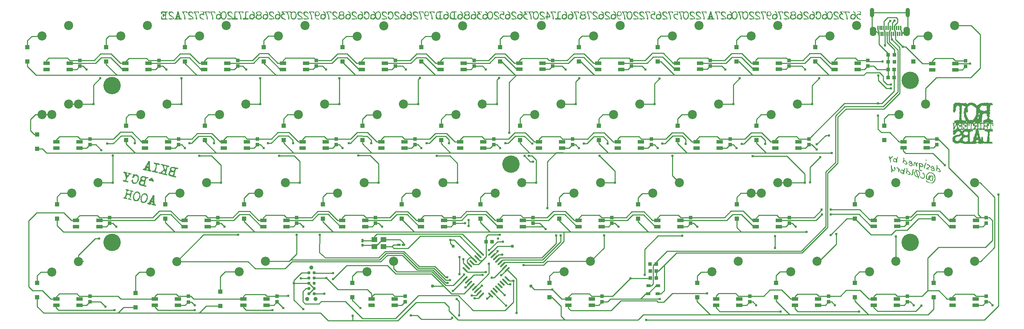
<source format=gbl>
G04 Layer: BottomLayer*
G04 EasyEDA v6.5.42, 2024-05-12 21:06:32*
G04 fdf4e44396eb4d6a93e1883587b5baf6,156c37ef0924441e834bf69462bb4c55,10*
G04 Gerber Generator version 0.2*
G04 Scale: 100 percent, Rotated: No, Reflected: No *
G04 Dimensions in millimeters *
G04 leading zeros omitted , absolute positions ,4 integer and 5 decimal *
%FSLAX45Y45*%
%MOMM*%

%AMMACRO1*21,1,$1,$2,0,0,$3*%
%AMMACRO2*1,1,$1,$2,$3*1,1,$1,$4,$5*20,1,$1,$2,$3,$4,$5,0*%
%ADD10C,0.2540*%
%ADD11C,0.7870*%
%ADD12MACRO1,1X0.75X0.0000*%
%ADD13R,0.5400X0.7901*%
%ADD14MACRO1,0.54X0.7901X0.0000*%
%ADD15MACRO1,0.54X0.7901X-90.0000*%
%ADD16MACRO1,0.54X0.7901X90.0000*%
%ADD17MACRO1,0.3001X0.95X0.0000*%
%ADD18MACRO1,0.3X0.95X0.0000*%
%ADD19MACRO1,0.2998X0.95X0.0000*%
%ADD20MACRO1,0.3002X0.95X0.0000*%
%ADD21MACRO1,0.2998X0.9499X0.0000*%
%ADD22MACRO1,0.2999X0.9499X0.0000*%
%ADD23MACRO1,0.3X0.9499X0.0000*%
%ADD24MACRO1,0.7999X0.9X0.0000*%
%ADD25MACRO1,0.8X0.9X0.0000*%
%ADD26MACRO1,0.864X0.8065X90.0000*%
%ADD27MACRO1,0.864X0.8064X90.0000*%
%ADD28MACRO1,0.864X0.8066X90.0000*%
%ADD29MACRO1,1.4X1.2X0.0000*%
%ADD30MACRO1,0.8X0.9001X90.0000*%
%ADD31R,1.5000X0.8200*%
%ADD32MACRO1,1.1001X1X90.0000*%
%ADD33MACRO1,1.1X1X90.0000*%
%ADD34MACRO1,0.7999X0.9001X90.0000*%
%ADD35MACRO1,0.8X0.9X90.0000*%
%ADD36MACRO1,1.1001X1.0001X90.0000*%
%ADD37MACRO1,1.1X1.0001X90.0000*%
%ADD38MACRO2,0.45X-0.4243X-0.4243X0.4243X0.4243*%
%ADD39MACRO2,0.45X-0.4243X0.4243X0.4243X-0.4243*%
%ADD40O,1.5999968X2.2999954*%
%ADD41O,0.9999979999999999X2.2999954*%
%ADD42C,0.9910*%
%ADD43C,2.2000*%
%ADD44C,4.2000*%
%ADD45C,0.6200*%
%ADD46C,0.0116*%

%LPD*%
G36*
X22941838Y7431481D02*
G01*
X22941838Y7430262D01*
X22933050Y7430262D01*
X22933050Y7429042D01*
X22926802Y7429042D01*
X22926802Y7427823D01*
X22914254Y7427823D01*
X22914102Y7428687D01*
X22913086Y7428992D01*
X22911612Y7429093D01*
X22910647Y7429398D01*
X22910495Y7430262D01*
X22900436Y7430262D01*
X22900436Y7429042D01*
X22855275Y7429042D01*
X22855275Y7427823D01*
X22843998Y7427823D01*
X22843845Y7426959D01*
X22842829Y7426655D01*
X22841356Y7426553D01*
X22840391Y7426248D01*
X22840137Y7425740D01*
X22838054Y7425181D01*
X22837394Y7424318D01*
X22835565Y7423810D01*
X22833685Y7422083D01*
X22831145Y7420660D01*
X22825506Y7415479D01*
X22822966Y7413955D01*
X22820630Y7411669D01*
X22819817Y7410145D01*
X22812654Y7402677D01*
X22810622Y7399781D01*
X22807879Y7396937D01*
X22806558Y7395260D01*
X22806253Y7394346D01*
X22803916Y7391704D01*
X22803713Y7390892D01*
X22802900Y7389672D01*
X22800767Y7387539D01*
X22798532Y7387488D01*
X22797668Y7387132D01*
X22797414Y7386675D01*
X22796500Y7386370D01*
X22794061Y7386320D01*
X22792283Y7388758D01*
X22789845Y7388809D01*
X22788930Y7389114D01*
X22788676Y7389571D01*
X22788016Y7389926D01*
X22786289Y7389977D01*
X22786289Y7381443D01*
X22788880Y7381494D01*
X22789896Y7381798D01*
X22790200Y7382256D01*
X22791166Y7382611D01*
X22792639Y7382713D01*
X22793655Y7383018D01*
X22793807Y7383881D01*
X22803815Y7383881D01*
X22803815Y7364323D01*
X22800056Y7364323D01*
X22800157Y7362698D01*
X22800564Y7361885D01*
X22801630Y7361275D01*
X22800056Y7360564D01*
X22800056Y7358227D01*
X22940416Y7358227D01*
X22942397Y7357211D01*
X22943007Y7355128D01*
X22942296Y7353046D01*
X22940314Y7352131D01*
X22939349Y7352131D01*
X22939349Y7358227D01*
X22800056Y7358227D01*
X22800056Y7353350D01*
X22800919Y7353249D01*
X22801275Y7352588D01*
X22801376Y7351623D01*
X22801732Y7351014D01*
X22802189Y7350810D01*
X22802545Y7350150D01*
X22802646Y7349185D01*
X22802951Y7348575D01*
X22803815Y7348474D01*
X22803815Y7340498D01*
X22800767Y7337552D01*
X22797363Y7335520D01*
X22796500Y7334554D01*
X22795433Y7333894D01*
X22793807Y7333792D01*
X22793807Y7326477D01*
X22796398Y7326426D01*
X22797414Y7326122D01*
X22797668Y7325614D01*
X22798328Y7325309D01*
X22800056Y7325258D01*
X22800056Y7320381D01*
X22798836Y7320381D01*
X22798836Y7313066D01*
X22797566Y7313066D01*
X22797566Y7304481D01*
X22798836Y7304481D01*
X22798836Y7272731D01*
X22797566Y7272731D01*
X22797566Y7263536D01*
X22791267Y7257592D01*
X22791267Y7237323D01*
X22792537Y7237323D01*
X22792537Y7232446D01*
X22793401Y7232345D01*
X22793756Y7231735D01*
X22793858Y7230770D01*
X22794163Y7230109D01*
X22794671Y7229856D01*
X22795026Y7228890D01*
X22795077Y7227468D01*
X22795433Y7226503D01*
X22796144Y7225842D01*
X22796347Y7223810D01*
X22796703Y7222845D01*
X22797160Y7222591D01*
X22797516Y7221931D01*
X22797770Y7220610D01*
X22798633Y7219696D01*
X22799192Y7216749D01*
X22799700Y7216444D01*
X22800259Y7213447D01*
X22800716Y7212939D01*
X22801326Y7212939D01*
X22801326Y7206843D01*
X22802596Y7206843D01*
X22802596Y7201916D01*
X22803459Y7201814D01*
X22804018Y7198817D01*
X22804932Y7197801D01*
X22805085Y7195159D01*
X22808184Y7192162D01*
X22810368Y7192111D01*
X22811232Y7191806D01*
X22811384Y7190943D01*
X22827691Y7190943D01*
X22827792Y7191806D01*
X22828453Y7192111D01*
X22829418Y7192213D01*
X22830078Y7192518D01*
X22830485Y7193229D01*
X22832263Y7193838D01*
X22833634Y7194854D01*
X22834752Y7196124D01*
X22835311Y7197598D01*
X22835971Y7198461D01*
X22837698Y7199782D01*
X22837749Y7202119D01*
X22838105Y7203033D01*
X22838562Y7203236D01*
X22838918Y7203897D01*
X22839019Y7204862D01*
X22839375Y7205522D01*
X22839832Y7205725D01*
X22840188Y7206742D01*
X22840391Y7208723D01*
X22841305Y7209637D01*
X22841661Y7211364D01*
X22842524Y7212228D01*
X22842778Y7214260D01*
X22843134Y7215225D01*
X22843591Y7215479D01*
X22843947Y7216343D01*
X22843998Y7218527D01*
X22846588Y7220966D01*
X22847604Y7222286D01*
X22848316Y7223709D01*
X22850957Y7226604D01*
X22851719Y7228535D01*
X22852126Y7228789D01*
X22852786Y7228789D01*
X22852786Y7236104D01*
X22854005Y7236104D01*
X22854005Y7243470D01*
X22854920Y7243572D01*
X22855224Y7244384D01*
X22855478Y7246264D01*
X22856088Y7247331D01*
X22856952Y7248042D01*
X22858323Y7248448D01*
X22859238Y7249058D01*
X22860101Y7250023D01*
X22861016Y7250684D01*
X22862692Y7251446D01*
X22864419Y7252919D01*
X22865943Y7254646D01*
X22866959Y7256830D01*
X22867823Y7256881D01*
X22867823Y7265416D01*
X22866959Y7265517D01*
X22866604Y7265974D01*
X22866553Y7266381D01*
X22865334Y7268209D01*
X22862540Y7271207D01*
X22859492Y7273950D01*
X22856799Y7275575D01*
X22854920Y7277303D01*
X22853904Y7277658D01*
X22852786Y7277658D01*
X22852786Y7282535D01*
X22854513Y7282586D01*
X22855174Y7282891D01*
X22855377Y7283348D01*
X22856037Y7283703D01*
X22857002Y7283805D01*
X22857663Y7284110D01*
X22857866Y7284567D01*
X22858577Y7284923D01*
X22860304Y7284974D01*
X22860304Y7293508D01*
X22859441Y7293609D01*
X22859085Y7294473D01*
X22859034Y7296607D01*
X22861219Y7298690D01*
X22862438Y7299502D01*
X22863302Y7299807D01*
X22865130Y7301280D01*
X22869093Y7305090D01*
X22869093Y7313066D01*
X22867823Y7313066D01*
X22867823Y7324699D01*
X22870007Y7326782D01*
X22871176Y7327595D01*
X22872090Y7327950D01*
X22874274Y7329728D01*
X22879100Y7334402D01*
X22879100Y7342327D01*
X22872852Y7342327D01*
X22872852Y7343292D01*
X22874224Y7345273D01*
X22877526Y7348778D01*
X22882250Y7353350D01*
X22884434Y7353401D01*
X22885247Y7353706D01*
X22885400Y7354570D01*
X22890429Y7354570D01*
X22890429Y7355789D01*
X22899217Y7355789D01*
X22899217Y7357008D01*
X22911765Y7357008D01*
X22911765Y7355789D01*
X22921772Y7355789D01*
X22921772Y7354570D01*
X22926802Y7354570D01*
X22926903Y7353706D01*
X22930459Y7352792D01*
X22931831Y7351572D01*
X22931831Y7341108D01*
X22934422Y7341057D01*
X22935438Y7340752D01*
X22935590Y7339888D01*
X22940619Y7339888D01*
X22940619Y7335621D01*
X22944531Y7331811D01*
X22946410Y7330338D01*
X22947325Y7329982D01*
X22951440Y7326630D01*
X22952252Y7326426D01*
X22953116Y7325918D01*
X22954386Y7324750D01*
X22954386Y7316012D01*
X22953065Y7314793D01*
X22952100Y7314336D01*
X22950627Y7314285D01*
X22950576Y7312558D01*
X22950271Y7311898D01*
X22949763Y7311694D01*
X22949408Y7310729D01*
X22949204Y7308697D01*
X22948290Y7307783D01*
X22947934Y7306056D01*
X22947071Y7305192D01*
X22946512Y7302195D01*
X22945801Y7301534D01*
X22945242Y7298537D01*
X22944378Y7298385D01*
X22944378Y7293508D01*
X22943515Y7293406D01*
X22943159Y7292746D01*
X22943159Y7291831D01*
X22943515Y7291171D01*
X22943972Y7290968D01*
X22944328Y7290409D01*
X22944480Y7289495D01*
X22945140Y7288428D01*
X22946106Y7287615D01*
X22946766Y7286701D01*
X22947020Y7285837D01*
X22950068Y7282230D01*
X22950830Y7280351D01*
X22951287Y7280097D01*
X22951694Y7279538D01*
X22952252Y7276541D01*
X22952760Y7276287D01*
X22953116Y7275322D01*
X22953116Y7273899D01*
X22952760Y7272883D01*
X22952252Y7272680D01*
X22951643Y7271207D01*
X22949966Y7269073D01*
X22946563Y7265466D01*
X22945598Y7263942D01*
X22945445Y7263282D01*
X22944988Y7262977D01*
X22944378Y7262977D01*
X22944378Y7258100D01*
X22943515Y7257999D01*
X22943159Y7257491D01*
X22943362Y7256272D01*
X22943972Y7255357D01*
X22944785Y7254697D01*
X22946004Y7254341D01*
X22947172Y7253528D01*
X22949357Y7251446D01*
X22949357Y7237323D01*
X22950271Y7237222D01*
X22950830Y7234224D01*
X22951694Y7233310D01*
X22952100Y7231583D01*
X22952964Y7230719D01*
X22953522Y7227722D01*
X22954386Y7227570D01*
X22954386Y7220762D01*
X22951795Y7218324D01*
X22950779Y7216952D01*
X22950525Y7216089D01*
X22949865Y7215174D01*
X22948900Y7214311D01*
X22948239Y7213295D01*
X22948087Y7212380D01*
X22947731Y7211771D01*
X22947274Y7211618D01*
X22946918Y7211059D01*
X22946766Y7210145D01*
X22946106Y7209078D01*
X22945140Y7208215D01*
X22944480Y7207199D01*
X22944328Y7206284D01*
X22943972Y7205675D01*
X22943515Y7205472D01*
X22943159Y7204456D01*
X22943159Y7203033D01*
X22943515Y7202068D01*
X22944378Y7201916D01*
X22944378Y7195820D01*
X22945598Y7195820D01*
X22945598Y7190943D01*
X22946258Y7190943D01*
X22946817Y7190587D01*
X22946817Y7189774D01*
X22946410Y7188758D01*
X22945598Y7187895D01*
X22944378Y7187031D01*
X22944328Y7184644D01*
X22943972Y7183729D01*
X22943108Y7183628D01*
X22943108Y7162190D01*
X22949357Y7156246D01*
X22949408Y7154062D01*
X22949763Y7153198D01*
X22950627Y7153097D01*
X22950627Y7148220D01*
X22951897Y7148220D01*
X22951897Y7131100D01*
X22951033Y7130948D01*
X22950678Y7129729D01*
X22950627Y7126478D01*
X22949357Y7125614D01*
X22987965Y7125614D01*
X22989540Y7126325D01*
X22989590Y7129678D01*
X22989895Y7130948D01*
X22990403Y7131202D01*
X22990759Y7131862D01*
X22990860Y7132828D01*
X22991165Y7133437D01*
X22991673Y7133691D01*
X22992232Y7136688D01*
X22993096Y7137603D01*
X22993654Y7139584D01*
X22994162Y7139787D01*
X22994518Y7140803D01*
X22994721Y7142784D01*
X22995636Y7143851D01*
X22995839Y7145883D01*
X22996194Y7146848D01*
X22996652Y7147153D01*
X22997007Y7148118D01*
X22997261Y7150100D01*
X22998125Y7151166D01*
X22998684Y7154164D01*
X22999192Y7154468D01*
X22999547Y7155434D01*
X22999598Y7156856D01*
X22999954Y7157821D01*
X23000462Y7158126D01*
X23001020Y7161123D01*
X23001478Y7161631D01*
X23002087Y7161631D01*
X23002087Y7166508D01*
X23003357Y7166508D01*
X23003357Y7172655D01*
X23002443Y7172706D01*
X23002138Y7173366D01*
X23002036Y7174331D01*
X23001681Y7174992D01*
X23001224Y7175144D01*
X23000868Y7175804D01*
X23000766Y7176770D01*
X23000462Y7177430D01*
X22999547Y7177531D01*
X22999547Y7186066D01*
X23000817Y7186066D01*
X23000817Y7201814D01*
X22999242Y7202525D01*
X23000817Y7203236D01*
X23000817Y7209281D01*
X22999954Y7209332D01*
X22999547Y7210196D01*
X23000411Y7211618D01*
X23002341Y7213803D01*
X23004424Y7215733D01*
X23007421Y7217511D01*
X23009606Y7219594D01*
X23009555Y7222591D01*
X23009199Y7223759D01*
X23008742Y7224014D01*
X23008386Y7224674D01*
X23008183Y7225995D01*
X23007472Y7226452D01*
X23006913Y7228433D01*
X23006202Y7228890D01*
X23005745Y7230364D01*
X23005084Y7231430D01*
X23004119Y7232243D01*
X23003459Y7233259D01*
X23003256Y7234123D01*
X23002544Y7235088D01*
X23000817Y7236409D01*
X23000868Y7238746D01*
X23001224Y7239660D01*
X23001681Y7239863D01*
X23002036Y7240473D01*
X23002189Y7241387D01*
X23002849Y7242403D01*
X23004576Y7243724D01*
X23004576Y7262977D01*
X23005440Y7263130D01*
X23005796Y7264044D01*
X23005846Y7266381D01*
X23007574Y7267702D01*
X23008234Y7268718D01*
X23008386Y7269632D01*
X23008742Y7270242D01*
X23009199Y7270394D01*
X23009555Y7271054D01*
X23009656Y7272020D01*
X23010012Y7272680D01*
X23010469Y7272832D01*
X23010825Y7273493D01*
X23010926Y7274458D01*
X23011231Y7275118D01*
X23012095Y7275220D01*
X23012095Y7283196D01*
X23004576Y7290409D01*
X23004526Y7292543D01*
X23004221Y7293406D01*
X23003357Y7293508D01*
X23003357Y7311339D01*
X23007116Y7314742D01*
X23007116Y7322820D01*
X23005846Y7322820D01*
X23005846Y7327696D01*
X23004983Y7327798D01*
X23004627Y7328458D01*
X23004424Y7329779D01*
X23003967Y7330135D01*
X23003357Y7330135D01*
X23003357Y7335977D01*
X23005084Y7337247D01*
X23005745Y7338161D01*
X23005999Y7339025D01*
X23007015Y7340396D01*
X23009606Y7342835D01*
X23009555Y7345883D01*
X23009199Y7347051D01*
X23008336Y7347610D01*
X23008488Y7348524D01*
X23009352Y7349896D01*
X23013365Y7353858D01*
X23013365Y7360666D01*
X23032212Y7360666D01*
X23032212Y7359446D01*
X23037190Y7359446D01*
X23037342Y7358583D01*
X23038358Y7358278D01*
X23039832Y7358176D01*
X23040848Y7357872D01*
X23041102Y7357364D01*
X23042118Y7357059D01*
X23043591Y7356957D01*
X23044607Y7356652D01*
X23044810Y7356144D01*
X23047553Y7354874D01*
X23049738Y7352792D01*
X23049738Y7346543D01*
X23051566Y7344765D01*
X23064825Y7344765D01*
X23064825Y7346035D01*
X23076763Y7346035D01*
X23084637Y7338364D01*
X23088142Y7335469D01*
X23089819Y7334656D01*
X23090022Y7334199D01*
X23090682Y7333843D01*
X23092410Y7333792D01*
X23092410Y7332878D01*
X23091140Y7330948D01*
X23083621Y7323480D01*
X23083570Y7320483D01*
X23083266Y7319314D01*
X23082758Y7319009D01*
X23082199Y7316012D01*
X23081488Y7315352D01*
X23080929Y7312355D01*
X23080065Y7311288D01*
X23079506Y7308291D01*
X23078998Y7308088D01*
X23078643Y7307427D01*
X23078592Y7306462D01*
X23078236Y7305802D01*
X23077728Y7305598D01*
X23077170Y7302601D01*
X23076306Y7301687D01*
X23075900Y7299959D01*
X23075036Y7299350D01*
X23074426Y7297572D01*
X23073309Y7296251D01*
X23072039Y7295184D01*
X23070566Y7294625D01*
X23069600Y7293965D01*
X23068280Y7292644D01*
X23066857Y7292187D01*
X23065892Y7291527D01*
X23065028Y7290612D01*
X23063911Y7289952D01*
X23062285Y7289850D01*
X23062285Y7283754D01*
X23063555Y7283754D01*
X23063555Y7266635D01*
X23062285Y7266635D01*
X23062285Y7255662D01*
X23061066Y7255662D01*
X23061066Y7248347D01*
X23059796Y7248347D01*
X23059796Y7242200D01*
X23058932Y7242098D01*
X23058577Y7241082D01*
X23058475Y7239711D01*
X23058170Y7238695D01*
X23057662Y7238492D01*
X23057358Y7237831D01*
X23057256Y7236866D01*
X23056900Y7236206D01*
X23056037Y7236104D01*
X23056037Y7223252D01*
X23052074Y7219492D01*
X23050246Y7218019D01*
X23049331Y7217664D01*
X23047807Y7216495D01*
X23044759Y7213549D01*
X23044759Y7206843D01*
X23045623Y7206691D01*
X23045928Y7205878D01*
X23045978Y7203694D01*
X23050347Y7199477D01*
X23052024Y7197394D01*
X23052633Y7195921D01*
X23053497Y7195820D01*
X23053497Y7187539D01*
X23103738Y7187539D01*
X23103738Y7195820D01*
X23104602Y7195972D01*
X23105160Y7198969D01*
X23105567Y7199477D01*
X23106227Y7199477D01*
X23106227Y7204405D01*
X23104957Y7204405D01*
X23104957Y7209281D01*
X23104094Y7209434D01*
X23103738Y7210602D01*
X23103738Y7213600D01*
X23106532Y7216241D01*
X23107192Y7216190D01*
X23107446Y7214565D01*
X23107497Y7205573D01*
X23108462Y7205573D01*
X23110596Y7204151D01*
X23118165Y7197242D01*
X23120299Y7195820D01*
X23121010Y7195667D01*
X23121670Y7194803D01*
X23123702Y7194245D01*
X23123804Y7193381D01*
X23135082Y7193381D01*
X23135183Y7194245D01*
X23135844Y7194550D01*
X23136809Y7194651D01*
X23137469Y7194956D01*
X23137876Y7195667D01*
X23139908Y7196480D01*
X23141686Y7197953D01*
X23143210Y7199680D01*
X23144226Y7201865D01*
X23145140Y7201916D01*
X23145140Y7211212D01*
X23148594Y7214514D01*
X23149915Y7216190D01*
X23150220Y7217105D01*
X23150880Y7218019D01*
X23152658Y7219289D01*
X23152658Y7227570D01*
X23151388Y7227570D01*
X23151388Y7244689D01*
X23150118Y7244689D01*
X23150118Y7261758D01*
X23148899Y7261758D01*
X23148899Y7277658D01*
X23147629Y7277658D01*
X23147629Y7293508D01*
X23146359Y7293508D01*
X23146359Y7309408D01*
X23145140Y7309408D01*
X23145140Y7314996D01*
X23148594Y7318298D01*
X23149915Y7320076D01*
X23150525Y7321499D01*
X23151388Y7321600D01*
X23151388Y7338161D01*
X23152709Y7339380D01*
X23153573Y7339838D01*
X23154894Y7340193D01*
X23155656Y7341057D01*
X23156214Y7342327D01*
X23156418Y7346035D01*
X23158551Y7346188D01*
X23158907Y7346645D01*
X23158907Y7347254D01*
X23163936Y7347254D01*
X23163936Y7348474D01*
X23173994Y7348474D01*
X23173994Y7349693D01*
X23178973Y7349693D01*
X23179074Y7350506D01*
X23179735Y7350861D01*
X23181513Y7350912D01*
X23181513Y7355789D01*
X23182376Y7355941D01*
X23182935Y7358888D01*
X23183850Y7359802D01*
X23184002Y7361885D01*
X23185628Y7361986D01*
X23186694Y7362647D01*
X23188117Y7363968D01*
X23189946Y7364526D01*
X23190555Y7365390D01*
X23192384Y7366000D01*
X23195280Y7368540D01*
X23195330Y7371537D01*
X23195686Y7372705D01*
X23196194Y7372756D01*
X23196499Y7372146D01*
X23196550Y7370419D01*
X23201579Y7370419D01*
X23201579Y7369200D01*
X23211637Y7369200D01*
X23211637Y7367981D01*
X23216616Y7367981D01*
X23216717Y7368844D01*
X23218800Y7369403D01*
X23219511Y7370267D01*
X23221289Y7370622D01*
X23222000Y7371486D01*
X23223778Y7371842D01*
X23224185Y7372248D01*
X23224185Y7372858D01*
X23229163Y7372858D01*
X23229265Y7373721D01*
X23229925Y7374026D01*
X23230941Y7374026D01*
X23231602Y7373721D01*
X23231703Y7372858D01*
X23240492Y7372858D01*
X23240644Y7372045D01*
X23241609Y7371689D01*
X23243082Y7371588D01*
X23244098Y7371283D01*
X23244403Y7370825D01*
X23245368Y7370470D01*
X23246842Y7370368D01*
X23247858Y7370064D01*
X23248162Y7369606D01*
X23249128Y7369251D01*
X23250601Y7369149D01*
X23251617Y7368844D01*
X23251871Y7368387D01*
X23252531Y7368031D01*
X23253496Y7367930D01*
X23254157Y7367625D01*
X23254360Y7367168D01*
X23255020Y7366812D01*
X23256392Y7366609D01*
X23257154Y7365746D01*
X23258932Y7365390D01*
X23259389Y7364679D01*
X23260050Y7364374D01*
X23261015Y7364272D01*
X23261726Y7363968D01*
X23261878Y7363459D01*
X23264114Y7362494D01*
X23265892Y7360970D01*
X23267416Y7359243D01*
X23268482Y7357059D01*
X23268940Y7356906D01*
X23269295Y7356246D01*
X23269397Y7355281D01*
X23269702Y7354671D01*
X23270413Y7354214D01*
X23270768Y7352487D01*
X23271480Y7352030D01*
X23271784Y7351369D01*
X23271886Y7350404D01*
X23272242Y7349794D01*
X23272699Y7349591D01*
X23273054Y7349083D01*
X23273359Y7347661D01*
X23274121Y7346848D01*
X23275188Y7346238D01*
X23277118Y7345984D01*
X23277982Y7345629D01*
X23278134Y7344765D01*
X23293171Y7344765D01*
X23293324Y7345629D01*
X23294340Y7345984D01*
X23296930Y7346035D01*
X23296981Y7343495D01*
X23297337Y7342479D01*
X23297794Y7342276D01*
X23298150Y7341666D01*
X23298302Y7340752D01*
X23298962Y7339736D01*
X23299928Y7338872D01*
X23300588Y7337958D01*
X23300944Y7336739D01*
X23301655Y7335875D01*
X23302518Y7335266D01*
X23304398Y7334656D01*
X23304550Y7334199D01*
X23305211Y7333843D01*
X23306582Y7333640D01*
X23307243Y7332776D01*
X23308919Y7332319D01*
X23309834Y7331709D01*
X23310494Y7330846D01*
X23310799Y7329525D01*
X23311104Y7329017D01*
X23311815Y7328560D01*
X23312018Y7326477D01*
X23314609Y7326426D01*
X23315625Y7326122D01*
X23316285Y7325410D01*
X23319536Y7325258D01*
X23319587Y7323581D01*
X23319892Y7322921D01*
X23320603Y7322464D01*
X23320806Y7321143D01*
X23321162Y7320483D01*
X23321822Y7320025D01*
X23322229Y7318298D01*
X23323092Y7317587D01*
X23323296Y7315504D01*
X23325023Y7315453D01*
X23325683Y7315098D01*
X23325886Y7314641D01*
X23326547Y7314336D01*
X23327512Y7314234D01*
X23328223Y7313879D01*
X23328477Y7313422D01*
X23329442Y7313117D01*
X23330916Y7313015D01*
X23331932Y7312659D01*
X23332236Y7312202D01*
X23333202Y7311898D01*
X23334675Y7311796D01*
X23335691Y7311440D01*
X23335945Y7310983D01*
X23336605Y7310628D01*
X23337570Y7310577D01*
X23338231Y7310221D01*
X23338434Y7309764D01*
X23339094Y7309408D01*
X23340060Y7309358D01*
X23340771Y7309002D01*
X23340923Y7308545D01*
X23341431Y7308189D01*
X23342803Y7307935D01*
X23343717Y7307275D01*
X23344378Y7306411D01*
X23344682Y7305090D01*
X23344987Y7304582D01*
X23345698Y7304125D01*
X23346054Y7302398D01*
X23346511Y7302042D01*
X23347121Y7302042D01*
X23347121Y7286701D01*
X23347659Y7286193D01*
X23434954Y7286193D01*
X23434954Y7295438D01*
X23439323Y7299604D01*
X23440999Y7301585D01*
X23441355Y7302500D01*
X23443844Y7305243D01*
X23444860Y7306665D01*
X23445368Y7308088D01*
X23445876Y7308291D01*
X23446435Y7311288D01*
X23446892Y7311847D01*
X23447502Y7311847D01*
X23447502Y7317943D01*
X23448365Y7318095D01*
X23448721Y7319060D01*
X23448924Y7321042D01*
X23449838Y7321956D01*
X23450042Y7323277D01*
X23450397Y7323937D01*
X23450905Y7324191D01*
X23451210Y7325156D01*
X23451261Y7327696D01*
X23452988Y7327747D01*
X23453699Y7328052D01*
X23453852Y7328560D01*
X23455376Y7329017D01*
X23456493Y7329678D01*
X23457357Y7330592D01*
X23458424Y7331252D01*
X23459389Y7331405D01*
X23459948Y7331709D01*
X23460405Y7332421D01*
X23462183Y7332776D01*
X23462894Y7333640D01*
X23464723Y7334148D01*
X23466602Y7335875D01*
X23468330Y7336485D01*
X23469193Y7337094D01*
X23469803Y7337958D01*
X23470057Y7338872D01*
X23469955Y7339584D01*
X23469193Y7339990D01*
X23468888Y7340600D01*
X23468787Y7341565D01*
X23468330Y7342378D01*
X23467263Y7342936D01*
X23468838Y7343698D01*
X23468838Y7348474D01*
X23473867Y7348474D01*
X23473867Y7349693D01*
X23478845Y7349693D01*
X23478845Y7352792D01*
X23481080Y7354874D01*
X23482350Y7355636D01*
X23483163Y7355890D01*
X23484078Y7356500D01*
X23484941Y7357465D01*
X23485957Y7358125D01*
X23487329Y7358583D01*
X23489259Y7360310D01*
X23491088Y7360869D01*
X23491799Y7361681D01*
X23493577Y7362088D01*
X23493933Y7362494D01*
X23493933Y7363104D01*
X23500181Y7363104D01*
X23500181Y7361885D01*
X23507750Y7361885D01*
X23507750Y7360666D01*
X23513999Y7360666D01*
X23513999Y7359446D01*
X23519028Y7359446D01*
X23519028Y7358227D01*
X23525276Y7358227D01*
X23525276Y7357008D01*
X23542853Y7357008D01*
X23543006Y7357872D01*
X23544022Y7358176D01*
X23545495Y7358278D01*
X23546460Y7358583D01*
X23546765Y7359091D01*
X23547781Y7359396D01*
X23549254Y7359497D01*
X23550219Y7359802D01*
X23550524Y7360310D01*
X23551540Y7360615D01*
X23553013Y7360716D01*
X23554029Y7361021D01*
X23554131Y7361885D01*
X23560430Y7361885D01*
X23560582Y7362748D01*
X23561497Y7363053D01*
X23563884Y7363053D01*
X23569523Y7357059D01*
X23585525Y7357008D01*
X23585525Y7355789D01*
X23600562Y7355789D01*
X23600562Y7346035D01*
X23601426Y7345934D01*
X23601781Y7345273D01*
X23601883Y7344308D01*
X23602238Y7343648D01*
X23602696Y7343495D01*
X23603051Y7342886D01*
X23603204Y7341971D01*
X23603864Y7340955D01*
X23605490Y7339228D01*
X23606048Y7337755D01*
X23607166Y7336485D01*
X23608487Y7335469D01*
X23609655Y7335012D01*
X23610620Y7335012D01*
X23610620Y7328916D01*
X23611484Y7328814D01*
X23611840Y7328153D01*
X23611687Y7326833D01*
X23610824Y7325918D01*
X23610570Y7323937D01*
X23610214Y7322972D01*
X23609350Y7322820D01*
X23609350Y7317943D01*
X23608080Y7317943D01*
X23608080Y7313066D01*
X23606658Y7313117D01*
X23605642Y7313574D01*
X23604321Y7314793D01*
X23604321Y7320381D01*
X23589284Y7320381D01*
X23589284Y7317943D01*
X23592790Y7317943D01*
X23594110Y7316216D01*
X23595025Y7315606D01*
X23596295Y7315250D01*
X23598073Y7313726D01*
X23598073Y7306919D01*
X23604321Y7306919D01*
X23604423Y7306106D01*
X23605083Y7305751D01*
X23606861Y7305700D01*
X23606861Y7300823D01*
X23598073Y7300823D01*
X23598124Y7298283D01*
X23598428Y7297318D01*
X23599140Y7296658D01*
X23599343Y7293508D01*
X23604321Y7293508D01*
X23604321Y7292898D01*
X23604982Y7292492D01*
X23608792Y7292289D01*
X23610925Y7290155D01*
X23612144Y7288123D01*
X23613872Y7286091D01*
X23618444Y7281722D01*
X23617377Y7281265D01*
X23616513Y7279182D01*
X23614735Y7277303D01*
X23614176Y7275525D01*
X23613313Y7274814D01*
X23613110Y7272731D01*
X23609350Y7272731D01*
X23609350Y7264196D01*
X23614380Y7264196D01*
X23614380Y7259878D01*
X23612195Y7257796D01*
X23610976Y7256983D01*
X23610163Y7256729D01*
X23606048Y7253376D01*
X23605185Y7253071D01*
X23603813Y7252106D01*
X23602340Y7250684D01*
X23600918Y7249718D01*
X23600054Y7249464D01*
X23599089Y7248804D01*
X23598276Y7247839D01*
X23597158Y7247229D01*
X23596244Y7247077D01*
X23595634Y7246721D01*
X23595533Y7245908D01*
X23584814Y7245908D01*
X23583544Y7244537D01*
X23583087Y7243267D01*
X23582985Y7241946D01*
X23582630Y7241133D01*
X23582122Y7240879D01*
X23581563Y7237882D01*
X23580699Y7236815D01*
X23580496Y7233666D01*
X23565459Y7233666D01*
X23565459Y7232446D01*
X23559160Y7232446D01*
X23559160Y7231227D01*
X23551642Y7231227D01*
X23551642Y7230008D01*
X23527816Y7230008D01*
X23527816Y7230973D01*
X23527359Y7232091D01*
X23526242Y7233412D01*
X23524921Y7234478D01*
X23523397Y7234936D01*
X23522838Y7235291D01*
X23522787Y7236104D01*
X23509274Y7236104D01*
X23507903Y7237831D01*
X23506836Y7238492D01*
X23505922Y7238593D01*
X23505312Y7238949D01*
X23505109Y7239406D01*
X23504448Y7239762D01*
X23503483Y7239812D01*
X23502823Y7240168D01*
X23502721Y7240981D01*
X23493933Y7240981D01*
X23493933Y7239762D01*
X23482655Y7239762D01*
X23482401Y7241692D01*
X23481741Y7242556D01*
X23480826Y7243216D01*
X23479455Y7243521D01*
X23478947Y7243825D01*
X23478845Y7244689D01*
X23473867Y7244689D01*
X23473765Y7245502D01*
X23473105Y7245858D01*
X23471733Y7246061D01*
X23470768Y7246924D01*
X23468126Y7247280D01*
X23467212Y7248144D01*
X23465434Y7248499D01*
X23464520Y7249363D01*
X23461878Y7249718D01*
X23460913Y7250582D01*
X23458881Y7251141D01*
X23458424Y7251801D01*
X23456290Y7252004D01*
X23456239Y7253681D01*
X23455884Y7254341D01*
X23455426Y7254544D01*
X23455071Y7255205D01*
X23454868Y7256525D01*
X23453953Y7257440D01*
X23453750Y7259421D01*
X23453394Y7260386D01*
X23452531Y7260539D01*
X23452531Y7265416D01*
X23451667Y7265568D01*
X23451312Y7266381D01*
X23451058Y7268260D01*
X23450448Y7269327D01*
X23449534Y7270038D01*
X23448111Y7270343D01*
X23447603Y7270699D01*
X23447451Y7271156D01*
X23445876Y7271766D01*
X23443742Y7273391D01*
X23441202Y7275779D01*
X23439069Y7277404D01*
X23438459Y7277658D01*
X23437443Y7277658D01*
X23437392Y7280198D01*
X23437088Y7281164D01*
X23436224Y7281316D01*
X23436224Y7286193D01*
X23347659Y7286193D01*
X23348442Y7285481D01*
X23349458Y7285024D01*
X23350270Y7284923D01*
X23350829Y7284567D01*
X23350982Y7284110D01*
X23351490Y7283805D01*
X23352353Y7283653D01*
X23353420Y7283094D01*
X23354944Y7281722D01*
X23353420Y7281214D01*
X23353369Y7277862D01*
X23353014Y7276592D01*
X23352506Y7276287D01*
X23351947Y7273290D01*
X23351083Y7272223D01*
X23350524Y7269225D01*
X23349661Y7269073D01*
X23349661Y7260539D01*
X23350524Y7260488D01*
X23351337Y7258507D01*
X23353623Y7256119D01*
X23355046Y7255560D01*
X23356214Y7254748D01*
X23358398Y7252665D01*
X23358398Y7247128D01*
X23357179Y7247128D01*
X23357179Y7242200D01*
X23356316Y7242098D01*
X23355960Y7241082D01*
X23355858Y7239711D01*
X23355503Y7238695D01*
X23355046Y7238441D01*
X23354690Y7237425D01*
X23354487Y7235444D01*
X23353572Y7234377D01*
X23353369Y7232345D01*
X23353014Y7231380D01*
X23352506Y7231176D01*
X23351896Y7229398D01*
X23350474Y7227824D01*
X23348442Y7227062D01*
X23347121Y7225842D01*
X23347121Y7215378D01*
X23347984Y7215225D01*
X23348340Y7214260D01*
X23348543Y7212228D01*
X23349254Y7211568D01*
X23349610Y7210602D01*
X23349661Y7209180D01*
X23350016Y7208164D01*
X23350524Y7207910D01*
X23350829Y7206945D01*
X23350931Y7205522D01*
X23351286Y7204506D01*
X23351744Y7204252D01*
X23352099Y7203236D01*
X23352353Y7201255D01*
X23352760Y7200696D01*
X23353420Y7200696D01*
X23353420Y7193483D01*
X23354944Y7192975D01*
X23351286Y7189419D01*
X23349864Y7187590D01*
X23349254Y7186117D01*
X23348391Y7186066D01*
X23348391Y7173874D01*
X23347121Y7173874D01*
X23347121Y7165594D01*
X23348848Y7164273D01*
X23349559Y7163206D01*
X23349661Y7162292D01*
X23350016Y7161733D01*
X23350728Y7161275D01*
X23351083Y7159548D01*
X23351947Y7158837D01*
X23352506Y7156856D01*
X23353014Y7156602D01*
X23353369Y7155637D01*
X23353572Y7153656D01*
X23353776Y7153249D01*
X23354284Y7152944D01*
X23354588Y7151776D01*
X23354639Y7148779D01*
X23348086Y7142480D01*
X23345190Y7140041D01*
X23342854Y7138568D01*
X23340060Y7136130D01*
X23339247Y7135875D01*
X23338028Y7135063D01*
X23335843Y7133031D01*
X23335843Y7122820D01*
X23337570Y7121550D01*
X23338231Y7120483D01*
X23338383Y7119569D01*
X23338739Y7119010D01*
X23339196Y7118807D01*
X23339552Y7118146D01*
X23339552Y7117232D01*
X23339196Y7116572D01*
X23338739Y7116368D01*
X23338383Y7115708D01*
X23338180Y7114387D01*
X23337469Y7113930D01*
X23337113Y7113270D01*
X23337062Y7112355D01*
X23336707Y7111695D01*
X23335996Y7111238D01*
X23335640Y7109510D01*
X23334776Y7108799D01*
X23334370Y7107072D01*
X23333710Y7106615D01*
X23333354Y7105954D01*
X23333252Y7104989D01*
X23332948Y7104329D01*
X23332440Y7104176D01*
X23332135Y7103516D01*
X23332033Y7102551D01*
X23331678Y7101890D01*
X23331220Y7101738D01*
X23330865Y7101078D01*
X23330763Y7100112D01*
X23330408Y7099452D01*
X23329544Y7099350D01*
X23329544Y7090816D01*
X23328325Y7090816D01*
X23328325Y7085939D01*
X23327410Y7085838D01*
X23327106Y7085177D01*
X23327055Y7083501D01*
X23325429Y7083399D01*
X23324362Y7082739D01*
X23322584Y7081164D01*
X23321721Y7080961D01*
X23320451Y7080148D01*
X23318266Y7078065D01*
X23318266Y7073747D01*
X23315066Y7073747D01*
X23311358Y7069886D01*
X23310392Y7067854D01*
X23308614Y7066076D01*
X23308056Y7064298D01*
X23307344Y7063841D01*
X23307040Y7063231D01*
X23306938Y7062266D01*
X23306582Y7061606D01*
X23305719Y7061504D01*
X23305719Y7046874D01*
X23303788Y7046620D01*
X23302874Y7045959D01*
X23302214Y7045096D01*
X23301909Y7043775D01*
X23301553Y7043267D01*
X23301096Y7043115D01*
X23300740Y7042607D01*
X23300436Y7041286D01*
X23299775Y7040422D01*
X23298912Y7039813D01*
X23297540Y7039508D01*
X23297032Y7039152D01*
X23296829Y7038695D01*
X23296270Y7038390D01*
X23295305Y7038238D01*
X23294238Y7037578D01*
X23293374Y7036612D01*
X23292358Y7035952D01*
X23291444Y7035800D01*
X23290479Y7035139D01*
X23289615Y7034174D01*
X23288599Y7033514D01*
X23287685Y7033361D01*
X23286720Y7032701D01*
X23285856Y7031736D01*
X23284840Y7031075D01*
X23283926Y7030923D01*
X23282960Y7030262D01*
X23282097Y7029297D01*
X23281132Y7028637D01*
X23279862Y7028281D01*
X23278998Y7027621D01*
X23278388Y7026757D01*
X23278084Y7025487D01*
X23277728Y7024979D01*
X23369727Y7024878D01*
X23369727Y7032193D01*
X23370590Y7032294D01*
X23370895Y7032955D01*
X23370997Y7033920D01*
X23371352Y7034580D01*
X23371860Y7034733D01*
X23372673Y7036409D01*
X23375670Y7039813D01*
X23383087Y7047484D01*
X23384256Y7049516D01*
X23385272Y7050328D01*
X23385932Y7051395D01*
X23386389Y7052868D01*
X23387253Y7052970D01*
X23387253Y7057847D01*
X23388523Y7057847D01*
X23388523Y7065162D01*
X23389793Y7065162D01*
X23389793Y7070090D01*
X23391063Y7070090D01*
X23391063Y7074966D01*
X23391926Y7075068D01*
X23392231Y7075678D01*
X23392333Y7076643D01*
X23392688Y7077303D01*
X23393146Y7077557D01*
X23393501Y7078522D01*
X23393908Y7080910D01*
X23394619Y7081570D01*
X23395178Y7084568D01*
X23395686Y7084822D01*
X23396244Y7086803D01*
X23396956Y7087260D01*
X23397514Y7089241D01*
X23398378Y7089902D01*
X23399038Y7091680D01*
X23400105Y7093000D01*
X23401477Y7094067D01*
X23402594Y7094474D01*
X23403560Y7094474D01*
X23403560Y7116470D01*
X23404474Y7116622D01*
X23405033Y7119569D01*
X23405896Y7120686D01*
X23406455Y7123633D01*
X23407370Y7123785D01*
X23407370Y7128662D01*
X23408589Y7128662D01*
X23408589Y7138466D01*
X23409859Y7138466D01*
X23409859Y7148220D01*
X23410722Y7148372D01*
X23411078Y7149338D01*
X23411281Y7151319D01*
X23412196Y7152182D01*
X23412754Y7154011D01*
X23414532Y7155891D01*
X23415040Y7157669D01*
X23415498Y7157974D01*
X23416158Y7157974D01*
X23416158Y7164070D01*
X23415244Y7164171D01*
X23414939Y7164831D01*
X23414837Y7165797D01*
X23414482Y7166406D01*
X23414024Y7166609D01*
X23413669Y7167270D01*
X23413567Y7168235D01*
X23413262Y7168896D01*
X23412754Y7169048D01*
X23412399Y7169708D01*
X23412297Y7170674D01*
X23411992Y7171334D01*
X23411129Y7171385D01*
X23411129Y7181189D01*
X23412348Y7181189D01*
X23412348Y7186066D01*
X23413618Y7186066D01*
X23413618Y7190943D01*
X23414482Y7191044D01*
X23414837Y7191705D01*
X23414888Y7193381D01*
X23418647Y7193381D01*
X23418698Y7191705D01*
X23419054Y7191044D01*
X23419511Y7190892D01*
X23420070Y7189470D01*
X23421035Y7188047D01*
X23423118Y7185863D01*
X23424286Y7183780D01*
X23427994Y7179970D01*
X23433684Y7179970D01*
X23433684Y7178751D01*
X23439983Y7178751D01*
X23439983Y7170674D01*
X23437342Y7168235D01*
X23436376Y7166965D01*
X23436072Y7166102D01*
X23435056Y7164781D01*
X23432465Y7162393D01*
X23432414Y7159345D01*
X23432058Y7158177D01*
X23431804Y7157974D01*
X23431195Y7157974D01*
X23431195Y7151878D01*
X23430331Y7151725D01*
X23429976Y7150760D01*
X23429772Y7148728D01*
X23428858Y7147915D01*
X23428706Y7147255D01*
X23427029Y7145020D01*
X23419054Y7136841D01*
X23417377Y7134758D01*
X23416818Y7133742D01*
X23414786Y7131608D01*
X23413770Y7130186D01*
X23413262Y7128764D01*
X23412754Y7128509D01*
X23412399Y7127544D01*
X23412399Y7126122D01*
X23412754Y7125157D01*
X23413262Y7124903D01*
X23413821Y7122922D01*
X23414685Y7122210D01*
X23415244Y7120229D01*
X23416158Y7120128D01*
X23416158Y7112812D01*
X23417377Y7112812D01*
X23417377Y7101840D01*
X23416158Y7101840D01*
X23416158Y7094474D01*
X23415244Y7094372D01*
X23414939Y7093559D01*
X23414888Y7091375D01*
X23406100Y7082942D01*
X23406100Y7061504D01*
X23404830Y7061504D01*
X23404830Y7051751D01*
X23403966Y7051649D01*
X23403610Y7050786D01*
X23403560Y7048652D01*
X23400512Y7045655D01*
X23397413Y7045604D01*
X23396244Y7045299D01*
X23396041Y7045045D01*
X23396041Y7044436D01*
X23384764Y7044436D01*
X23384713Y7042708D01*
X23384408Y7042099D01*
X23383697Y7041642D01*
X23383341Y7039914D01*
X23382630Y7039457D01*
X23382325Y7038797D01*
X23382224Y7037831D01*
X23381868Y7037171D01*
X23381360Y7037019D01*
X23381055Y7036358D01*
X23380954Y7035393D01*
X23380598Y7034733D01*
X23380141Y7034580D01*
X23379785Y7034072D01*
X23379582Y7033158D01*
X23378617Y7031736D01*
X23376534Y7029602D01*
X23375721Y7027773D01*
X23374146Y7026351D01*
X23372826Y7026046D01*
X23372318Y7025741D01*
X23372114Y7025284D01*
X23371454Y7024928D01*
X23277220Y7024776D01*
X23276915Y7023862D01*
X23276864Y7021474D01*
X23275137Y7020204D01*
X23274426Y7019239D01*
X23274274Y7018324D01*
X23273562Y7017359D01*
X23272597Y7016546D01*
X23271937Y7015480D01*
X23271835Y7013905D01*
X23269244Y7013854D01*
X23268228Y7013549D01*
X23267924Y7013041D01*
X23264876Y7012482D01*
X23264317Y7012076D01*
X23264317Y7011466D01*
X23253039Y7011466D01*
X23253039Y7010247D01*
X23245470Y7010247D01*
X23245470Y7011466D01*
X23237952Y7011466D01*
X23237799Y7012330D01*
X23236834Y7012635D01*
X23235361Y7012736D01*
X23234345Y7013041D01*
X23234040Y7013549D01*
X23230586Y7014260D01*
X23230281Y7014768D01*
X23229265Y7015073D01*
X23227233Y7015276D01*
X23226826Y7015480D01*
X23226522Y7015988D01*
X23223474Y7016546D01*
X23222915Y7016953D01*
X23222915Y7017562D01*
X23212145Y7017562D01*
X23210926Y7016242D01*
X23210418Y7015073D01*
X23210113Y7013397D01*
X23209504Y7012431D01*
X23208589Y7011720D01*
X23206659Y7011111D01*
X23206506Y7010603D01*
X23204474Y7010044D01*
X23204068Y7009638D01*
X23204068Y7009028D01*
X23199090Y7009028D01*
X23199090Y7007809D01*
X23182732Y7007809D01*
X23182681Y7008622D01*
X23181970Y7008977D01*
X23180243Y7009028D01*
X23180243Y7013905D01*
X23178312Y7014159D01*
X23177398Y7014768D01*
X23176738Y7015581D01*
X23176382Y7016851D01*
X23175722Y7017766D01*
X23174756Y7018578D01*
X23174096Y7019645D01*
X23173944Y7020559D01*
X23173588Y7021118D01*
X23172928Y7021575D01*
X23172674Y7022896D01*
X23172318Y7023557D01*
X23171861Y7023760D01*
X23171505Y7024420D01*
X23171404Y7025386D01*
X23171099Y7025995D01*
X23170388Y7026402D01*
X23169930Y7028027D01*
X23169270Y7028891D01*
X23168406Y7029500D01*
X23167035Y7029805D01*
X23166527Y7030161D01*
X23166324Y7030618D01*
X23165663Y7030923D01*
X23164698Y7031024D01*
X23164038Y7031380D01*
X23163834Y7031837D01*
X23163174Y7032193D01*
X23162209Y7032244D01*
X23161548Y7032599D01*
X23161345Y7033056D01*
X23160634Y7033412D01*
X23159669Y7033463D01*
X23159008Y7033818D01*
X23158805Y7034275D01*
X23158145Y7034631D01*
X23157180Y7034682D01*
X23156519Y7035038D01*
X23156265Y7035495D01*
X23155402Y7035850D01*
X23153522Y7036104D01*
X23152404Y7036714D01*
X23151642Y7037578D01*
X23151338Y7038949D01*
X23150982Y7039457D01*
X23150525Y7039711D01*
X23150169Y7040676D01*
X23150169Y7042099D01*
X23150525Y7043064D01*
X23151388Y7043216D01*
X23151388Y7049312D01*
X23152658Y7049312D01*
X23152658Y7062724D01*
X23151795Y7062876D01*
X23151439Y7063689D01*
X23151338Y7065009D01*
X23150830Y7066280D01*
X23149610Y7067651D01*
X23142600Y7067651D01*
X23142498Y7068464D01*
X23141635Y7068820D01*
X23139704Y7069074D01*
X23138587Y7069683D01*
X23137876Y7070496D01*
X23137215Y7072426D01*
X23136707Y7072630D01*
X23136148Y7075627D01*
X23135285Y7076694D01*
X23135031Y7078725D01*
X23134675Y7079691D01*
X23134218Y7079945D01*
X23133862Y7080605D01*
X23133659Y7081926D01*
X23132948Y7082383D01*
X23132338Y7085126D01*
X23131729Y7086142D01*
X23130865Y7086904D01*
X23129392Y7087209D01*
X23128884Y7087514D01*
X23128732Y7088022D01*
X23128224Y7088327D01*
X23127360Y7088479D01*
X23125988Y7089292D01*
X23124363Y7091070D01*
X23123855Y7092137D01*
X23123855Y7092950D01*
X23124668Y7093407D01*
X23125226Y7096404D01*
X23126090Y7097268D01*
X23126496Y7098995D01*
X23127360Y7099655D01*
X23128173Y7101586D01*
X23131373Y7104837D01*
X23133304Y7105700D01*
X23134777Y7106970D01*
X23135082Y7107580D01*
X23134167Y7107834D01*
X23128782Y7107936D01*
X23128782Y7109155D01*
X23118775Y7109155D01*
X23118673Y7109968D01*
X23118013Y7110323D01*
X23116286Y7110374D01*
X23116438Y7113473D01*
X23116895Y7114031D01*
X23117505Y7114031D01*
X23117505Y7118908D01*
X23118775Y7118908D01*
X23118775Y7125004D01*
X23120045Y7125004D01*
X23120045Y7135418D01*
X23116946Y7138365D01*
X23114711Y7139686D01*
X23113746Y7139686D01*
X23113644Y7141260D01*
X23112984Y7142276D01*
X23111256Y7143597D01*
X23111206Y7145934D01*
X23110850Y7146848D01*
X23109986Y7147001D01*
X23109986Y7151878D01*
X23108716Y7151878D01*
X23108716Y7160412D01*
X23109986Y7160412D01*
X23109986Y7180681D01*
X23107396Y7183120D01*
X23106380Y7184491D01*
X23106126Y7185355D01*
X23105465Y7186269D01*
X23103738Y7187539D01*
X23053497Y7187539D01*
X23053497Y7172655D01*
X23052278Y7172655D01*
X23052278Y7157974D01*
X23054614Y7157923D01*
X23055986Y7157364D01*
X23057612Y7155942D01*
X23056037Y7155434D01*
X23056037Y7149439D01*
X23056900Y7149338D01*
X23057256Y7148677D01*
X23057358Y7147712D01*
X23057662Y7147102D01*
X23058170Y7146848D01*
X23058729Y7143851D01*
X23059593Y7142988D01*
X23059999Y7141260D01*
X23060406Y7140905D01*
X23061066Y7140905D01*
X23061066Y7135977D01*
X23062285Y7135977D01*
X23062285Y7121347D01*
X23061422Y7121296D01*
X23060710Y7119721D01*
X23058374Y7116978D01*
X23052278Y7111034D01*
X23052278Y7105497D01*
X23053141Y7105396D01*
X23053497Y7104735D01*
X23053548Y7103770D01*
X23053903Y7103109D01*
X23054411Y7102906D01*
X23054970Y7099909D01*
X23055834Y7098995D01*
X23056240Y7097268D01*
X23057104Y7096658D01*
X23057561Y7095337D01*
X23064520Y7087616D01*
X23065587Y7085736D01*
X23066552Y7084923D01*
X23067213Y7083856D01*
X23067365Y7082942D01*
X23067721Y7082383D01*
X23068584Y7082281D01*
X23068584Y7066381D01*
X23073614Y7066381D01*
X23073614Y7065162D01*
X23078643Y7065162D01*
X23078694Y7064349D01*
X23079405Y7063994D01*
X23081132Y7063943D01*
X23081132Y7048093D01*
X23082402Y7048093D01*
X23082402Y7040778D01*
X23083266Y7040676D01*
X23083570Y7040016D01*
X23083621Y7038340D01*
X23087380Y7038340D01*
X23087330Y7035800D01*
X23087025Y7034784D01*
X23086161Y7034631D01*
X23086161Y7029094D01*
X23091140Y7024370D01*
X23091140Y7017562D01*
X23096169Y7017562D01*
X23096169Y7012025D01*
X23100131Y7008266D01*
X23102163Y7006793D01*
X23103738Y7006590D01*
X23103636Y6998716D01*
X23103332Y6997192D01*
X23102773Y6997039D01*
X23101808Y6998004D01*
X23100944Y6999274D01*
X23081132Y6999274D01*
X23081132Y6998004D01*
X23062285Y6998004D01*
X23062285Y6996836D01*
X23054767Y6996836D01*
X23054767Y6995566D01*
X23049738Y6995566D01*
X23049687Y6996430D01*
X23049077Y6996785D01*
X23048163Y6996887D01*
X23047045Y6997547D01*
X23046182Y6998512D01*
X23045166Y6999173D01*
X23044302Y6999325D01*
X23043286Y6999986D01*
X23042422Y7000951D01*
X23041356Y7001611D01*
X23039781Y7002068D01*
X23039628Y7002525D01*
X23039019Y7002881D01*
X23038104Y7003034D01*
X23037038Y7003643D01*
X23036123Y7004608D01*
X23035056Y7005269D01*
X23033532Y7005726D01*
X23033431Y7006590D01*
X23015905Y7006590D01*
X23015905Y7007809D01*
X23004576Y7007809D01*
X23004576Y7012686D01*
X23003103Y7012838D01*
X23001427Y7013956D01*
X22998328Y7016902D01*
X22998328Y7029754D01*
X22999547Y7029754D01*
X22999547Y7039559D01*
X23000817Y7039559D01*
X23000817Y7052970D01*
X22999954Y7053122D01*
X22999598Y7054088D01*
X22999547Y7055510D01*
X22999192Y7056475D01*
X22998684Y7056729D01*
X22998379Y7057390D01*
X22998277Y7058355D01*
X22997922Y7058964D01*
X22997464Y7059168D01*
X22997109Y7059828D01*
X22997007Y7060793D01*
X22996652Y7061403D01*
X22996194Y7061606D01*
X22995839Y7062266D01*
X22995737Y7063231D01*
X22995432Y7063841D01*
X22994721Y7064298D01*
X22994366Y7066025D01*
X22993502Y7066737D01*
X22992943Y7068515D01*
X22990810Y7070344D01*
X22990860Y7072680D01*
X22991165Y7073595D01*
X22991673Y7073798D01*
X22992232Y7075271D01*
X22993553Y7076998D01*
X22996347Y7079945D01*
X22997261Y7081977D01*
X22997668Y7082281D01*
X22998328Y7082281D01*
X22998328Y7087158D01*
X22999547Y7087158D01*
X22999547Y7093254D01*
X23000817Y7093254D01*
X23000817Y7101840D01*
X23002087Y7101840D01*
X23002087Y7112812D01*
X23000462Y7112914D01*
X22999395Y7113574D01*
X22997617Y7115149D01*
X22996144Y7115708D01*
X22993756Y7117943D01*
X22993146Y7119366D01*
X22989692Y7123480D01*
X22989489Y7124395D01*
X22989032Y7125055D01*
X22987965Y7125614D01*
X22949357Y7125614D01*
X22948493Y7124700D01*
X22947934Y7122871D01*
X22947071Y7122210D01*
X22946512Y7120229D01*
X22945801Y7119772D01*
X22945242Y7117791D01*
X22944378Y7117689D01*
X22944378Y7112812D01*
X22943515Y7112660D01*
X22943159Y7111746D01*
X22943108Y7109409D01*
X22945598Y7107631D01*
X22945598Y7099909D01*
X22946918Y7098690D01*
X22947934Y7098233D01*
X22949357Y7098131D01*
X22949357Y7092035D01*
X22948493Y7091883D01*
X22947934Y7088936D01*
X22947071Y7088073D01*
X22946512Y7086295D01*
X22944734Y7084364D01*
X22944175Y7082586D01*
X22943312Y7081723D01*
X22943108Y7080453D01*
X22943312Y7079132D01*
X22943718Y7078624D01*
X22944378Y7078624D01*
X22944378Y7072528D01*
X22943108Y7072528D01*
X22943108Y7052970D01*
X22944378Y7052970D01*
X22944378Y7034631D01*
X22945598Y7034631D01*
X22945598Y7027316D01*
X22944378Y7027316D01*
X22944378Y7019290D01*
X22943058Y7018121D01*
X22942042Y7017613D01*
X22940619Y7017562D01*
X22940619Y7012686D01*
X22941229Y7012686D01*
X22941737Y7012381D01*
X22941838Y7011670D01*
X22941584Y7010755D01*
X22940518Y7009536D01*
X22938384Y7008825D01*
X22937724Y7007961D01*
X22935946Y7007606D01*
X22935590Y7007199D01*
X22935590Y7006590D01*
X22924262Y7006590D01*
X22924262Y7007809D01*
X22916743Y7007809D01*
X22916591Y7009282D01*
X22915422Y7010908D01*
X22912425Y7013905D01*
X22910190Y7013854D01*
X22909377Y7013549D01*
X22909225Y7012686D01*
X22900436Y7012686D01*
X22900436Y7011466D01*
X22894188Y7011466D01*
X22894188Y7010247D01*
X22889159Y7010247D01*
X22889159Y7009028D01*
X22882860Y7009028D01*
X22882860Y7007809D01*
X22877881Y7007809D01*
X22877881Y7006590D01*
X22872852Y7006590D01*
X22872852Y7005370D01*
X22867823Y7005370D01*
X22867823Y7004151D01*
X22862794Y7004151D01*
X22862794Y7002932D01*
X22857764Y7002932D01*
X22857764Y7001713D01*
X22852786Y7001713D01*
X22852786Y7000494D01*
X22847757Y7000494D01*
X22847757Y6999274D01*
X22842728Y6999274D01*
X22842575Y6998411D01*
X22841559Y6998055D01*
X22840137Y6998004D01*
X22839121Y6997649D01*
X22838816Y6997192D01*
X22837800Y6996836D01*
X22836378Y6996785D01*
X22835362Y6996430D01*
X22835057Y6995972D01*
X22834041Y6995617D01*
X22940619Y6995566D01*
X22940670Y7003389D01*
X22940924Y7004913D01*
X22941432Y7005167D01*
X22943108Y7003592D01*
X22943108Y6995566D01*
X22833330Y6995566D01*
X22832009Y6995414D01*
X22831145Y6994550D01*
X22829113Y6993737D01*
X22827335Y6992213D01*
X22825811Y6990537D01*
X22824795Y6988352D01*
X22824084Y6987895D01*
X22823728Y6986168D01*
X22822814Y6985304D01*
X22822611Y6983272D01*
X22822255Y6982307D01*
X22821798Y6982053D01*
X22821442Y6981393D01*
X22821239Y6980072D01*
X22820325Y6979158D01*
X22819766Y6976211D01*
X22819258Y6975957D01*
X22818699Y6973976D01*
X22817836Y6973062D01*
X22817277Y6970115D01*
X22816769Y6969810D01*
X22816413Y6968845D01*
X22816362Y6966305D01*
X22818140Y6966254D01*
X22818801Y6965899D01*
X22818902Y6965086D01*
X22823932Y6965086D01*
X22823982Y6962495D01*
X22824287Y6961530D01*
X22824795Y6961276D01*
X22825354Y6958279D01*
X22826218Y6957364D01*
X22826421Y6955281D01*
X22831450Y6955281D01*
X22831399Y6953605D01*
X22831044Y6952945D01*
X22830282Y6952538D01*
X22830231Y6951725D01*
X22830910Y6950405D01*
X22963174Y6950405D01*
X22963174Y6949186D01*
X22972674Y6949186D01*
X22974249Y6947560D01*
X22974401Y6947103D01*
X22974096Y6946849D01*
X22972725Y6946798D01*
X22972064Y6947103D01*
X22971963Y6947966D01*
X22961904Y6947966D01*
X22961904Y6949186D01*
X22944378Y6949186D01*
X22944378Y6950405D01*
X22830910Y6950405D01*
X22832822Y6948627D01*
X22830852Y6946747D01*
X22909225Y6946747D01*
X22909225Y6947966D01*
X22915524Y6947966D01*
X22915524Y6949186D01*
X22930764Y6949135D01*
X22933507Y6948931D01*
X22933964Y6948271D01*
X22931601Y6945884D01*
X23010876Y6945884D01*
X23011180Y6946493D01*
X23012806Y6947763D01*
X23014025Y6948017D01*
X23014533Y6948322D01*
X23014990Y6949033D01*
X23016768Y6949389D01*
X23017226Y6950049D01*
X23019258Y6950608D01*
X23019664Y6951014D01*
X23019664Y6951624D01*
X23029672Y6951624D01*
X23029672Y6950405D01*
X23041000Y6950405D01*
X23041102Y6951268D01*
X23042118Y6951573D01*
X23043591Y6951675D01*
X23044607Y6952030D01*
X23044759Y6952843D01*
X23054767Y6952843D01*
X23054919Y6952030D01*
X23055935Y6951675D01*
X23057408Y6951573D01*
X23058374Y6951268D01*
X23058526Y6950405D01*
X23064825Y6950354D01*
X23065790Y6950049D01*
X23065679Y6949795D01*
X23074833Y6949795D01*
X23075392Y6950252D01*
X23076763Y6950405D01*
X23078084Y6950252D01*
X23078643Y6949795D01*
X23078084Y6949389D01*
X23076763Y6949186D01*
X23075392Y6949389D01*
X23074833Y6949795D01*
X23065679Y6949795D01*
X23065435Y6949236D01*
X23064206Y6947966D01*
X23097439Y6947966D01*
X23097540Y6948830D01*
X23098201Y6949135D01*
X23099166Y6949236D01*
X23099826Y6949541D01*
X23100080Y6950049D01*
X23101096Y6950354D01*
X23102570Y6950456D01*
X23103586Y6950760D01*
X23103840Y6951268D01*
X23104856Y6951573D01*
X23106329Y6951675D01*
X23107345Y6952030D01*
X23107548Y6952488D01*
X23108056Y6952792D01*
X23109580Y6953148D01*
X23110444Y6953961D01*
X23111053Y6955180D01*
X23111612Y6958787D01*
X23112476Y6958939D01*
X23112476Y6965086D01*
X23111612Y6965188D01*
X23111053Y6968185D01*
X23110190Y6969099D01*
X23109783Y6970826D01*
X23108920Y6971538D01*
X23108564Y6973265D01*
X23107650Y6974128D01*
X23107446Y6976160D01*
X23107091Y6977125D01*
X23106583Y6977380D01*
X23106024Y6979361D01*
X23105160Y6979869D01*
X23104957Y6980326D01*
X23105160Y6980732D01*
X23105567Y6980936D01*
X23106024Y6980732D01*
X23106583Y6979869D01*
X23108361Y6979513D01*
X23108818Y6978853D01*
X23111155Y6978142D01*
X23111612Y6977430D01*
X23113390Y6977075D01*
X23114304Y6976211D01*
X23116336Y6976008D01*
X23117352Y6975652D01*
X23117657Y6975195D01*
X23118673Y6974890D01*
X23120146Y6974789D01*
X23121112Y6974433D01*
X23121366Y6973976D01*
X23121874Y6973671D01*
X23122737Y6973519D01*
X23124160Y6972757D01*
X23125023Y6971842D01*
X23125023Y6962648D01*
X23125887Y6962546D01*
X23126242Y6961936D01*
X23126395Y6961022D01*
X23127055Y6960006D01*
X23128732Y6958279D01*
X23129036Y6957364D01*
X23130510Y6955485D01*
X23134421Y6951624D01*
X23161447Y6951624D01*
X23161548Y6950760D01*
X23162209Y6950456D01*
X23163174Y6950354D01*
X23163834Y6950049D01*
X23164292Y6949389D01*
X23166070Y6949033D01*
X23166527Y6948322D01*
X23167035Y6948017D01*
X23168508Y6947712D01*
X23169372Y6946950D01*
X23170046Y6945528D01*
X23276864Y6945528D01*
X23276864Y6947966D01*
X23279455Y6948017D01*
X23280471Y6948322D01*
X23280624Y6949186D01*
X23290682Y6949186D01*
X23290682Y6950405D01*
X23296930Y6950405D01*
X23297083Y6951268D01*
X23297896Y6951573D01*
X23300131Y6951624D01*
X23310037Y6961378D01*
X23315472Y6961378D01*
X23316844Y6959701D01*
X23317911Y6959041D01*
X23319435Y6958584D01*
X23319638Y6958126D01*
X23320298Y6957771D01*
X23321264Y6957669D01*
X23321924Y6957364D01*
X23322127Y6956907D01*
X23322788Y6956552D01*
X23323753Y6956450D01*
X23324464Y6956145D01*
X23324616Y6955688D01*
X23325328Y6955332D01*
X23326293Y6955231D01*
X23326953Y6954926D01*
X23327207Y6954469D01*
X23328223Y6954113D01*
X23330255Y6953910D01*
X23330814Y6953453D01*
X23330814Y6952843D01*
X23345851Y6952843D01*
X23345952Y6951268D01*
X23347121Y6949795D01*
X23417377Y6949795D01*
X23417936Y6950252D01*
X23420578Y6950608D01*
X23421136Y6951014D01*
X23421136Y6951624D01*
X23427436Y6951624D01*
X23427436Y6950405D01*
X23437443Y6950405D01*
X23437545Y6951268D01*
X23438256Y6951573D01*
X23439221Y6951675D01*
X23439882Y6952030D01*
X23440136Y6952488D01*
X23441101Y6952792D01*
X23442574Y6952894D01*
X23443590Y6953250D01*
X23443895Y6953707D01*
X23446943Y6954266D01*
X23447502Y6954672D01*
X23447502Y6955281D01*
X23452531Y6955281D01*
X23452531Y6954062D01*
X23466348Y6954062D01*
X23466399Y6954926D01*
X23467110Y6955231D01*
X23468076Y6955332D01*
X23468736Y6955688D01*
X23468939Y6956145D01*
X23469498Y6956450D01*
X23470463Y6956602D01*
X23471530Y6957263D01*
X23472394Y6958228D01*
X23473460Y6958838D01*
X23474426Y6958990D01*
X23475035Y6959346D01*
X23475188Y6959803D01*
X23475899Y6960108D01*
X23476864Y6960209D01*
X23477524Y6960565D01*
X23477728Y6961022D01*
X23478286Y6961327D01*
X23479252Y6961479D01*
X23480318Y6962140D01*
X23481182Y6963105D01*
X23482249Y6963765D01*
X23483214Y6963867D01*
X23483773Y6964222D01*
X23483976Y6964680D01*
X23484636Y6965035D01*
X23485652Y6965086D01*
X23486313Y6965442D01*
X23486465Y6965899D01*
X23487024Y6966254D01*
X23488396Y6966559D01*
X23489310Y6967220D01*
X23489920Y6968185D01*
X23490580Y6970623D01*
X23491647Y6972046D01*
X23492968Y6973163D01*
X23494187Y6973620D01*
X23495203Y6973620D01*
X23495203Y6986778D01*
X23496930Y6988048D01*
X23497590Y6988962D01*
X23497844Y6989825D01*
X23501299Y6993991D01*
X23501553Y6994855D01*
X23502213Y6995769D01*
X23503178Y6996633D01*
X23503839Y6997649D01*
X23503940Y6999274D01*
X23495203Y6999274D01*
X23495203Y7000494D01*
X23490174Y7000494D01*
X23490072Y7001306D01*
X23489412Y7001662D01*
X23488040Y7001865D01*
X23487176Y7002729D01*
X23484636Y7003186D01*
X23483519Y7003796D01*
X23482655Y7004659D01*
X23482655Y7015784D01*
X23487837Y7020864D01*
X23489869Y7023150D01*
X23490326Y7024116D01*
X23493780Y7028281D01*
X23494288Y7029703D01*
X23495203Y7029754D01*
X23495203Y7037120D01*
X23494288Y7037171D01*
X23493831Y7038695D01*
X23493171Y7039711D01*
X23492206Y7040575D01*
X23491494Y7041642D01*
X23491037Y7043115D01*
X23490174Y7043216D01*
X23490174Y7049312D01*
X23491037Y7049414D01*
X23491596Y7051395D01*
X23492307Y7051852D01*
X23492866Y7053834D01*
X23493730Y7054545D01*
X23494288Y7056526D01*
X23495203Y7056628D01*
X23495203Y7065162D01*
X23494288Y7065314D01*
X23493984Y7066330D01*
X23493882Y7067702D01*
X23493526Y7068718D01*
X23492663Y7068870D01*
X23492663Y7073747D01*
X23493526Y7073849D01*
X23493882Y7074458D01*
X23493984Y7075424D01*
X23494288Y7076084D01*
X23495000Y7076541D01*
X23495355Y7078268D01*
X23496066Y7078725D01*
X23496625Y7080707D01*
X23497082Y7081062D01*
X23497692Y7081062D01*
X23497692Y7087158D01*
X23496422Y7087158D01*
X23496422Y7103059D01*
X23497286Y7103109D01*
X23497641Y7103770D01*
X23497743Y7104735D01*
X23498098Y7105396D01*
X23498556Y7105599D01*
X23498911Y7106208D01*
X23499013Y7107174D01*
X23499318Y7107834D01*
X23500029Y7108291D01*
X23500384Y7110018D01*
X23501096Y7110475D01*
X23501400Y7111085D01*
X23501502Y7112050D01*
X23501858Y7112711D01*
X23502721Y7112812D01*
X23502721Y7133539D01*
X23503940Y7133539D01*
X23503940Y7142124D01*
X23507750Y7142124D01*
X23507750Y7143038D01*
X23508208Y7144156D01*
X23509274Y7145477D01*
X23510595Y7146544D01*
X23512678Y7147356D01*
X23512830Y7147864D01*
X23515167Y7148575D01*
X23515624Y7149236D01*
X23517402Y7149592D01*
X23517860Y7150303D01*
X23518520Y7150608D01*
X23519485Y7150709D01*
X23520196Y7151014D01*
X23520349Y7151522D01*
X23522482Y7152335D01*
X23523803Y7153452D01*
X23524870Y7154875D01*
X23525835Y7157872D01*
X23527105Y7159193D01*
X23534065Y7159193D01*
X23534065Y7164070D01*
X23535690Y7164070D01*
X23537011Y7164324D01*
X23538078Y7164882D01*
X23538840Y7165746D01*
X23539145Y7167168D01*
X23539500Y7167676D01*
X23539958Y7167829D01*
X23540313Y7168489D01*
X23540364Y7170166D01*
X23546612Y7170166D01*
X23546612Y7171385D01*
X23559160Y7171385D01*
X23559160Y7172655D01*
X23578007Y7172655D01*
X23578007Y7173874D01*
X23585220Y7173823D01*
X23586287Y7172502D01*
X23587151Y7169099D01*
X23587659Y7168896D01*
X23587964Y7168235D01*
X23588065Y7167270D01*
X23588421Y7166609D01*
X23588878Y7166406D01*
X23589234Y7165797D01*
X23589284Y7164070D01*
X23599343Y7164070D01*
X23599343Y7162850D01*
X23605591Y7162850D01*
X23605693Y7162038D01*
X23606353Y7161682D01*
X23607318Y7161580D01*
X23608030Y7161275D01*
X23608182Y7160818D01*
X23608893Y7160463D01*
X23609858Y7160361D01*
X23610519Y7160056D01*
X23610671Y7159599D01*
X23611230Y7159244D01*
X23612043Y7159142D01*
X23613160Y7158583D01*
X23614684Y7157161D01*
X23613618Y7156703D01*
X23613160Y7155942D01*
X23612957Y7154672D01*
X23612246Y7154214D01*
X23611890Y7153554D01*
X23611840Y7152640D01*
X23611484Y7151979D01*
X23610824Y7151573D01*
X23610265Y7149744D01*
X23608487Y7147915D01*
X23607725Y7146036D01*
X23605947Y7144308D01*
X23605134Y7142480D01*
X23602848Y7140143D01*
X23600257Y7138771D01*
X23598073Y7136688D01*
X23598073Y7129881D01*
X23599343Y7129881D01*
X23599343Y7118197D01*
X23600765Y7116978D01*
X23602391Y7116521D01*
X23604220Y7116419D01*
X23605439Y7116114D01*
X23605591Y7115251D01*
X23610620Y7115251D01*
X23610773Y7114387D01*
X23613821Y7113828D01*
X23614380Y7113422D01*
X23614380Y7112812D01*
X23619409Y7112812D01*
X23619510Y7111949D01*
X23620171Y7111644D01*
X23621898Y7111593D01*
X23621898Y7089597D01*
X23623168Y7089597D01*
X23623168Y7082790D01*
X23626927Y7079335D01*
X23626876Y7076287D01*
X23626521Y7075119D01*
X23626064Y7074865D01*
X23625708Y7074204D01*
X23625606Y7073239D01*
X23625302Y7072630D01*
X23624438Y7072528D01*
X23624438Y7067651D01*
X23623168Y7067651D01*
X23623168Y7061504D01*
X23621898Y7061504D01*
X23621898Y7045655D01*
X23621034Y7045553D01*
X23620679Y7045045D01*
X23620476Y7044131D01*
X23619104Y7042353D01*
X23616361Y7039457D01*
X23615243Y7037374D01*
X23613516Y7035546D01*
X23613110Y7034530D01*
X23613110Y7033463D01*
X23604321Y7033463D01*
X23604321Y7032193D01*
X23599343Y7032193D01*
X23599292Y7030516D01*
X23598936Y7029856D01*
X23598225Y7029399D01*
X23597870Y7027672D01*
X23597006Y7027062D01*
X23596346Y7025284D01*
X23593704Y7022439D01*
X23579226Y7022439D01*
X23579124Y7021626D01*
X23578464Y7021271D01*
X23577499Y7021169D01*
X23576838Y7020864D01*
X23576432Y7020204D01*
X23574552Y7019645D01*
X23572622Y7017918D01*
X23570793Y7017410D01*
X23570082Y7016546D01*
X23568304Y7016140D01*
X23567948Y7015734D01*
X23567948Y7015124D01*
X23562919Y7015124D01*
X23562919Y7016343D01*
X23552150Y7016343D01*
X23547374Y7011466D01*
X23540923Y7011466D01*
X23537926Y7008469D01*
X23536757Y7006894D01*
X23536503Y7006031D01*
X23535843Y7005167D01*
X23534827Y7004303D01*
X23534166Y7003288D01*
X23533709Y7001764D01*
X23533201Y7001611D01*
X23532744Y7000138D01*
X23532033Y6999071D01*
X23531068Y6998258D01*
X23530407Y6997344D01*
X23529645Y6995718D01*
X23528121Y6994042D01*
X23526394Y6992569D01*
X23523854Y6991197D01*
X23522990Y6990232D01*
X23522076Y6989572D01*
X23520349Y6988962D01*
X23519028Y6987743D01*
X23519028Y6973620D01*
X23520298Y6973620D01*
X23520298Y6966813D01*
X23521619Y6965594D01*
X23522584Y6965137D01*
X23524057Y6965086D01*
X23524159Y6963460D01*
X23524819Y6962444D01*
X23526445Y6960717D01*
X23527410Y6958888D01*
X23529391Y6956806D01*
X23531626Y6954875D01*
X23534014Y6953707D01*
X23534065Y6952843D01*
X23560430Y6952843D01*
X23560532Y6952030D01*
X23561192Y6951675D01*
X23562157Y6951573D01*
X23562818Y6951268D01*
X23563072Y6950760D01*
X23564088Y6950456D01*
X23565561Y6950354D01*
X23566577Y6950049D01*
X23566678Y6949186D01*
X23571708Y6949186D01*
X23571860Y6948322D01*
X23572876Y6948017D01*
X23574349Y6947916D01*
X23575314Y6947611D01*
X23575467Y6946747D01*
X23593044Y6946747D01*
X23593044Y6947966D01*
X23613110Y6947966D01*
X23613110Y6946747D01*
X23626927Y6946747D01*
X23626927Y6947966D01*
X23633176Y6947966D01*
X23633176Y6949186D01*
X23639475Y6949186D01*
X23639627Y6950049D01*
X23640643Y6950354D01*
X23642066Y6950354D01*
X23643082Y6950049D01*
X23643234Y6949186D01*
X23650752Y6949186D01*
X23650854Y6948322D01*
X23652886Y6947763D01*
X23653292Y6947357D01*
X23652988Y6946950D01*
X23652327Y6946747D01*
X23650397Y6945528D01*
X23647298Y6942785D01*
X23644504Y6939788D01*
X23643234Y6937908D01*
X23643031Y6937248D01*
X23642624Y6936994D01*
X23642167Y6937146D01*
X23641608Y6938009D01*
X23639830Y6938365D01*
X23639119Y6939229D01*
X23636986Y6939432D01*
X23636884Y6941667D01*
X23636427Y6942988D01*
X23635157Y6944309D01*
X23629975Y6944309D01*
X23628705Y6943039D01*
X23627994Y6940905D01*
X23627537Y6940651D01*
X23627130Y6940803D01*
X23626927Y6941870D01*
X23620780Y6941870D01*
X23620018Y6940346D01*
X23619409Y6941413D01*
X23618596Y6941820D01*
X23617631Y6941921D01*
X23616970Y6942226D01*
X23616716Y6942734D01*
X23615751Y6943039D01*
X23614278Y6943039D01*
X23613262Y6942734D01*
X23613059Y6942226D01*
X23611586Y6941718D01*
X23610062Y6940702D01*
X23607471Y6938060D01*
X23605286Y6940143D01*
X23604220Y6940600D01*
X23603407Y6940550D01*
X23602696Y6939483D01*
X23602238Y6939534D01*
X23601883Y6940143D01*
X23601832Y6941870D01*
X23593348Y6941870D01*
X23591977Y6940143D01*
X23590961Y6939534D01*
X23589996Y6939381D01*
X23589234Y6938975D01*
X23588675Y6937908D01*
X23588065Y6938975D01*
X23587202Y6939381D01*
X23586236Y6939483D01*
X23585627Y6939788D01*
X23585373Y6940296D01*
X23584357Y6940600D01*
X23581766Y6940651D01*
X23581766Y6937603D01*
X23633176Y6937603D01*
X23633582Y6938009D01*
X23634446Y6938213D01*
X23635360Y6938009D01*
X23635716Y6937603D01*
X23635360Y6937146D01*
X23634446Y6936994D01*
X23633582Y6937146D01*
X23633176Y6937603D01*
X23581766Y6937603D01*
X23581766Y6933336D01*
X23590554Y6933336D01*
X23590554Y6928408D01*
X23596803Y6928408D01*
X23596904Y6927596D01*
X23597514Y6927240D01*
X23598428Y6927138D01*
X23599495Y6926478D01*
X23600867Y6924751D01*
X23606861Y6924751D01*
X23607014Y6923938D01*
X23607979Y6923582D01*
X23610620Y6923531D01*
X23610671Y6920992D01*
X23610976Y6920026D01*
X23611484Y6919772D01*
X23611840Y6919112D01*
X23611890Y6918198D01*
X23612246Y6917537D01*
X23612754Y6917283D01*
X23613059Y6916318D01*
X23613059Y6914896D01*
X23612754Y6913930D01*
X23612246Y6913575D01*
X23611890Y6912356D01*
X23611840Y6909155D01*
X23609350Y6907428D01*
X23609350Y6904532D01*
X23604321Y6899808D01*
X23604423Y6897928D01*
X23604880Y6896760D01*
X23606150Y6895490D01*
X23610976Y6895439D01*
X23613110Y6895134D01*
X23612805Y6894474D01*
X23611179Y6893255D01*
X23610366Y6893001D01*
X23609350Y6893001D01*
X23609350Y6888429D01*
X23611840Y6886651D01*
X23611789Y6884568D01*
X23610976Y6882892D01*
X23609909Y6882333D01*
X23608538Y6882079D01*
X23607369Y6882180D01*
X23606861Y6882638D01*
X23606861Y6883247D01*
X23599343Y6883247D01*
X23599241Y6882384D01*
X23598733Y6882079D01*
X23597311Y6881774D01*
X23596396Y6881114D01*
X23595787Y6880098D01*
X23595126Y6877710D01*
X23594060Y6876288D01*
X23592739Y6875170D01*
X23590605Y6874357D01*
X23590402Y6873849D01*
X23589386Y6873544D01*
X23587913Y6873443D01*
X23586948Y6873138D01*
X23586795Y6872274D01*
X23578007Y6872274D01*
X23577854Y6873697D01*
X23577042Y6875018D01*
X23574908Y6877151D01*
X23559160Y6877151D01*
X23559160Y6878370D01*
X23553420Y6878370D01*
X23552200Y6879691D01*
X23551692Y6881012D01*
X23551642Y6883247D01*
X23549152Y6883247D01*
X23549152Y6891781D01*
X23547882Y6891781D01*
X23547882Y6897928D01*
X23547019Y6898030D01*
X23546663Y6898944D01*
X23546612Y6901281D01*
X23549152Y6903059D01*
X23549152Y6912559D01*
X23548238Y6912711D01*
X23547628Y6915658D01*
X23547120Y6916420D01*
X23546308Y6916674D01*
X23549152Y6919112D01*
X23549152Y6923531D01*
X23561700Y6923531D01*
X23561802Y6922719D01*
X23562665Y6922363D01*
X23564951Y6922312D01*
X23567440Y6924852D01*
X23568761Y6925868D01*
X23569625Y6926173D01*
X23571149Y6927291D01*
X23574248Y6930237D01*
X23574298Y6932371D01*
X23574603Y6933184D01*
X23575467Y6933336D01*
X23575467Y6938822D01*
X23568914Y6945172D01*
X23565866Y6947611D01*
X23564291Y6948322D01*
X23564189Y6949186D01*
X23556925Y6949186D01*
X23555147Y6946747D01*
X23551845Y6946798D01*
X23550575Y6947103D01*
X23550372Y6947357D01*
X23550372Y6947966D01*
X23539094Y6947966D01*
X23539094Y6946747D01*
X23519130Y6946747D01*
X23518571Y6945223D01*
X23516742Y6947153D01*
X23515523Y6947865D01*
X23514608Y6948017D01*
X23514100Y6948322D01*
X23513999Y6949186D01*
X23505210Y6949186D01*
X23505210Y6947966D01*
X23497692Y6947966D01*
X23497692Y6949186D01*
X23490174Y6949186D01*
X23490174Y6947966D01*
X23477626Y6947966D01*
X23477626Y6949186D01*
X23461319Y6949186D01*
X23461218Y6948322D01*
X23459186Y6947763D01*
X23458424Y6946950D01*
X23456646Y6946544D01*
X23456290Y6946138D01*
X23456290Y6945528D01*
X23449991Y6945528D01*
X23449889Y6946392D01*
X23449229Y6946696D01*
X23448264Y6946798D01*
X23447603Y6947103D01*
X23447502Y6947966D01*
X23435208Y6947966D01*
X23433430Y6945528D01*
X23430128Y6945477D01*
X23428858Y6945172D01*
X23428502Y6944664D01*
X23427283Y6944359D01*
X23424184Y6944309D01*
X23420781Y6947712D01*
X23418952Y6948982D01*
X23417479Y6949541D01*
X23417377Y6949795D01*
X23347121Y6949795D01*
X23347934Y6948931D01*
X23348340Y6947916D01*
X23348289Y6947103D01*
X23347527Y6946798D01*
X23347172Y6947103D01*
X23347121Y6947966D01*
X23339602Y6947966D01*
X23339602Y6946747D01*
X23325074Y6946747D01*
X23318978Y6940651D01*
X23316742Y6940600D01*
X23315879Y6940296D01*
X23315472Y6939584D01*
X23313796Y6939178D01*
X23312882Y6938568D01*
X23312272Y6937654D01*
X23312018Y6936740D01*
X23312018Y6935774D01*
X23305719Y6935774D01*
X23305668Y6934911D01*
X23304042Y6934200D01*
X23300994Y6931761D01*
X23297286Y6928103D01*
X23294797Y6925208D01*
X23294035Y6923633D01*
X23293171Y6923531D01*
X23293171Y6932726D01*
X23287431Y6938213D01*
X23284789Y6940346D01*
X23284078Y6940651D01*
X23283113Y6940651D01*
X23283113Y6942226D01*
X23282859Y6943648D01*
X23282097Y6944664D01*
X23280827Y6945325D01*
X23276864Y6945528D01*
X23170046Y6945528D01*
X23170184Y6943699D01*
X23255528Y6943699D01*
X23255884Y6944106D01*
X23256798Y6944309D01*
X23257662Y6944106D01*
X23258018Y6943699D01*
X23257662Y6943242D01*
X23256798Y6943090D01*
X23255884Y6943242D01*
X23255528Y6943699D01*
X23170184Y6943699D01*
X23170184Y6943090D01*
X23162971Y6943090D01*
X23161142Y6945528D01*
X23138841Y6945528D01*
X23138841Y6944309D01*
X23132592Y6944309D01*
X23132440Y6945172D01*
X23131424Y6945477D01*
X23129951Y6945579D01*
X23128935Y6945884D01*
X23128732Y6946392D01*
X23128020Y6946696D01*
X23127055Y6946798D01*
X23126395Y6947103D01*
X23126293Y6947966D01*
X23120146Y6947966D01*
X23119588Y6946442D01*
X23117048Y6949186D01*
X23114812Y6949236D01*
X23113746Y6949643D01*
X23113136Y6950709D01*
X23112374Y6949186D01*
X23108970Y6949135D01*
X23107650Y6948830D01*
X23107396Y6948322D01*
X23106684Y6948017D01*
X23105719Y6947916D01*
X23105059Y6947611D01*
X23104602Y6946950D01*
X23103738Y6946747D01*
X23102824Y6946950D01*
X23102468Y6947357D01*
X23102468Y6947966D01*
X23064206Y6947966D01*
X23061726Y6945528D01*
X23052278Y6945528D01*
X23052278Y6944309D01*
X23047248Y6944309D01*
X23047248Y6943090D01*
X23032466Y6943090D01*
X23030688Y6945528D01*
X23013771Y6945630D01*
X23010876Y6945884D01*
X22931601Y6945884D01*
X22931221Y6945528D01*
X22921772Y6945528D01*
X22921772Y6944918D01*
X22921417Y6944359D01*
X22920553Y6944359D01*
X22919537Y6944766D01*
X22918623Y6945528D01*
X22917759Y6946747D01*
X22830852Y6946747D01*
X22829012Y6945172D01*
X22827691Y6944410D01*
X22826776Y6944309D01*
X22826319Y6945172D01*
X22825659Y6945477D01*
X22824694Y6945579D01*
X22824033Y6945884D01*
X22823830Y6946392D01*
X22823119Y6946696D01*
X22822154Y6946798D01*
X22821493Y6947103D01*
X22821392Y6947966D01*
X22814381Y6947966D01*
X22810876Y6944309D01*
X22802596Y6944309D01*
X22802596Y6943699D01*
X22801834Y6943242D01*
X22797668Y6943090D01*
X22796906Y6941566D01*
X22796195Y6943090D01*
X22790302Y6943090D01*
X22788981Y6941413D01*
X22787864Y6940753D01*
X22786340Y6940296D01*
X22786187Y6939788D01*
X22783444Y6938518D01*
X22781260Y6936435D01*
X22781260Y6933336D01*
X22784511Y6933336D01*
X22789286Y6928408D01*
X22792080Y6928256D01*
X22792537Y6927799D01*
X22792537Y6927189D01*
X22798836Y6927189D01*
X22798938Y6926376D01*
X22799598Y6926021D01*
X22801326Y6925970D01*
X22801326Y6919874D01*
X22800462Y6919772D01*
X22800106Y6919112D01*
X22800106Y6918198D01*
X22800462Y6917537D01*
X22801326Y6917436D01*
X22801326Y6911340D01*
X22800056Y6911340D01*
X22800056Y6905244D01*
X22798836Y6905244D01*
X22798836Y6894271D01*
X22797922Y6894169D01*
X22797617Y6893509D01*
X22797617Y6892544D01*
X22797922Y6891883D01*
X22798430Y6891731D01*
X22798786Y6891070D01*
X22799040Y6889699D01*
X22799598Y6889089D01*
X22800360Y6888734D01*
X22798836Y6888022D01*
X22798836Y6882028D01*
X22799700Y6881926D01*
X22800259Y6879945D01*
X22801122Y6879234D01*
X22801326Y6878370D01*
X22801122Y6877507D01*
X22800716Y6877151D01*
X22800056Y6877151D01*
X22800056Y6871055D01*
X22801326Y6871055D01*
X22801326Y6863740D01*
X22802189Y6863588D01*
X22802545Y6862622D01*
X22802748Y6860590D01*
X22803764Y6859727D01*
X22803815Y6858863D01*
X22803358Y6857847D01*
X22802088Y6856577D01*
X22801427Y6855510D01*
X22801275Y6854596D01*
X22800919Y6854037D01*
X22800056Y6853936D01*
X22800056Y6849059D01*
X22801326Y6849059D01*
X22801326Y6844182D01*
X22802596Y6844182D01*
X22802596Y6836867D01*
X22816362Y6836867D01*
X22816464Y6838442D01*
X22817124Y6839508D01*
X22818902Y6840778D01*
X22818953Y6843166D01*
X22819258Y6844030D01*
X22820122Y6844182D01*
X22820122Y6849059D01*
X22818902Y6849059D01*
X22818902Y6858812D01*
X22819766Y6858914D01*
X22820071Y6859574D01*
X22820172Y6860540D01*
X22820528Y6861200D01*
X22821036Y6861403D01*
X22821341Y6862419D01*
X22821341Y6863842D01*
X22821036Y6864807D01*
X22820122Y6864959D01*
X22820122Y6871055D01*
X22821392Y6871055D01*
X22821392Y6880707D01*
X22822966Y6881418D01*
X22821392Y6882130D01*
X22821392Y6887667D01*
X22825151Y6891070D01*
X22825100Y6894118D01*
X22824795Y6895287D01*
X22824287Y6895592D01*
X22823728Y6898589D01*
X22823271Y6899148D01*
X22822662Y6899148D01*
X22822662Y6905244D01*
X22823525Y6905396D01*
X22823881Y6906361D01*
X22824084Y6908342D01*
X22824998Y6909409D01*
X22825151Y6912305D01*
X22822662Y6914032D01*
X22822712Y6917232D01*
X22823017Y6918502D01*
X22823932Y6918655D01*
X22823932Y6924192D01*
X22826116Y6926275D01*
X22827437Y6927088D01*
X22828351Y6927240D01*
X22828859Y6927596D01*
X22828910Y6928408D01*
X22844963Y6928408D01*
X22846792Y6930898D01*
X22848925Y6930999D01*
X22850500Y6931812D01*
X22852786Y6933895D01*
X22852786Y6939432D01*
X22851922Y6939534D01*
X22851567Y6940143D01*
X22851465Y6941108D01*
X22851110Y6941769D01*
X22850652Y6941972D01*
X22850297Y6942632D01*
X22850246Y6944309D01*
X22856545Y6944309D01*
X22856545Y6943090D01*
X22866553Y6943090D01*
X22866553Y6941870D01*
X22879100Y6941870D01*
X22879100Y6940651D01*
X22874122Y6940651D01*
X22874020Y6939788D01*
X22871277Y6938518D01*
X22869093Y6936435D01*
X22869093Y6932117D01*
X22867315Y6932066D01*
X22866654Y6931710D01*
X22866451Y6931253D01*
X22865588Y6930898D01*
X22863352Y6930898D01*
X22860863Y6928205D01*
X22860355Y6927138D01*
X22860355Y6926325D01*
X22861168Y6925868D01*
X22861524Y6925259D01*
X22861524Y6924294D01*
X22861168Y6923633D01*
X22860457Y6923176D01*
X22860101Y6921449D01*
X22859695Y6921093D01*
X22859034Y6921093D01*
X22859034Y6912559D01*
X22857764Y6912559D01*
X22857764Y6907682D01*
X22901706Y6907682D01*
X22901706Y6913778D01*
X22902570Y6913880D01*
X22902926Y6914540D01*
X22903129Y6915861D01*
X22903586Y6916216D01*
X22904043Y6916064D01*
X22904500Y6915200D01*
X22906177Y6914743D01*
X22907955Y6913270D01*
X22907955Y6902805D01*
X22904196Y6902805D01*
X22904145Y6904481D01*
X22903840Y6905142D01*
X22903129Y6905599D01*
X22902773Y6907326D01*
X22902316Y6907682D01*
X22857764Y6907682D01*
X22857764Y6903364D01*
X22855580Y6901281D01*
X22854412Y6900468D01*
X22852837Y6899808D01*
X22851516Y6898589D01*
X22851516Y6893001D01*
X22849382Y6892848D01*
X22848468Y6891985D01*
X22845217Y6891781D01*
X22845217Y6880809D01*
X22844353Y6880656D01*
X22844048Y6879691D01*
X22844048Y6878269D01*
X22844353Y6877303D01*
X22845217Y6876796D01*
X22845064Y6875830D01*
X22844201Y6874459D01*
X22840238Y6870547D01*
X22840289Y6867499D01*
X22840594Y6866331D01*
X22841305Y6865721D01*
X22841458Y6864603D01*
X22841254Y6863384D01*
X22840696Y6862318D01*
X22839883Y6861556D01*
X22837952Y6860794D01*
X22836682Y6859727D01*
X22835666Y6858406D01*
X22835108Y6856984D01*
X22834600Y6856475D01*
X22833228Y6856171D01*
X22832364Y6855510D01*
X22831704Y6854647D01*
X22831399Y6853326D01*
X22831044Y6852818D01*
X22830180Y6852716D01*
X22830180Y6844182D01*
X22828453Y6844131D01*
X22827792Y6843826D01*
X22827538Y6843318D01*
X22824592Y6842709D01*
X22823525Y6841947D01*
X22822865Y6840728D01*
X22822662Y6836867D01*
X22825151Y6836867D01*
X22825100Y6834581D01*
X22824541Y6833209D01*
X22823068Y6831685D01*
X22822611Y6832752D01*
X22821849Y6833158D01*
X22820122Y6833209D01*
X22820122Y6836867D01*
X22801326Y6836867D01*
X22801326Y6830771D01*
X22800056Y6830771D01*
X22800056Y6825894D01*
X22800919Y6825792D01*
X22801275Y6825132D01*
X22801275Y6824167D01*
X22800919Y6823506D01*
X22800462Y6823354D01*
X22800106Y6822694D01*
X22800005Y6821728D01*
X22799700Y6821068D01*
X22799192Y6820916D01*
X22798328Y6818528D01*
X22797262Y6817918D01*
X22798836Y6817207D01*
X22798836Y6803898D01*
X22797058Y6803847D01*
X22796398Y6803542D01*
X22795941Y6802831D01*
X22793807Y6802678D01*
X22793858Y6800951D01*
X22794163Y6800342D01*
X22794874Y6799884D01*
X22795230Y6798157D01*
X22795687Y6797802D01*
X22796296Y6797802D01*
X22796296Y6790486D01*
X22795077Y6790486D01*
X22795077Y6784340D01*
X22794417Y6784340D01*
X22793909Y6783882D01*
X22793807Y6782714D01*
X22794112Y6781393D01*
X22794671Y6780326D01*
X22795636Y6779717D01*
X22797262Y6779310D01*
X22797668Y6778599D01*
X22798328Y6778294D01*
X22799294Y6778193D01*
X22799954Y6777888D01*
X22800208Y6777380D01*
X22801224Y6777075D01*
X22802697Y6776974D01*
X22803662Y6776669D01*
X22803815Y6775805D01*
X22808844Y6775805D01*
X22808844Y6774586D01*
X22817632Y6774586D01*
X22817734Y6775450D01*
X22818293Y6775754D01*
X22819258Y6775907D01*
X22820325Y6776567D01*
X22822103Y6778142D01*
X22823474Y6778548D01*
X22824338Y6779259D01*
X22824948Y6780275D01*
X22825151Y6782866D01*
X22826929Y6784136D01*
X22827589Y6785152D01*
X22827792Y6786016D01*
X22828453Y6786981D01*
X22830180Y6788302D01*
X22830231Y6790639D01*
X22830586Y6791553D01*
X22831450Y6791706D01*
X22831450Y6798513D01*
X22835209Y6801967D01*
X22835209Y6807555D01*
X22836073Y6807606D01*
X22836428Y6808114D01*
X22836682Y6809130D01*
X22838359Y6811213D01*
X22842728Y6815429D01*
X22842728Y6825894D01*
X22843591Y6825945D01*
X22843947Y6826605D01*
X22844048Y6827570D01*
X22844353Y6828231D01*
X22844861Y6828383D01*
X22845318Y6829907D01*
X22846030Y6830923D01*
X22847757Y6832244D01*
X22847808Y6835444D01*
X22848112Y6836664D01*
X22848620Y6836968D01*
X22848976Y6837883D01*
X22849027Y6840270D01*
X22850754Y6841540D01*
X22851414Y6842607D01*
X22851567Y6843522D01*
X22851922Y6844080D01*
X22852786Y6844182D01*
X22852786Y6850278D01*
X22853650Y6850430D01*
X22853954Y6851396D01*
X22854005Y6853936D01*
X22854970Y6853936D01*
X22856342Y6854596D01*
X22858120Y6856069D01*
X22859644Y6857796D01*
X22860660Y6859981D01*
X22861574Y6860082D01*
X22861574Y6867398D01*
X22862438Y6867448D01*
X22862946Y6868871D01*
X22863962Y6870293D01*
X22865435Y6871766D01*
X22866400Y6873138D01*
X22866654Y6874002D01*
X22867315Y6874916D01*
X22869093Y6876186D01*
X22869093Y6880301D01*
X22874122Y6884974D01*
X22874122Y6890105D01*
X22877881Y6893509D01*
X22877881Y6896709D01*
X22880370Y6896709D01*
X22880421Y6894982D01*
X22880777Y6894322D01*
X22881640Y6894271D01*
X22881640Y6886194D01*
X22877475Y6882180D01*
X22876764Y6880910D01*
X22876916Y6879894D01*
X22878338Y6878574D01*
X22878999Y6877507D01*
X22879151Y6876592D01*
X22879507Y6876034D01*
X22880370Y6875932D01*
X22880370Y6871055D01*
X22880980Y6871055D01*
X22881488Y6870547D01*
X22881590Y6869430D01*
X22881336Y6868058D01*
X22880320Y6866686D01*
X22879304Y6866229D01*
X22877881Y6866178D01*
X22877881Y6861556D01*
X22880370Y6859778D01*
X22880370Y6853936D01*
X22881640Y6853936D01*
X22881640Y6846620D01*
X22882504Y6846519D01*
X22883063Y6844538D01*
X22883774Y6844080D01*
X22884333Y6842099D01*
X22885196Y6841439D01*
X22885755Y6839610D01*
X22887889Y6837832D01*
X22887889Y6834682D01*
X22885400Y6832904D01*
X22885349Y6829704D01*
X22884993Y6828485D01*
X22884536Y6828180D01*
X22884180Y6827215D01*
X22884180Y6825792D01*
X22884536Y6824776D01*
X22884993Y6824573D01*
X22885349Y6823913D01*
X22885450Y6822948D01*
X22885755Y6822287D01*
X22886670Y6822186D01*
X22886670Y6816598D01*
X22882860Y6813194D01*
X22882656Y6809790D01*
X22882098Y6808622D01*
X22881183Y6807809D01*
X22879100Y6807555D01*
X22879100Y6806336D01*
X22900436Y6806336D01*
X22900436Y6819747D01*
X22901300Y6819900D01*
X22901656Y6820865D01*
X22902062Y6823303D01*
X22902976Y6823405D01*
X22902976Y6842963D01*
X22901706Y6842963D01*
X22901706Y6847840D01*
X22902570Y6847992D01*
X22902926Y6848957D01*
X22903129Y6850989D01*
X22903586Y6851497D01*
X22904196Y6851497D01*
X22904196Y6871055D01*
X22903332Y6871208D01*
X22902773Y6874154D01*
X22901910Y6875068D01*
X22901706Y6875932D01*
X22901910Y6876796D01*
X22902316Y6877151D01*
X22902976Y6877151D01*
X22902976Y6882028D01*
X22904196Y6882028D01*
X22904196Y6886905D01*
X22902976Y6886905D01*
X22903078Y6897319D01*
X22903332Y6899148D01*
X22904043Y6898792D01*
X22904754Y6897979D01*
X22905262Y6896912D01*
X22905466Y6894271D01*
X22907955Y6894271D01*
X22907955Y6886905D01*
X22908869Y6886854D01*
X22909428Y6885431D01*
X22910546Y6883806D01*
X22913594Y6880809D01*
X22920502Y6880809D01*
X22920604Y6881672D01*
X22921315Y6881977D01*
X22923042Y6882028D01*
X22923093Y6883704D01*
X22923500Y6884466D01*
X22924617Y6884974D01*
X22922839Y6886194D01*
X22925227Y6888378D01*
X22926802Y6889242D01*
X22928072Y6889496D01*
X22929596Y6890258D01*
X22931831Y6892340D01*
X22931831Y6897928D01*
X22930967Y6898030D01*
X22930612Y6899046D01*
X22930358Y6901027D01*
X22929494Y6901942D01*
X22929291Y6902805D01*
X22929494Y6903669D01*
X22930358Y6904329D01*
X22930916Y6906107D01*
X22932694Y6907987D01*
X22933152Y6909358D01*
X22935488Y6912102D01*
X22935946Y6913473D01*
X22937724Y6915353D01*
X22938079Y6916369D01*
X22938079Y6917436D01*
X22939705Y6917537D01*
X22940772Y6918198D01*
X22942194Y6919518D01*
X22943261Y6919874D01*
X22944378Y6919874D01*
X22944378Y6922973D01*
X22946563Y6925056D01*
X22947934Y6925868D01*
X22948798Y6926021D01*
X22949306Y6926376D01*
X22949458Y6926834D01*
X22950170Y6927138D01*
X22951135Y6927138D01*
X22951795Y6926834D01*
X22951897Y6925970D01*
X22956926Y6925970D01*
X22956926Y6924751D01*
X22963174Y6924751D01*
X22963174Y6923531D01*
X22968204Y6923531D01*
X22968305Y6924395D01*
X22970693Y6925208D01*
X22971099Y6926275D01*
X22974452Y6922973D01*
X22974452Y6917436D01*
X22973842Y6917436D01*
X22973334Y6917131D01*
X22973233Y6916420D01*
X22973487Y6915505D01*
X22974096Y6914642D01*
X22975062Y6914032D01*
X22975976Y6913778D01*
X22976992Y6913778D01*
X22976992Y6916216D01*
X22978719Y6916166D01*
X22979380Y6915861D01*
X22979481Y6914997D01*
X22987762Y6914997D01*
X22988625Y6914134D01*
X22989235Y6913067D01*
X22989489Y6911746D01*
X22989387Y6910628D01*
X22988676Y6909968D01*
X22988320Y6909003D01*
X22988320Y6907580D01*
X22988676Y6906615D01*
X22989133Y6906361D01*
X22989743Y6904939D01*
X22991064Y6903161D01*
X22994569Y6899808D01*
X22994620Y6896811D01*
X22994924Y6895642D01*
X22995432Y6895388D01*
X22995737Y6894728D01*
X22995788Y6893001D01*
X22992334Y6893001D01*
X22990505Y6890562D01*
X22987050Y6890562D01*
X22987304Y6888581D01*
X22988066Y6887718D01*
X22989133Y6887159D01*
X22990454Y6886905D01*
X22992029Y6886905D01*
X22992029Y6884466D01*
X22994569Y6884466D01*
X22994569Y6878370D01*
X22995432Y6878269D01*
X22995737Y6877608D01*
X22995788Y6875932D01*
X22980751Y6875932D01*
X22980650Y6876796D01*
X22979989Y6877100D01*
X22978262Y6877151D01*
X22978262Y6880809D01*
X22975722Y6880809D01*
X22975671Y6882485D01*
X22975366Y6883146D01*
X22974655Y6883603D01*
X22974452Y6885686D01*
X22976992Y6885686D01*
X22976890Y6888784D01*
X22976433Y6890410D01*
X22975316Y6891578D01*
X22974808Y6891731D01*
X22974554Y6891426D01*
X22974452Y6889343D01*
X22972877Y6889445D01*
X22971760Y6890105D01*
X22970896Y6891070D01*
X22969829Y6891731D01*
X22968204Y6891781D01*
X22968153Y6893509D01*
X22967797Y6894169D01*
X22967340Y6894322D01*
X22966984Y6894830D01*
X22966781Y6895693D01*
X22965613Y6897319D01*
X22962616Y6900367D01*
X22953167Y6900367D01*
X22953014Y6899503D01*
X22951998Y6899198D01*
X22950525Y6899097D01*
X22949509Y6898741D01*
X22949306Y6898284D01*
X22948595Y6897979D01*
X22946868Y6897928D01*
X22946918Y6895388D01*
X22947274Y6894372D01*
X22947731Y6894118D01*
X22948087Y6893102D01*
X22948087Y6891680D01*
X22947731Y6890715D01*
X22947274Y6890461D01*
X22946918Y6889851D01*
X22946868Y6888124D01*
X22940619Y6888124D01*
X22940467Y6888988D01*
X22939451Y6889292D01*
X22937978Y6889292D01*
X22936962Y6888988D01*
X22936758Y6888530D01*
X22936250Y6888175D01*
X22934777Y6887870D01*
X22933914Y6887159D01*
X22933304Y6886092D01*
X22933050Y6884822D01*
X22933050Y6883247D01*
X22941838Y6883247D01*
X22941889Y6880707D01*
X22942245Y6879742D01*
X22943108Y6879590D01*
X22943108Y6874713D01*
X22943972Y6874560D01*
X22944328Y6873697D01*
X22944378Y6871309D01*
X22942600Y6869988D01*
X22941940Y6868972D01*
X22941838Y6867398D01*
X22938079Y6867398D01*
X22938130Y6864858D01*
X22938486Y6863842D01*
X22939349Y6863740D01*
X22939349Y6858812D01*
X22940213Y6858762D01*
X22940568Y6858101D01*
X22940619Y6856374D01*
X22946309Y6856374D01*
X22947223Y6855510D01*
X22947833Y6854494D01*
X22948087Y6853123D01*
X22947985Y6852005D01*
X22947477Y6851497D01*
X22946868Y6851497D01*
X22946868Y6845401D01*
X22948138Y6845401D01*
X22948138Y6839305D01*
X22949357Y6839305D01*
X22949357Y6833209D01*
X22950271Y6833057D01*
X22950576Y6832244D01*
X22950627Y6830059D01*
X22953726Y6827113D01*
X22957078Y6827266D01*
X22958298Y6827824D01*
X22959110Y6828586D01*
X22959669Y6830009D01*
X22961346Y6831990D01*
X22965714Y6836156D01*
X22965765Y6839203D01*
X22966070Y6840372D01*
X22966934Y6840524D01*
X22966934Y6845401D01*
X22967899Y6845401D01*
X22969067Y6845858D01*
X22970439Y6846925D01*
X22971506Y6848195D01*
X22972014Y6849719D01*
X22972369Y6850227D01*
X22972826Y6850380D01*
X22973182Y6850888D01*
X22973284Y6851700D01*
X22973792Y6852666D01*
X22975011Y6853936D01*
X22982986Y6853936D01*
X22984764Y6851497D01*
X22991521Y6851497D01*
X22994924Y6848094D01*
X22996601Y6846824D01*
X22998023Y6846316D01*
X22998836Y6845452D01*
X22999395Y6844233D01*
X22999547Y6841845D01*
X22999192Y6840677D01*
X22998684Y6840423D01*
X22998125Y6839051D01*
X22997007Y6837425D01*
X22995229Y6835698D01*
X22993553Y6834581D01*
X22992638Y6834327D01*
X22992029Y6833463D01*
X22992283Y6832549D01*
X22992943Y6831685D01*
X22993807Y6831025D01*
X22995077Y6830669D01*
X22995991Y6830009D01*
X22996855Y6829044D01*
X22997972Y6828383D01*
X22999547Y6828332D01*
X22999547Y6822287D01*
X23001122Y6821830D01*
X22997769Y6818528D01*
X22991318Y6818528D01*
X22990098Y6817156D01*
X22989590Y6815531D01*
X22989540Y6812432D01*
X22991267Y6812381D01*
X22991927Y6812076D01*
X22992130Y6811568D01*
X22992791Y6811264D01*
X22994569Y6811213D01*
X22994823Y6809231D01*
X22995585Y6808368D01*
X22996652Y6807758D01*
X22999547Y6807555D01*
X22999547Y6800240D01*
X22990810Y6800240D01*
X22990657Y6799376D01*
X22987526Y6798614D01*
X23015600Y6798614D01*
X23017124Y6799122D01*
X23017124Y6805117D01*
X23018394Y6805117D01*
X23018394Y6812432D01*
X23017530Y6812584D01*
X23017175Y6813550D01*
X23016972Y6815581D01*
X23016514Y6816090D01*
X23015905Y6816090D01*
X23015905Y6823405D01*
X23016768Y6823506D01*
X23017073Y6824167D01*
X23017175Y6825132D01*
X23017530Y6825792D01*
X23018394Y6825894D01*
X23018394Y6831990D01*
X23017124Y6831990D01*
X23017124Y6844182D01*
X23018394Y6844182D01*
X23018394Y6849059D01*
X23017530Y6849160D01*
X23017175Y6849821D01*
X23017073Y6850786D01*
X23016768Y6851396D01*
X23015905Y6851497D01*
X23015905Y6858558D01*
X23018394Y6860336D01*
X23018394Y6877151D01*
X23019664Y6877151D01*
X23019664Y6886905D01*
X23020883Y6886905D01*
X23020883Y6893001D01*
X23019664Y6893001D01*
X23019664Y6897928D01*
X23020883Y6897928D01*
X23020883Y6906463D01*
X23021747Y6906564D01*
X23022102Y6907225D01*
X23022102Y6908139D01*
X23021747Y6908800D01*
X23020883Y6908901D01*
X23020883Y6917436D01*
X23021747Y6917537D01*
X23022102Y6918198D01*
X23022356Y6919518D01*
X23023220Y6920179D01*
X23023880Y6921957D01*
X23026471Y6924751D01*
X23030942Y6924751D01*
X23030942Y6917944D01*
X23032262Y6916775D01*
X23033278Y6916267D01*
X23034091Y6916166D01*
X23034599Y6915861D01*
X23035006Y6915200D01*
X23037139Y6914489D01*
X23038460Y6913270D01*
X23038460Y6902805D01*
X23034701Y6902805D01*
X23034701Y6897928D01*
X23035564Y6897776D01*
X23035920Y6896811D01*
X23035971Y6894271D01*
X23038460Y6894271D01*
X23038460Y6886905D01*
X23039324Y6886854D01*
X23039679Y6886346D01*
X23039882Y6885431D01*
X23041051Y6883806D01*
X23044099Y6880809D01*
X23051008Y6880809D01*
X23051109Y6881672D01*
X23051770Y6881977D01*
X23053497Y6882028D01*
X23053598Y6883704D01*
X23054005Y6884466D01*
X23055072Y6884974D01*
X23053344Y6886194D01*
X23055732Y6888378D01*
X23057256Y6889242D01*
X23058526Y6889496D01*
X23060050Y6890258D01*
X23062285Y6892340D01*
X23062285Y6897928D01*
X23061422Y6898030D01*
X23060863Y6901027D01*
X23059999Y6901942D01*
X23059796Y6902805D01*
X23059999Y6903669D01*
X23060863Y6904329D01*
X23061422Y6906107D01*
X23063200Y6907987D01*
X23063657Y6909358D01*
X23064317Y6910324D01*
X23065282Y6911136D01*
X23065994Y6912102D01*
X23066146Y6913016D01*
X23066857Y6913981D01*
X23067822Y6914845D01*
X23068483Y6915861D01*
X23068584Y6917436D01*
X23070210Y6917537D01*
X23071277Y6918198D01*
X23072140Y6919112D01*
X23073258Y6919772D01*
X23074833Y6919874D01*
X23074833Y6922973D01*
X23077068Y6925056D01*
X23078389Y6925868D01*
X23079252Y6926021D01*
X23079811Y6926376D01*
X23079964Y6926834D01*
X23080624Y6927138D01*
X23081589Y6927138D01*
X23082300Y6926834D01*
X23082402Y6925970D01*
X23087380Y6925970D01*
X23087380Y6924751D01*
X23093680Y6924751D01*
X23093680Y6923531D01*
X23098709Y6923531D01*
X23098810Y6924395D01*
X23101147Y6925208D01*
X23101604Y6926275D01*
X23104957Y6922973D01*
X23104957Y6917436D01*
X23104348Y6917436D01*
X23103840Y6917131D01*
X23103738Y6916420D01*
X23103992Y6915505D01*
X23105008Y6914337D01*
X23106024Y6913829D01*
X23107497Y6913778D01*
X23107497Y6916216D01*
X23109224Y6916166D01*
X23109885Y6915861D01*
X23109986Y6914997D01*
X23118216Y6914997D01*
X23119130Y6914134D01*
X23119740Y6913067D01*
X23119994Y6911746D01*
X23119892Y6910628D01*
X23119130Y6909968D01*
X23118826Y6909003D01*
X23118826Y6907580D01*
X23119130Y6906615D01*
X23119638Y6906361D01*
X23119994Y6905853D01*
X23120197Y6904939D01*
X23121569Y6903161D01*
X23125023Y6899808D01*
X23125074Y6896811D01*
X23125430Y6895642D01*
X23125887Y6895388D01*
X23126242Y6894728D01*
X23126293Y6893001D01*
X23122788Y6893001D01*
X23121010Y6890562D01*
X23117505Y6890562D01*
X23117505Y6889648D01*
X23117810Y6888581D01*
X23118521Y6887718D01*
X23119638Y6887159D01*
X23120908Y6886905D01*
X23122534Y6886905D01*
X23122534Y6884466D01*
X23125023Y6884466D01*
X23125023Y6878370D01*
X23125887Y6878269D01*
X23126242Y6877608D01*
X23126293Y6875932D01*
X23111256Y6875932D01*
X23111155Y6876796D01*
X23110494Y6877100D01*
X23108716Y6877151D01*
X23108716Y6880809D01*
X23106227Y6880809D01*
X23106176Y6882485D01*
X23105821Y6883146D01*
X23105364Y6883349D01*
X23105008Y6884009D01*
X23104957Y6885686D01*
X23107497Y6885686D01*
X23107396Y6888784D01*
X23106938Y6890410D01*
X23105821Y6891578D01*
X23105313Y6891731D01*
X23105059Y6891426D01*
X23104957Y6889343D01*
X23103332Y6889445D01*
X23102265Y6890105D01*
X23101401Y6891070D01*
X23100334Y6891731D01*
X23098709Y6891781D01*
X23098658Y6893509D01*
X23098302Y6894169D01*
X23097845Y6894322D01*
X23097490Y6894830D01*
X23097286Y6895693D01*
X23096118Y6897319D01*
X23093070Y6900367D01*
X23083621Y6900367D01*
X23083469Y6899503D01*
X23082504Y6899198D01*
X23081030Y6899097D01*
X23080014Y6898741D01*
X23079760Y6898284D01*
X23079100Y6897979D01*
X23077373Y6897928D01*
X23077424Y6895388D01*
X23077728Y6894372D01*
X23078236Y6894118D01*
X23078592Y6893102D01*
X23078592Y6891680D01*
X23078236Y6890715D01*
X23077728Y6890461D01*
X23077424Y6889851D01*
X23077373Y6888124D01*
X23071074Y6888124D01*
X23070921Y6888988D01*
X23069956Y6889292D01*
X23068483Y6889292D01*
X23067467Y6888988D01*
X23067264Y6888530D01*
X23066705Y6888175D01*
X23065282Y6887870D01*
X23064368Y6887159D01*
X23063809Y6886092D01*
X23063555Y6884822D01*
X23063555Y6883247D01*
X23072344Y6883247D01*
X23072394Y6880707D01*
X23072750Y6879742D01*
X23073614Y6879590D01*
X23073614Y6874713D01*
X23074477Y6874560D01*
X23074782Y6873697D01*
X23074833Y6871309D01*
X23073106Y6869988D01*
X23072445Y6868972D01*
X23072344Y6867398D01*
X23068584Y6867398D01*
X23068635Y6864858D01*
X23068940Y6863842D01*
X23069854Y6863740D01*
X23069854Y6858812D01*
X23070718Y6858762D01*
X23071023Y6858101D01*
X23071074Y6856374D01*
X23076814Y6856374D01*
X23077728Y6855510D01*
X23078338Y6854494D01*
X23078592Y6853123D01*
X23078490Y6852005D01*
X23077982Y6851497D01*
X23077373Y6851497D01*
X23077373Y6845401D01*
X23078643Y6845401D01*
X23078643Y6839305D01*
X23079862Y6839305D01*
X23079862Y6833209D01*
X23080726Y6833057D01*
X23081081Y6832244D01*
X23081132Y6830059D01*
X23084231Y6827113D01*
X23087584Y6827266D01*
X23088752Y6827824D01*
X23089616Y6828586D01*
X23090174Y6830009D01*
X23091851Y6831990D01*
X23096169Y6836156D01*
X23096220Y6839203D01*
X23096575Y6840372D01*
X23097439Y6840524D01*
X23097439Y6845401D01*
X23098404Y6845401D01*
X23099572Y6845858D01*
X23100893Y6846925D01*
X23102011Y6848195D01*
X23102824Y6850227D01*
X23103332Y6850380D01*
X23103687Y6850888D01*
X23103789Y6851700D01*
X23104246Y6852666D01*
X23105516Y6853936D01*
X23113492Y6853936D01*
X23115270Y6851497D01*
X23122026Y6851497D01*
X23125430Y6848094D01*
X23127055Y6846824D01*
X23128528Y6846316D01*
X23129341Y6845452D01*
X23129849Y6844233D01*
X23130002Y6841845D01*
X23129697Y6840677D01*
X23128833Y6839966D01*
X23128630Y6839051D01*
X23127462Y6837425D01*
X23125734Y6835698D01*
X23124058Y6834581D01*
X23123144Y6834327D01*
X23122585Y6833819D01*
X23122788Y6832549D01*
X23123398Y6831685D01*
X23124261Y6831025D01*
X23125582Y6830669D01*
X23126496Y6830009D01*
X23127360Y6829044D01*
X23128427Y6828383D01*
X23130052Y6828332D01*
X23130052Y6822287D01*
X23131576Y6821830D01*
X23128224Y6818528D01*
X23121823Y6818528D01*
X23120553Y6817156D01*
X23120096Y6815531D01*
X23120045Y6812432D01*
X23121772Y6812381D01*
X23122432Y6812076D01*
X23122890Y6811416D01*
X23125023Y6811213D01*
X23125023Y6810248D01*
X23125328Y6809231D01*
X23126039Y6808368D01*
X23127157Y6807758D01*
X23130052Y6807555D01*
X23130052Y6800240D01*
X23121264Y6800240D01*
X23121162Y6799376D01*
X23118031Y6798614D01*
X23146105Y6798614D01*
X23147629Y6799122D01*
X23147629Y6805117D01*
X23148899Y6805117D01*
X23148899Y6812432D01*
X23147985Y6812584D01*
X23147426Y6815581D01*
X23147020Y6816090D01*
X23146359Y6816090D01*
X23146359Y6823405D01*
X23147223Y6823506D01*
X23147578Y6824167D01*
X23147680Y6825132D01*
X23147985Y6825792D01*
X23148899Y6825894D01*
X23148899Y6831990D01*
X23147629Y6831990D01*
X23147629Y6844182D01*
X23148899Y6844182D01*
X23148899Y6849059D01*
X23147985Y6849160D01*
X23147680Y6849821D01*
X23147578Y6850786D01*
X23147223Y6851396D01*
X23146359Y6851497D01*
X23146359Y6858558D01*
X23148899Y6860336D01*
X23148899Y6877151D01*
X23150118Y6877151D01*
X23150118Y6886905D01*
X23151388Y6886905D01*
X23151388Y6893001D01*
X23150118Y6893001D01*
X23150118Y6897928D01*
X23151388Y6897928D01*
X23151388Y6906463D01*
X23152252Y6906564D01*
X23152608Y6907225D01*
X23152608Y6908139D01*
X23152252Y6908800D01*
X23151388Y6908901D01*
X23151388Y6917436D01*
X23152252Y6917537D01*
X23152608Y6918198D01*
X23152811Y6919518D01*
X23153522Y6919975D01*
X23154030Y6921296D01*
X23154843Y6922617D01*
X23156976Y6924751D01*
X23163936Y6924751D01*
X23164088Y6923938D01*
X23165104Y6923582D01*
X23167695Y6923531D01*
X23167746Y6921855D01*
X23168813Y6920433D01*
X23168914Y6918858D01*
X23168660Y6917131D01*
X23168051Y6915861D01*
X23167136Y6915251D01*
X23165206Y6914997D01*
X23165206Y6911340D01*
X23167695Y6911340D01*
X23167695Y6889648D01*
X23165206Y6887870D01*
X23165206Y6877151D01*
X23166070Y6876999D01*
X23166628Y6874002D01*
X23167492Y6873138D01*
X23167746Y6871817D01*
X23168102Y6871157D01*
X23168965Y6871055D01*
X23168965Y6865518D01*
X23172013Y6862521D01*
X23178973Y6862521D01*
X23179074Y6863334D01*
X23179735Y6863689D01*
X23181513Y6863740D01*
X23181564Y6865416D01*
X23181868Y6866077D01*
X23182580Y6866534D01*
X23182935Y6868261D01*
X23183646Y6868718D01*
X23183951Y6869633D01*
X23184002Y6872020D01*
X23185729Y6873290D01*
X23186440Y6874357D01*
X23186898Y6875830D01*
X23187761Y6875932D01*
X23187761Y6881520D01*
X23192790Y6886194D01*
X23192790Y6891223D01*
X23190555Y6893306D01*
X23189234Y6894118D01*
X23188015Y6894372D01*
X23187812Y6894779D01*
X23189031Y6896100D01*
X23190301Y6896963D01*
X23190301Y6901078D01*
X23194060Y6904481D01*
X23194010Y6906717D01*
X23193654Y6907530D01*
X23193197Y6907784D01*
X23192841Y6908647D01*
X23192994Y6910476D01*
X23193603Y6911492D01*
X23194365Y6912254D01*
X23196194Y6912864D01*
X23197007Y6913625D01*
X23197616Y6914642D01*
X23197820Y6917436D01*
X23195381Y6917639D01*
X23195280Y6917791D01*
X23195788Y6918604D01*
X23198328Y6920687D01*
X23199750Y6921144D01*
X23200258Y6921500D01*
X23200309Y6922312D01*
X23212856Y6922312D01*
X23212958Y6921500D01*
X23213618Y6921144D01*
X23215396Y6921093D01*
X23215396Y6916216D01*
X23219156Y6916216D01*
X23219156Y6915302D01*
X23219613Y6914134D01*
X23220680Y6912864D01*
X23222051Y6911797D01*
X23223169Y6911340D01*
X23224185Y6911340D01*
X23224185Y6907682D01*
X23221645Y6907682D01*
X23221594Y6905142D01*
X23221289Y6904177D01*
X23220781Y6903872D01*
X23220426Y6902907D01*
X23220324Y6901535D01*
X23219918Y6900367D01*
X23218851Y6899757D01*
X23219918Y6899148D01*
X23220324Y6898436D01*
X23220476Y6897522D01*
X23221188Y6896506D01*
X23222915Y6895185D01*
X23222915Y6892086D01*
X23221188Y6890766D01*
X23220476Y6889699D01*
X23220019Y6888225D01*
X23219308Y6887768D01*
X23219156Y6885686D01*
X23221645Y6885686D01*
X23221645Y6878370D01*
X23222915Y6878370D01*
X23222915Y6872528D01*
X23221188Y6871208D01*
X23220476Y6870192D01*
X23220019Y6868668D01*
X23219511Y6868515D01*
X23219206Y6867855D01*
X23219206Y6866890D01*
X23219511Y6866280D01*
X23220375Y6866178D01*
X23220375Y6860082D01*
X23219156Y6860082D01*
X23219156Y6852716D01*
X23220019Y6852615D01*
X23220324Y6852005D01*
X23220426Y6851040D01*
X23220781Y6850380D01*
X23221492Y6849922D01*
X23221696Y6848602D01*
X23222051Y6847941D01*
X23222915Y6847840D01*
X23222915Y6840524D01*
X23236732Y6840524D01*
X23236885Y6841388D01*
X23237596Y6841845D01*
X23238155Y6843826D01*
X23239018Y6844741D01*
X23239577Y6847687D01*
X23240085Y6847992D01*
X23240441Y6848957D01*
X23240644Y6850989D01*
X23241101Y6851497D01*
X23241711Y6851497D01*
X23241711Y6857593D01*
X23240492Y6857593D01*
X23240492Y6863740D01*
X23241101Y6863740D01*
X23241609Y6864248D01*
X23241711Y6865518D01*
X23241508Y6866839D01*
X23240949Y6867652D01*
X23240136Y6868007D01*
X23241254Y6868566D01*
X23241660Y6869328D01*
X23241812Y6870192D01*
X23242473Y6871208D01*
X23244251Y6872528D01*
X23244200Y6874916D01*
X23243844Y6875780D01*
X23243387Y6876034D01*
X23243032Y6876542D01*
X23242879Y6877405D01*
X23242168Y6878523D01*
X23240288Y6880199D01*
X23242981Y6882485D01*
X23242981Y6890562D01*
X23243844Y6890664D01*
X23244200Y6891324D01*
X23244302Y6892290D01*
X23244606Y6892950D01*
X23245114Y6893153D01*
X23245419Y6894068D01*
X23245470Y6896404D01*
X23243743Y6897725D01*
X23243082Y6898792D01*
X23242930Y6899706D01*
X23242574Y6900265D01*
X23241711Y6900367D01*
X23241711Y6906463D01*
X23242981Y6906463D01*
X23242981Y6912559D01*
X23242117Y6912660D01*
X23241762Y6913321D01*
X23241762Y6914235D01*
X23242117Y6914896D01*
X23242574Y6915099D01*
X23242930Y6915759D01*
X23243184Y6917080D01*
X23244048Y6917994D01*
X23244606Y6920941D01*
X23245114Y6921195D01*
X23245419Y6921855D01*
X23245470Y6923531D01*
X23254258Y6923531D01*
X23254360Y6922719D01*
X23254868Y6922363D01*
X23256189Y6922109D01*
X23257103Y6921500D01*
X23257827Y6920484D01*
X23291901Y6920484D01*
X23292104Y6920941D01*
X23292562Y6921093D01*
X23292968Y6920941D01*
X23293171Y6920484D01*
X23292968Y6920077D01*
X23292562Y6919874D01*
X23292104Y6920077D01*
X23291901Y6920484D01*
X23257827Y6920484D01*
X23258322Y6919010D01*
X23259084Y6918198D01*
X23260202Y6917639D01*
X23262082Y6917486D01*
X23262945Y6917842D01*
X23263250Y6918299D01*
X23264418Y6918604D01*
X23267568Y6918655D01*
X23270972Y6915251D01*
X23273359Y6913778D01*
X23274324Y6913778D01*
X23274324Y6896049D01*
X23315777Y6896049D01*
X23315828Y6899046D01*
X23316133Y6900164D01*
X23316641Y6900418D01*
X23317098Y6901942D01*
X23317758Y6902958D01*
X23318774Y6903821D01*
X23319435Y6904888D01*
X23319892Y6906361D01*
X23320400Y6906615D01*
X23320959Y6909562D01*
X23321822Y6910476D01*
X23322026Y6912559D01*
X23323753Y6912609D01*
X23324464Y6912914D01*
X23324616Y6913422D01*
X23325124Y6913727D01*
X23326648Y6914083D01*
X23327512Y6914896D01*
X23328122Y6916115D01*
X23328325Y6919874D01*
X23332084Y6919874D01*
X23332084Y6922312D01*
X23333710Y6922414D01*
X23334776Y6923074D01*
X23336097Y6924751D01*
X23339399Y6924700D01*
X23340669Y6924395D01*
X23340872Y6924141D01*
X23340872Y6923531D01*
X23345851Y6923531D01*
X23345851Y6922312D01*
X23355909Y6922312D01*
X23356062Y6923176D01*
X23359110Y6923735D01*
X23360024Y6924700D01*
X23360888Y6924751D01*
X23361904Y6924344D01*
X23362818Y6923531D01*
X23363732Y6922312D01*
X23374705Y6922312D01*
X23374705Y6917944D01*
X23378464Y6914489D01*
X23378464Y6910120D01*
X23372368Y6910019D01*
X23371200Y6909714D01*
X23371200Y6909155D01*
X23373486Y6907428D01*
X23373486Y6904024D01*
X23376077Y6903974D01*
X23377245Y6903415D01*
X23376686Y6902958D01*
X23373486Y6902805D01*
X23373740Y6900824D01*
X23374451Y6899960D01*
X23375467Y6899351D01*
X23377956Y6898843D01*
X23378922Y6898081D01*
X23379531Y6896862D01*
X23379734Y6893001D01*
X23377245Y6893001D01*
X23377245Y6889343D01*
X23379379Y6889242D01*
X23379734Y6889038D01*
X23379023Y6888022D01*
X23375620Y6885076D01*
X23373537Y6884111D01*
X23373486Y6883247D01*
X23368457Y6883247D01*
X23368406Y6881571D01*
X23368050Y6880910D01*
X23367593Y6880707D01*
X23367238Y6880047D01*
X23367187Y6878370D01*
X23357179Y6878370D01*
X23357179Y6877151D01*
X23349915Y6877151D01*
X23348086Y6879590D01*
X23342092Y6879590D01*
X23341990Y6880453D01*
X23341330Y6880758D01*
X23340364Y6880859D01*
X23339704Y6881164D01*
X23339247Y6881875D01*
X23338332Y6882028D01*
X23337469Y6881875D01*
X23336554Y6881012D01*
X23335183Y6880809D01*
X23333862Y6881012D01*
X23332948Y6881875D01*
X23331170Y6882231D01*
X23330255Y6883095D01*
X23328223Y6883298D01*
X23327207Y6883603D01*
X23326953Y6884111D01*
X23324261Y6885381D01*
X23322026Y6887464D01*
X23322026Y6891781D01*
X23321060Y6891781D01*
X23319740Y6892442D01*
X23317911Y6893915D01*
X23315777Y6896049D01*
X23274324Y6896049D01*
X23274324Y6895490D01*
X23274985Y6895490D01*
X23275442Y6894779D01*
X23275594Y6890664D01*
X23277169Y6889953D01*
X23276102Y6889343D01*
X23275645Y6888175D01*
X23275544Y6886803D01*
X23275239Y6885838D01*
X23274731Y6885584D01*
X23274375Y6884974D01*
X23274375Y6884009D01*
X23274731Y6883349D01*
X23275239Y6883095D01*
X23275798Y6880148D01*
X23276661Y6879234D01*
X23277220Y6877253D01*
X23278134Y6877151D01*
X23278134Y6869175D01*
X23283722Y6863740D01*
X23290072Y6863740D01*
X23293171Y6866737D01*
X23293222Y6869430D01*
X23294086Y6871411D01*
X23294949Y6871970D01*
X23295864Y6872224D01*
X23296626Y6872122D01*
X23297032Y6871411D01*
X23297692Y6871106D01*
X23298658Y6871004D01*
X23299369Y6870649D01*
X23299521Y6870192D01*
X23300232Y6869887D01*
X23301960Y6869836D01*
X23301960Y6866737D01*
X23305008Y6863740D01*
X23309478Y6863740D01*
X23309478Y6862775D01*
X23309935Y6861556D01*
X23311104Y6860286D01*
X23312577Y6859270D01*
X23315676Y6858406D01*
X23316692Y6857288D01*
X23316793Y6855866D01*
X23315269Y6854139D01*
X23314609Y6853072D01*
X23314456Y6852158D01*
X23314101Y6851599D01*
X23313237Y6851497D01*
X23313237Y6846620D01*
X23311307Y6846366D01*
X23309732Y6844944D01*
X23309376Y6843674D01*
X23308716Y6842759D01*
X23306989Y6841490D01*
X23307040Y6839102D01*
X23307344Y6838188D01*
X23308208Y6838086D01*
X23308208Y6827570D01*
X23304449Y6824167D01*
X23304449Y6812940D01*
X23302671Y6811213D01*
X23296930Y6811213D01*
X23296880Y6809536D01*
X23296575Y6808876D01*
X23296067Y6808724D01*
X23295711Y6808216D01*
X23295508Y6807301D01*
X23294289Y6805625D01*
X23291038Y6802424D01*
X23290834Y6803136D01*
X23290276Y6803644D01*
X23289361Y6803898D01*
X23288548Y6803745D01*
X23287990Y6803034D01*
X23287024Y6802729D01*
X23285551Y6802628D01*
X23284535Y6802272D01*
X23284230Y6801815D01*
X23283214Y6801510D01*
X23280624Y6801459D01*
X23280624Y6799021D01*
X23278896Y6798970D01*
X23278236Y6798614D01*
X23278033Y6798157D01*
X23276560Y6797649D01*
X23275086Y6796684D01*
X23272597Y6794144D01*
X23260558Y6794144D01*
X23260558Y6793534D01*
X23260202Y6792975D01*
X23259338Y6792925D01*
X23258272Y6793331D01*
X23256951Y6794601D01*
X23255884Y6795262D01*
X23254360Y6795719D01*
X23254258Y6796582D01*
X23246740Y6796582D01*
X23246638Y6797395D01*
X23245775Y6797751D01*
X23243540Y6797802D01*
X23240492Y6800799D01*
X23240492Y6816090D01*
X23239577Y6816191D01*
X23239272Y6816852D01*
X23239171Y6817817D01*
X23238815Y6818426D01*
X23238358Y6818680D01*
X23238002Y6819595D01*
X23237952Y6821931D01*
X23240492Y6823709D01*
X23240492Y6829552D01*
X23241711Y6829552D01*
X23241711Y6835648D01*
X23239780Y6835902D01*
X23238866Y6836511D01*
X23238206Y6837375D01*
X23237901Y6838696D01*
X23237596Y6839203D01*
X23236885Y6839661D01*
X23236732Y6840524D01*
X23222254Y6840524D01*
X23221848Y6840169D01*
X23221289Y6838188D01*
X23220578Y6837730D01*
X23220222Y6836003D01*
X23219511Y6835546D01*
X23219206Y6834886D01*
X23219206Y6833920D01*
X23219511Y6833311D01*
X23220019Y6833057D01*
X23220578Y6830059D01*
X23221492Y6829044D01*
X23221645Y6826148D01*
X23219562Y6824421D01*
X23219206Y6823456D01*
X23219308Y6822541D01*
X23219918Y6821931D01*
X23220730Y6821576D01*
X23219156Y6820865D01*
X23219156Y6812432D01*
X23220375Y6812432D01*
X23220375Y6801916D01*
X23217581Y6799478D01*
X23219003Y6798767D01*
X23219105Y6798309D01*
X23218698Y6797954D01*
X23217378Y6797751D01*
X23216717Y6797395D01*
X23216514Y6796938D01*
X23215854Y6796633D01*
X23214888Y6796633D01*
X23214228Y6796938D01*
X23213974Y6797395D01*
X23212958Y6797751D01*
X23210926Y6797954D01*
X23210367Y6798411D01*
X23210367Y6799021D01*
X23201579Y6799021D01*
X23201579Y6797802D01*
X23195280Y6797802D01*
X23195280Y6796582D01*
X23190301Y6796582D01*
X23190301Y6795363D01*
X23185272Y6795363D01*
X23185120Y6794500D01*
X23184104Y6794195D01*
X23182630Y6794093D01*
X23181665Y6793738D01*
X23181360Y6793280D01*
X23180344Y6792975D01*
X23178871Y6792874D01*
X23177906Y6792518D01*
X23177754Y6791706D01*
X23172724Y6791706D01*
X23172724Y6790486D01*
X23162971Y6790486D01*
X23161142Y6792925D01*
X23153878Y6792925D01*
X23153776Y6793738D01*
X23153116Y6794093D01*
X23152150Y6794195D01*
X23151490Y6794500D01*
X23151287Y6794957D01*
X23150779Y6795312D01*
X23149915Y6795465D01*
X23148493Y6796328D01*
X23146105Y6798614D01*
X23118031Y6798614D01*
X23117352Y6798259D01*
X23116540Y6797446D01*
X23116184Y6796227D01*
X23115625Y6795312D01*
X23114152Y6793839D01*
X23113695Y6794906D01*
X23111358Y6795719D01*
X23111256Y6796582D01*
X23103738Y6796582D01*
X23103586Y6795719D01*
X23102722Y6795414D01*
X23100436Y6795363D01*
X23096931Y6799021D01*
X23087380Y6799021D01*
X23087380Y6797802D01*
X23082402Y6797802D01*
X23082300Y6798614D01*
X23081589Y6798970D01*
X23080624Y6799072D01*
X23079964Y6799376D01*
X23079862Y6800240D01*
X23072902Y6800240D01*
X23070769Y6802374D01*
X23069956Y6803593D01*
X23069753Y6804406D01*
X23068076Y6806133D01*
X23067416Y6807200D01*
X23067314Y6808774D01*
X23065384Y6809028D01*
X23064470Y6809638D01*
X23063809Y6810451D01*
X23063454Y6811721D01*
X23061523Y6813905D01*
X23061066Y6814921D01*
X23061117Y6815734D01*
X23061676Y6816090D01*
X23062285Y6816090D01*
X23062285Y6821728D01*
X23058526Y6825132D01*
X23058475Y6827316D01*
X23058170Y6828180D01*
X23057307Y6828332D01*
X23057307Y6834428D01*
X23056392Y6834581D01*
X23056088Y6835851D01*
X23056037Y6839051D01*
X23054310Y6840321D01*
X23053598Y6841388D01*
X23053497Y6842302D01*
X23053141Y6842861D01*
X23052633Y6843014D01*
X23052024Y6844893D01*
X23051312Y6845757D01*
X23050296Y6846417D01*
X23047858Y6846620D01*
X23039730Y6838696D01*
X23039679Y6836562D01*
X23039324Y6835749D01*
X23038460Y6835648D01*
X23038460Y6822186D01*
X23039120Y6822186D01*
X23039628Y6821881D01*
X23039679Y6821017D01*
X23039273Y6820001D01*
X23038003Y6818731D01*
X23037292Y6817715D01*
X23037139Y6816801D01*
X23036733Y6816140D01*
X23035666Y6815683D01*
X23039730Y6811924D01*
X23039679Y6809740D01*
X23039324Y6808876D01*
X23038460Y6808774D01*
X23038460Y6803898D01*
X23035971Y6803898D01*
X23035971Y6794144D01*
X23035107Y6793992D01*
X23034752Y6793026D01*
X23034701Y6790486D01*
X23033075Y6790537D01*
X23032008Y6791198D01*
X23030688Y6792925D01*
X23023423Y6792925D01*
X23023322Y6793738D01*
X23022661Y6794093D01*
X23021290Y6794296D01*
X23020629Y6795160D01*
X23018750Y6795820D01*
X23015600Y6798614D01*
X22987526Y6798614D01*
X22986847Y6798259D01*
X22986085Y6797446D01*
X22985679Y6796227D01*
X22985120Y6795312D01*
X22983698Y6793839D01*
X22983240Y6794906D01*
X22980853Y6795719D01*
X22980751Y6796582D01*
X22973233Y6796582D01*
X22973080Y6795719D01*
X22972217Y6795414D01*
X22969982Y6795363D01*
X22966426Y6799021D01*
X22956926Y6799021D01*
X22956926Y6797802D01*
X22951897Y6797802D01*
X22951795Y6798614D01*
X22951135Y6798970D01*
X22950170Y6799072D01*
X22949458Y6799376D01*
X22949357Y6800240D01*
X22942448Y6800240D01*
X22940264Y6802374D01*
X22939451Y6803593D01*
X22939248Y6804406D01*
X22938587Y6805320D01*
X22937622Y6806133D01*
X22936911Y6807200D01*
X22936809Y6808774D01*
X22934879Y6809028D01*
X22934015Y6809638D01*
X22933355Y6810451D01*
X22932948Y6811721D01*
X22931018Y6813905D01*
X22930612Y6814921D01*
X22930612Y6815734D01*
X22931170Y6816090D01*
X22931831Y6816090D01*
X22931831Y6821728D01*
X22928072Y6825132D01*
X22928021Y6827316D01*
X22927665Y6828180D01*
X22926802Y6828332D01*
X22926802Y6834428D01*
X22925938Y6834581D01*
X22925582Y6835851D01*
X22925532Y6839051D01*
X22923804Y6840321D01*
X22923144Y6841388D01*
X22922992Y6842302D01*
X22922636Y6842861D01*
X22922179Y6843014D01*
X22921823Y6843572D01*
X22921518Y6844893D01*
X22920807Y6845757D01*
X22919791Y6846417D01*
X22917353Y6846620D01*
X22909225Y6838696D01*
X22909174Y6836562D01*
X22908869Y6835749D01*
X22907955Y6835648D01*
X22907955Y6822186D01*
X22908615Y6822186D01*
X22909174Y6821881D01*
X22909174Y6821017D01*
X22908768Y6820001D01*
X22907498Y6818731D01*
X22906837Y6817715D01*
X22906685Y6816801D01*
X22906228Y6816140D01*
X22905161Y6815683D01*
X22909225Y6811924D01*
X22909174Y6809740D01*
X22908869Y6808876D01*
X22907955Y6808774D01*
X22907955Y6803898D01*
X22905466Y6803898D01*
X22905262Y6798005D01*
X22905110Y6797802D01*
X22904348Y6798157D01*
X22903637Y6799021D01*
X22903129Y6800291D01*
X22902926Y6802577D01*
X22902570Y6803694D01*
X22902062Y6803999D01*
X22901503Y6805980D01*
X22901097Y6806336D01*
X22879100Y6806336D01*
X22879151Y6805015D01*
X22879507Y6804050D01*
X22879964Y6803745D01*
X22880320Y6802780D01*
X22880370Y6800240D01*
X22879405Y6800240D01*
X22878491Y6799986D01*
X22876865Y6798614D01*
X22876510Y6797395D01*
X22873512Y6794144D01*
X22870464Y6794093D01*
X22869245Y6793738D01*
X22868991Y6793280D01*
X22866959Y6792722D01*
X22866553Y6792315D01*
X22866553Y6791706D01*
X22861574Y6791706D01*
X22861574Y6790486D01*
X22856545Y6790486D01*
X22856444Y6789623D01*
X22855936Y6789267D01*
X22855021Y6789064D01*
X22853345Y6787946D01*
X22850246Y6785000D01*
X22850246Y6778802D01*
X22853345Y6775805D01*
X22855580Y6775754D01*
X22856393Y6775450D01*
X22856545Y6774586D01*
X22833939Y6774586D01*
X22833939Y6774230D01*
X22857764Y6774230D01*
X22858171Y6774484D01*
X22859949Y6774434D01*
X22860139Y6774281D01*
X22966121Y6774281D01*
X22967645Y6774535D01*
X22976992Y6774586D01*
X22977094Y6773722D01*
X22977754Y6773418D01*
X22978719Y6773316D01*
X22979380Y6773011D01*
X22979481Y6772148D01*
X22987050Y6772148D01*
X22987101Y6773011D01*
X22987812Y6773316D01*
X22988778Y6773418D01*
X22989438Y6773722D01*
X22989540Y6774586D01*
X23014533Y6774586D01*
X23015244Y6776110D01*
X23016006Y6774586D01*
X23019410Y6774535D01*
X23020731Y6774230D01*
X23020883Y6773367D01*
X23035971Y6773367D01*
X23035971Y6774586D01*
X23044759Y6774586D01*
X23044759Y6775805D01*
X23056037Y6775805D01*
X23056037Y6774586D01*
X23064825Y6774586D01*
X23064825Y6775805D01*
X23073614Y6775805D01*
X23073766Y6774942D01*
X23077119Y6774281D01*
X23182834Y6774383D01*
X23183545Y6774586D01*
X23184510Y6774535D01*
X23185170Y6774230D01*
X23185272Y6773367D01*
X23197718Y6773367D01*
X23198429Y6771843D01*
X23199191Y6773367D01*
X23202595Y6773418D01*
X23203916Y6773722D01*
X23204068Y6774586D01*
X23209097Y6774586D01*
X23209097Y6775805D01*
X23226979Y6775602D01*
X23227690Y6775094D01*
X23226115Y6773367D01*
X23217886Y6773367D01*
X23217733Y6774230D01*
X23216514Y6774535D01*
X23213364Y6774586D01*
X23210875Y6772046D01*
X23209402Y6771081D01*
X23207929Y6770573D01*
X23207726Y6770065D01*
X23206710Y6769760D01*
X23205236Y6769658D01*
X23204220Y6769353D01*
X23204068Y6768490D01*
X23197820Y6768490D01*
X23197820Y6767271D01*
X23190301Y6767271D01*
X23190200Y6768084D01*
X23187914Y6769303D01*
X23183646Y6773062D01*
X23182732Y6774281D01*
X23077220Y6774230D01*
X23077271Y6773722D01*
X23074934Y6773011D01*
X23074477Y6772300D01*
X23072699Y6771944D01*
X23072344Y6771538D01*
X23072344Y6770928D01*
X23063555Y6770928D01*
X23063555Y6769709D01*
X23057307Y6769709D01*
X23057205Y6768846D01*
X23055681Y6768388D01*
X23054614Y6767728D01*
X23053700Y6766763D01*
X23052633Y6766153D01*
X23051719Y6766001D01*
X23051109Y6765645D01*
X23050906Y6765188D01*
X23050246Y6764883D01*
X23049280Y6764781D01*
X23048620Y6764426D01*
X23048518Y6763613D01*
X23039730Y6763613D01*
X23039730Y6762648D01*
X23039425Y6761632D01*
X23038714Y6760768D01*
X23037596Y6760159D01*
X23035666Y6759905D01*
X23034853Y6759549D01*
X23034701Y6758736D01*
X23027182Y6758736D01*
X23027132Y6757009D01*
X23026776Y6756349D01*
X23026319Y6756196D01*
X23025963Y6755587D01*
X23025811Y6754672D01*
X23025150Y6753656D01*
X23023525Y6751929D01*
X23022356Y6749948D01*
X23017429Y6745071D01*
X23014127Y6742938D01*
X23011638Y6740398D01*
X23004576Y6740398D01*
X23004526Y6741261D01*
X23002443Y6742074D01*
X23001122Y6743141D01*
X23000004Y6744411D01*
X22999547Y6745935D01*
X22999192Y6746443D01*
X22998328Y6746494D01*
X22998328Y6753809D01*
X22997464Y6753961D01*
X22997109Y6754926D01*
X22996855Y6756958D01*
X22995991Y6757873D01*
X22995788Y6759956D01*
X22994162Y6760057D01*
X22993096Y6760667D01*
X22992232Y6761632D01*
X22991165Y6762292D01*
X22990200Y6762445D01*
X22989641Y6762750D01*
X22989438Y6763207D01*
X22988778Y6763562D01*
X22987812Y6763664D01*
X22987101Y6763969D01*
X22986949Y6764426D01*
X22986238Y6764781D01*
X22985272Y6764883D01*
X22984612Y6765188D01*
X22984510Y6766052D01*
X22978262Y6766052D01*
X22978262Y6768490D01*
X22976484Y6768541D01*
X22975824Y6768846D01*
X22975722Y6769709D01*
X22970032Y6769709D01*
X22966273Y6773468D01*
X22966121Y6774281D01*
X22860203Y6774230D01*
X22860304Y6773367D01*
X22871582Y6773367D01*
X22871430Y6772503D01*
X22868382Y6771944D01*
X22867823Y6771538D01*
X22867823Y6770928D01*
X22861574Y6770928D01*
X22861473Y6771792D01*
X22860965Y6772097D01*
X22859746Y6772351D01*
X22858069Y6773621D01*
X22857764Y6774230D01*
X22833939Y6774230D01*
X22833939Y6773367D01*
X22820122Y6773367D01*
X22820122Y6772148D01*
X22811384Y6772148D01*
X22811384Y6770928D01*
X22806355Y6770928D01*
X22806253Y6770065D01*
X22805745Y6769760D01*
X22804374Y6769455D01*
X22803510Y6768795D01*
X22802850Y6767931D01*
X22802545Y6766610D01*
X22802189Y6766102D01*
X22801732Y6765950D01*
X22801376Y6765290D01*
X22801275Y6764324D01*
X22800919Y6763715D01*
X22800462Y6763512D01*
X22800106Y6762851D01*
X22800005Y6761886D01*
X22799700Y6761276D01*
X22798989Y6760819D01*
X22798633Y6759092D01*
X22797770Y6758381D01*
X22797363Y6756653D01*
X22796500Y6755892D01*
X22796296Y6753809D01*
X22794569Y6753758D01*
X22793909Y6753453D01*
X22793706Y6752996D01*
X22793045Y6752640D01*
X22791267Y6752590D01*
X22791267Y6745274D01*
X22792182Y6745173D01*
X22792740Y6743192D01*
X22793807Y6742480D01*
X22793655Y6741515D01*
X22792791Y6740194D01*
X22790302Y6737603D01*
X22788981Y6735825D01*
X22788727Y6734860D01*
X22788372Y6734352D01*
X22787508Y6734302D01*
X22787508Y6728206D01*
X22788372Y6728104D01*
X22788727Y6727444D01*
X22788829Y6726478D01*
X22789184Y6725818D01*
X22789642Y6725666D01*
X22789997Y6725005D01*
X22789997Y6724040D01*
X22789642Y6723380D01*
X22789184Y6723227D01*
X22788829Y6722618D01*
X22788676Y6721754D01*
X22788016Y6720687D01*
X22787051Y6719824D01*
X22786390Y6718757D01*
X22786238Y6717842D01*
X22785882Y6717284D01*
X22785019Y6717182D01*
X22785019Y6709867D01*
X22787610Y6709816D01*
X22788626Y6709511D01*
X22788880Y6709003D01*
X22789540Y6708698D01*
X22790505Y6708597D01*
X22791166Y6708292D01*
X22791420Y6707784D01*
X22792436Y6707479D01*
X22793909Y6707378D01*
X22794925Y6707073D01*
X22795128Y6706565D01*
X22795839Y6706260D01*
X22797566Y6706209D01*
X22797566Y6701332D01*
X22796296Y6701332D01*
X22796296Y6694119D01*
X22797871Y6693408D01*
X22796804Y6692849D01*
X22796347Y6692138D01*
X22795992Y6690715D01*
X22795179Y6689852D01*
X22793909Y6689293D01*
X22791420Y6689090D01*
X22790200Y6688734D01*
X22789946Y6688277D01*
X22789438Y6687921D01*
X22788575Y6687820D01*
X22787610Y6687362D01*
X22786289Y6686143D01*
X22786289Y6679895D01*
X22788473Y6677812D01*
X22789642Y6677050D01*
X22790962Y6676644D01*
X22791775Y6675881D01*
X22792334Y6674815D01*
X22792588Y6672986D01*
X22792944Y6672122D01*
X22793401Y6671919D01*
X22793756Y6671259D01*
X22793960Y6669938D01*
X22794671Y6669481D01*
X22795026Y6668820D01*
X22795077Y6667906D01*
X22795433Y6667246D01*
X22796144Y6666839D01*
X22796296Y6666179D01*
X22797058Y6664807D01*
X22800614Y6660997D01*
X22801529Y6659372D01*
X22805593Y6654800D01*
X22806355Y6653479D01*
X22806355Y6652514D01*
X22818902Y6652514D01*
X22818902Y6653733D01*
X22823932Y6653733D01*
X22824033Y6654546D01*
X22824998Y6654901D01*
X22827386Y6654952D01*
X22828707Y6656628D01*
X22829672Y6657289D01*
X22830891Y6657644D01*
X22832415Y6659016D01*
X22832974Y6660642D01*
X22833634Y6661403D01*
X22834549Y6662013D01*
X22835870Y6662318D01*
X22836378Y6662623D01*
X22836530Y6663080D01*
X22837241Y6663436D01*
X22838968Y6663486D01*
X22838968Y6667144D01*
X22839934Y6667144D01*
X22840848Y6667398D01*
X22842474Y6668770D01*
X22842982Y6670395D01*
X22844607Y6671767D01*
X22846436Y6672376D01*
X22846639Y6672884D01*
X22847655Y6673189D01*
X22850246Y6673240D01*
X22850246Y6676898D01*
X22852024Y6676948D01*
X22852684Y6677304D01*
X22852837Y6677761D01*
X22853345Y6678066D01*
X22854716Y6678371D01*
X22855580Y6678980D01*
X22856291Y6679844D01*
X22856647Y6681063D01*
X22857307Y6681978D01*
X22858272Y6682841D01*
X22858933Y6683857D01*
X22859085Y6684772D01*
X22859441Y6685381D01*
X22859898Y6685534D01*
X22860254Y6686194D01*
X22860304Y6687921D01*
X22862438Y6688074D01*
X22863149Y6688937D01*
X22865334Y6689140D01*
X22865384Y6690817D01*
X22865689Y6691477D01*
X22866197Y6691630D01*
X22866502Y6692290D01*
X22866604Y6693255D01*
X22866959Y6693916D01*
X22867416Y6694170D01*
X22867772Y6695135D01*
X22868026Y6697116D01*
X22868432Y6697675D01*
X22869093Y6697675D01*
X22869093Y6706209D01*
X22870718Y6706311D01*
X22871785Y6706971D01*
X22873563Y6708546D01*
X22874427Y6708800D01*
X22876052Y6709968D01*
X22879100Y6712864D01*
X22879151Y6715861D01*
X22879507Y6717030D01*
X22879964Y6717334D01*
X22880320Y6718300D01*
X22880370Y6720840D01*
X22882098Y6720890D01*
X22882758Y6721246D01*
X22883012Y6721703D01*
X22884028Y6722059D01*
X22885501Y6722109D01*
X22886517Y6722465D01*
X22886670Y6723329D01*
X22891648Y6723329D01*
X22891800Y6724142D01*
X22892664Y6724497D01*
X22893985Y6724599D01*
X22895306Y6725056D01*
X22896677Y6726275D01*
X22896677Y6731863D01*
X22897541Y6731914D01*
X22897896Y6732422D01*
X22898201Y6733743D01*
X22898862Y6734606D01*
X22899725Y6735267D01*
X22901097Y6735572D01*
X22901605Y6735876D01*
X22901910Y6736384D01*
X22903180Y6736689D01*
X22906634Y6736740D01*
X22907193Y6738264D01*
X22909682Y6735521D01*
X22921772Y6735521D01*
X22921772Y6734302D01*
X22930561Y6734302D01*
X22930612Y6732574D01*
X22930967Y6731965D01*
X22931831Y6731863D01*
X22931831Y6725767D01*
X22937571Y6725767D01*
X22942499Y6730746D01*
X22946106Y6726986D01*
X22948392Y6726936D01*
X22949255Y6726580D01*
X22949357Y6725767D01*
X22955097Y6725767D01*
X22956621Y6724040D01*
X23007015Y6723938D01*
X23009656Y6726478D01*
X23010723Y6727901D01*
X23011231Y6729323D01*
X23011739Y6729272D01*
X23012095Y6728358D01*
X23012095Y6726021D01*
X23010368Y6724700D01*
X23009707Y6723684D01*
X23009504Y6722414D01*
X23009250Y6722160D01*
X23008742Y6722313D01*
X23007015Y6723938D01*
X22956649Y6723938D01*
X22956875Y6723125D01*
X22956774Y6722364D01*
X22955707Y6721703D01*
X22955707Y6721246D01*
X22956266Y6720890D01*
X22957688Y6720586D01*
X22958602Y6719874D01*
X22959212Y6718808D01*
X22959466Y6716928D01*
X22959822Y6716115D01*
X22960279Y6715861D01*
X22960634Y6715252D01*
X22960736Y6714286D01*
X22961041Y6713626D01*
X22961549Y6713372D01*
X22961854Y6712407D01*
X22961904Y6709867D01*
X22966934Y6709867D01*
X22966934Y6698183D01*
X22968254Y6696964D01*
X22969270Y6696506D01*
X22970693Y6696456D01*
X22970744Y6694728D01*
X22971099Y6694119D01*
X22971963Y6694017D01*
X22971963Y6682994D01*
X22970693Y6682994D01*
X22970693Y6678675D01*
X23039730Y6678675D01*
X23039730Y6691579D01*
X23040594Y6691630D01*
X23040949Y6692290D01*
X23041000Y6694017D01*
X23041914Y6694017D01*
X23043591Y6694982D01*
X23049738Y6700672D01*
X23049738Y6707428D01*
X23050652Y6707581D01*
X23051211Y6711188D01*
X23051770Y6712458D01*
X23052684Y6713270D01*
X23054157Y6713575D01*
X23054716Y6713931D01*
X23054919Y6714388D01*
X23055935Y6714693D01*
X23057408Y6714794D01*
X23058374Y6715150D01*
X23058526Y6715963D01*
X23063555Y6715963D01*
X23063708Y6716826D01*
X23066451Y6717436D01*
X23067568Y6717995D01*
X23068280Y6718858D01*
X23068940Y6720789D01*
X23069448Y6720941D01*
X23069804Y6721602D01*
X23069905Y6722567D01*
X23070210Y6723227D01*
X23070718Y6723380D01*
X23071175Y6724903D01*
X23071836Y6725920D01*
X23072852Y6726783D01*
X23073512Y6727850D01*
X23073614Y6729425D01*
X23094950Y6729425D01*
X23095000Y6730238D01*
X23095712Y6730593D01*
X23096677Y6730695D01*
X23097337Y6731000D01*
X23097591Y6731457D01*
X23098607Y6731812D01*
X23100030Y6731812D01*
X23101046Y6731457D01*
X23101300Y6731000D01*
X23103636Y6730339D01*
X23103636Y6729882D01*
X23101554Y6727850D01*
X23101198Y6726834D01*
X23101198Y6725767D01*
X23104957Y6725767D01*
X23105008Y6728307D01*
X23105364Y6729272D01*
X23105821Y6729374D01*
X23106380Y6728561D01*
X23107294Y6728256D01*
X23109732Y6728206D01*
X23111053Y6729882D01*
X23112120Y6730542D01*
X23113085Y6730695D01*
X23113644Y6731000D01*
X23113847Y6731457D01*
X23114508Y6731812D01*
X23115473Y6731914D01*
X23116184Y6732219D01*
X23116387Y6732727D01*
X23117403Y6733031D01*
X23118876Y6733031D01*
X23119892Y6732727D01*
X23120096Y6732219D01*
X23120807Y6731914D01*
X23121772Y6731812D01*
X23122432Y6731457D01*
X23122636Y6731000D01*
X23123296Y6730695D01*
X23124261Y6730593D01*
X23124922Y6730238D01*
X23125125Y6729780D01*
X23125785Y6729475D01*
X23126801Y6729475D01*
X23127462Y6729780D01*
X23127563Y6730644D01*
X23133812Y6730644D01*
X23133913Y6729780D01*
X23135945Y6729222D01*
X23136606Y6728358D01*
X23138282Y6727952D01*
X23140111Y6726428D01*
X23140111Y6720840D01*
X23142244Y6720687D01*
X23142956Y6719824D01*
X23144734Y6719468D01*
X23145648Y6718604D01*
X23148340Y6718249D01*
X23149255Y6717385D01*
X23151033Y6717030D01*
X23151846Y6716166D01*
X23154386Y6715709D01*
X23155503Y6715099D01*
X23156418Y6714236D01*
X23156418Y6702552D01*
X23155554Y6702399D01*
X23155198Y6701434D01*
X23154944Y6699402D01*
X23154081Y6698538D01*
X23153878Y6696456D01*
X23151388Y6696456D01*
X23151388Y6687921D01*
X23152354Y6687921D01*
X23153674Y6687261D01*
X23155503Y6685788D01*
X23157637Y6683654D01*
X23157637Y6679895D01*
X23155452Y6677812D01*
X23153370Y6676644D01*
X23151185Y6674866D01*
X23146359Y6670243D01*
X23146359Y6661505D01*
X23143768Y6659067D01*
X23142752Y6657644D01*
X23142244Y6656222D01*
X23141736Y6656019D01*
X23141381Y6655053D01*
X23141178Y6653022D01*
X23140720Y6652514D01*
X23140111Y6652514D01*
X23140111Y6647586D01*
X23139247Y6647484D01*
X23138892Y6646875D01*
X23138841Y6645148D01*
X23133812Y6645148D01*
X23133761Y6644335D01*
X23133151Y6643979D01*
X23132186Y6643827D01*
X23131119Y6643217D01*
X23130256Y6642252D01*
X23129189Y6641592D01*
X23128224Y6641439D01*
X23127665Y6641134D01*
X23127563Y6640271D01*
X23121264Y6640271D01*
X23121112Y6641134D01*
X23120146Y6641439D01*
X23118673Y6641541D01*
X23117657Y6641896D01*
X23117352Y6642353D01*
X23114304Y6642912D01*
X23113746Y6643319D01*
X23113746Y6643928D01*
X23106227Y6643928D01*
X23106227Y6642709D01*
X23093680Y6642709D01*
X23093578Y6643573D01*
X23092918Y6643878D01*
X23091952Y6643979D01*
X23091241Y6644335D01*
X23091038Y6644792D01*
X23090022Y6645097D01*
X23088549Y6645198D01*
X23087533Y6645554D01*
X23087380Y6646367D01*
X23081132Y6646367D01*
X23081132Y6647586D01*
X23074833Y6647586D01*
X23074731Y6648450D01*
X23074071Y6648754D01*
X23073106Y6648856D01*
X23072445Y6649212D01*
X23072293Y6649669D01*
X23070820Y6650228D01*
X23069143Y6651345D01*
X23067416Y6653072D01*
X23066248Y6654698D01*
X23066044Y6655562D01*
X23065689Y6656070D01*
X23065181Y6656273D01*
X23064571Y6658965D01*
X23063962Y6660032D01*
X23063098Y6660743D01*
X23061117Y6661403D01*
X23061066Y6662267D01*
X23056037Y6662267D01*
X23056037Y6663486D01*
X23049738Y6663486D01*
X23049585Y6664299D01*
X23048620Y6664655D01*
X23045978Y6664706D01*
X23045978Y6672732D01*
X23039730Y6678675D01*
X22970693Y6678675D01*
X22970693Y6677406D01*
X22968915Y6675932D01*
X22967238Y6675526D01*
X22966832Y6674815D01*
X22966172Y6674510D01*
X22965206Y6674408D01*
X22964546Y6674103D01*
X22964292Y6673596D01*
X22963276Y6673291D01*
X22961803Y6673189D01*
X22960838Y6672884D01*
X22960533Y6672376D01*
X22959517Y6672072D01*
X22958044Y6671970D01*
X22957078Y6671665D01*
X22956774Y6671157D01*
X22955758Y6670852D01*
X22954284Y6670751D01*
X22953319Y6670446D01*
X22953065Y6669938D01*
X22952354Y6669633D01*
X22951389Y6669531D01*
X22950728Y6669227D01*
X22950525Y6668719D01*
X22947630Y6668109D01*
X22946563Y6667449D01*
X22945852Y6666382D01*
X22945598Y6665061D01*
X22945598Y6663486D01*
X22944074Y6663334D01*
X22942600Y6662369D01*
X22940314Y6660337D01*
X22938384Y6659625D01*
X22937724Y6658762D01*
X22935946Y6658406D01*
X22935184Y6657543D01*
X22933812Y6657340D01*
X22933152Y6656984D01*
X22932898Y6656527D01*
X22931932Y6656222D01*
X22930459Y6656120D01*
X22929443Y6655765D01*
X22929291Y6654952D01*
X22921772Y6654952D01*
X22921772Y6653733D01*
X22906736Y6653733D01*
X22906634Y6654546D01*
X22905974Y6654901D01*
X22904602Y6655104D01*
X22903840Y6655968D01*
X22902062Y6656324D01*
X22901706Y6656781D01*
X22901706Y6657390D01*
X22895407Y6657390D01*
X22895356Y6656527D01*
X22894645Y6656222D01*
X22893680Y6656120D01*
X22893020Y6655765D01*
X22892816Y6655308D01*
X22892156Y6655003D01*
X22891191Y6654901D01*
X22890530Y6654546D01*
X22890327Y6654088D01*
X22889667Y6653733D01*
X22888651Y6653682D01*
X22887990Y6653326D01*
X22887787Y6652869D01*
X22887127Y6652514D01*
X22886162Y6652463D01*
X22885501Y6652107D01*
X22885400Y6651244D01*
X22879100Y6651244D01*
X22878948Y6650431D01*
X22877729Y6650075D01*
X22874630Y6650024D01*
X22869804Y6645148D01*
X22860558Y6645148D01*
X22859238Y6643471D01*
X22858171Y6642811D01*
X22856596Y6642353D01*
X22856393Y6641896D01*
X22855377Y6641541D01*
X22853904Y6641439D01*
X22852938Y6641134D01*
X22852786Y6640271D01*
X22847046Y6640271D01*
X22845776Y6639001D01*
X22844709Y6636664D01*
X22843439Y6635394D01*
X22835768Y6635394D01*
X22831450Y6631178D01*
X22829367Y6629552D01*
X22828402Y6629196D01*
X22827488Y6628536D01*
X22826167Y6626859D01*
X22823728Y6626809D01*
X22822814Y6626453D01*
X22822509Y6625996D01*
X22821493Y6625691D01*
X22818902Y6625640D01*
X22818902Y6624675D01*
X22818598Y6623558D01*
X22817785Y6622694D01*
X22816515Y6622186D01*
X22813975Y6621932D01*
X22812806Y6621576D01*
X22812502Y6621119D01*
X22811841Y6620814D01*
X22810114Y6620764D01*
X22810012Y6619290D01*
X22809149Y6618020D01*
X22807015Y6615836D01*
X22804831Y6615785D01*
X22803967Y6615480D01*
X22803764Y6615023D01*
X22803256Y6614668D01*
X22802392Y6614566D01*
X22801376Y6614109D01*
X22800056Y6612890D01*
X22800056Y6599986D01*
X22798328Y6599936D01*
X22797668Y6599631D01*
X22797414Y6599123D01*
X22796398Y6598818D01*
X22794925Y6598716D01*
X22793960Y6598412D01*
X22793655Y6597903D01*
X22792639Y6597599D01*
X22791166Y6597497D01*
X22790200Y6597192D01*
X22789845Y6596684D01*
X22785171Y6595770D01*
X22783749Y6594602D01*
X22783749Y6589014D01*
X22784612Y6588912D01*
X22784968Y6588252D01*
X22785070Y6587286D01*
X22785374Y6586626D01*
X22785882Y6586474D01*
X22786238Y6585813D01*
X22786340Y6584848D01*
X22786644Y6584188D01*
X22787152Y6584035D01*
X22787457Y6583375D01*
X22787457Y6582409D01*
X22787152Y6581749D01*
X22786644Y6581597D01*
X22786340Y6580936D01*
X22786238Y6579971D01*
X22785882Y6579311D01*
X22785374Y6579158D01*
X22785070Y6578498D01*
X22784968Y6577533D01*
X22784612Y6576872D01*
X22783749Y6576771D01*
X22783749Y6567017D01*
X22782885Y6566966D01*
X22782530Y6566408D01*
X22782225Y6565138D01*
X22781615Y6564223D01*
X22780701Y6563614D01*
X22779329Y6563309D01*
X22778821Y6563004D01*
X22778364Y6562293D01*
X22776586Y6561937D01*
X22775672Y6561074D01*
X22773640Y6560870D01*
X22772624Y6560566D01*
X22772370Y6560058D01*
X22771709Y6559753D01*
X22770744Y6559651D01*
X22770033Y6559296D01*
X22769880Y6558838D01*
X22769169Y6558534D01*
X22767442Y6558483D01*
X22767442Y6552895D01*
X22768763Y6551676D01*
X22769779Y6551218D01*
X22770592Y6551117D01*
X22771150Y6550761D01*
X22771303Y6550304D01*
X22771963Y6549948D01*
X22772979Y6549898D01*
X22773640Y6549542D01*
X22773843Y6549085D01*
X22774503Y6548729D01*
X22775468Y6548678D01*
X22776129Y6548323D01*
X22776332Y6547866D01*
X22776840Y6547510D01*
X22777653Y6547408D01*
X22778669Y6546951D01*
X22779990Y6545732D01*
X22779990Y6545326D01*
X22845217Y6545326D01*
X22845268Y6547662D01*
X22845623Y6548577D01*
X22846487Y6548678D01*
X22846487Y6557264D01*
X22847757Y6557264D01*
X22847757Y6563359D01*
X22848620Y6563512D01*
X22848976Y6564477D01*
X22849027Y6567017D01*
X22851516Y6567017D01*
X22851465Y6568694D01*
X22851110Y6569354D01*
X22850652Y6569557D01*
X22850297Y6570218D01*
X22850297Y6571132D01*
X22850652Y6571792D01*
X22851364Y6572250D01*
X22851516Y6573113D01*
X22851262Y6573977D01*
X22850754Y6574586D01*
X22849941Y6574942D01*
X22851516Y6575653D01*
X22851516Y6580428D01*
X22853243Y6580479D01*
X22853904Y6580835D01*
X22854107Y6581292D01*
X22854767Y6581648D01*
X22855783Y6581698D01*
X22856444Y6582054D01*
X22856596Y6582511D01*
X22857206Y6582867D01*
X22858171Y6582968D01*
X22859238Y6583629D01*
X22860101Y6584594D01*
X22861016Y6585254D01*
X22861879Y6585508D01*
X22863505Y6586626D01*
X22866553Y6589572D01*
X22866604Y6591706D01*
X22866959Y6592519D01*
X22867416Y6592773D01*
X22867772Y6593382D01*
X22867823Y6595109D01*
X22874782Y6595109D01*
X22876916Y6597243D01*
X22877729Y6598564D01*
X22877881Y6599986D01*
X22885400Y6599986D01*
X22885501Y6601409D01*
X22886314Y6602730D01*
X22888448Y6604863D01*
X22900182Y6604863D01*
X22901960Y6607302D01*
X22913949Y6607302D01*
X22915778Y6609740D01*
X22928072Y6609740D01*
X22928173Y6610603D01*
X22929189Y6610908D01*
X22930662Y6611010D01*
X22931678Y6611366D01*
X22931831Y6612178D01*
X22936809Y6612178D01*
X22936809Y6613398D01*
X22949357Y6613398D01*
X22949509Y6614820D01*
X22950322Y6616141D01*
X22952456Y6618325D01*
X22960685Y6618325D01*
X22960685Y6619494D01*
X22965714Y6619494D01*
X22965714Y6620459D01*
X22967137Y6622491D01*
X22970388Y6625894D01*
X22973842Y6629095D01*
X22975874Y6630517D01*
X22976738Y6630873D01*
X22978516Y6632956D01*
X22982682Y6632956D01*
X22990098Y6640271D01*
X22992740Y6640271D01*
X22995737Y6643268D01*
X22996906Y6644894D01*
X22997109Y6645808D01*
X22997464Y6646316D01*
X22998328Y6646367D01*
X22998328Y6640830D01*
X23000512Y6638747D01*
X23001884Y6637934D01*
X23003357Y6637832D01*
X23003408Y6636156D01*
X23003713Y6635496D01*
X23004424Y6635038D01*
X23004627Y6633718D01*
X23004983Y6633057D01*
X23005846Y6632956D01*
X23005846Y6620002D01*
X23191520Y6620002D01*
X23191520Y6625640D01*
X23192435Y6625691D01*
X23192892Y6627215D01*
X23193552Y6628231D01*
X23194518Y6629095D01*
X23195229Y6630060D01*
X23195381Y6630974D01*
X23196092Y6631940D01*
X23197058Y6632752D01*
X23197718Y6633819D01*
X23198175Y6635292D01*
X23199090Y6635394D01*
X23199090Y6643928D01*
X23197820Y6643928D01*
X23197820Y6650024D01*
X23196550Y6650024D01*
X23196550Y6661048D01*
X23197820Y6661048D01*
X23197820Y6691579D01*
X23196550Y6691579D01*
X23196550Y6698894D01*
X23197820Y6698894D01*
X23197820Y6703771D01*
X23198683Y6703822D01*
X23199039Y6704380D01*
X23199191Y6705244D01*
X23200207Y6706666D01*
X23202849Y6709156D01*
X23202798Y6711340D01*
X23202442Y6712203D01*
X23201985Y6712407D01*
X23201630Y6712966D01*
X23201477Y6713880D01*
X23200817Y6714947D01*
X23199090Y6716268D01*
X23199140Y6718604D01*
X23199445Y6719519D01*
X23200156Y6719925D01*
X23200563Y6721551D01*
X23202138Y6723329D01*
X23211078Y6723329D01*
X23212298Y6724548D01*
X23213364Y6726732D01*
X23214482Y6727952D01*
X23215803Y6728968D01*
X23217835Y6729780D01*
X23217987Y6730238D01*
X23218648Y6730593D01*
X23219613Y6730695D01*
X23220324Y6731000D01*
X23220476Y6731457D01*
X23221188Y6731812D01*
X23222153Y6731914D01*
X23222813Y6732219D01*
X23223270Y6732879D01*
X23225048Y6733235D01*
X23225404Y6733692D01*
X23225404Y6734302D01*
X23235462Y6734302D01*
X23235462Y6733082D01*
X23245470Y6733082D01*
X23245470Y6734302D01*
X23253039Y6734302D01*
X23253039Y6735521D01*
X23258018Y6735521D01*
X23258170Y6736384D01*
X23259186Y6736689D01*
X23260659Y6736791D01*
X23261675Y6737096D01*
X23261878Y6737603D01*
X23262590Y6737908D01*
X23263555Y6738010D01*
X23264215Y6738315D01*
X23264672Y6738975D01*
X23266450Y6739381D01*
X23266908Y6740042D01*
X23267416Y6740347D01*
X23268279Y6740448D01*
X23269702Y6741261D01*
X23270311Y6742175D01*
X23270616Y6743496D01*
X23270972Y6744004D01*
X23271480Y6744208D01*
X23272038Y6747205D01*
X23272445Y6747713D01*
X23273105Y6747713D01*
X23273105Y6762394D01*
X23271835Y6762394D01*
X23271835Y6767271D01*
X23270972Y6767372D01*
X23270616Y6768033D01*
X23270565Y6769709D01*
X23268838Y6769760D01*
X23268178Y6770065D01*
X23267924Y6770573D01*
X23266908Y6770878D01*
X23264876Y6771081D01*
X23264317Y6771538D01*
X23264317Y6772148D01*
X23259288Y6772148D01*
X23259288Y6773367D01*
X23254258Y6773367D01*
X23254258Y6774586D01*
X23248010Y6774586D01*
X23248061Y6776262D01*
X23248366Y6776923D01*
X23248874Y6776974D01*
X23249229Y6776669D01*
X23249280Y6775805D01*
X23255528Y6775805D01*
X23255528Y6777024D01*
X23260558Y6777024D01*
X23260558Y6775805D01*
X23269346Y6775805D01*
X23269346Y6774586D01*
X23275594Y6774586D01*
X23275696Y6775450D01*
X23276356Y6775754D01*
X23277322Y6775856D01*
X23278033Y6776161D01*
X23278287Y6776669D01*
X23279557Y6776974D01*
X23282859Y6777024D01*
X23284688Y6774586D01*
X23294441Y6774586D01*
X23294543Y6773722D01*
X23295203Y6773418D01*
X23296168Y6773316D01*
X23296829Y6773011D01*
X23297286Y6772300D01*
X23299369Y6771792D01*
X23299572Y6771284D01*
X23300537Y6770979D01*
X23302925Y6770928D01*
X23304296Y6772605D01*
X23305363Y6773265D01*
X23306887Y6773722D01*
X23307344Y6774383D01*
X23309122Y6774789D01*
X23309478Y6775196D01*
X23309478Y6775805D01*
X23316996Y6775805D01*
X23316996Y6777024D01*
X23328325Y6777024D01*
X23328426Y6777888D01*
X23329087Y6778193D01*
X23330052Y6778294D01*
X23330712Y6778599D01*
X23330865Y6779107D01*
X23332338Y6779615D01*
X23334014Y6780784D01*
X23337113Y6783730D01*
X23337113Y6788759D01*
X23339704Y6791198D01*
X23340720Y6792620D01*
X23340872Y6794144D01*
X23335132Y6794144D01*
X23333862Y6795465D01*
X23333405Y6796989D01*
X23333303Y6799732D01*
X23337113Y6803186D01*
X23337113Y6808774D01*
X23336199Y6808927D01*
X23335894Y6809892D01*
X23335894Y6811314D01*
X23336199Y6812280D01*
X23337113Y6812432D01*
X23337113Y6822186D01*
X23338332Y6822186D01*
X23338332Y6833209D01*
X23339602Y6833209D01*
X23339602Y6840524D01*
X23340466Y6840677D01*
X23340822Y6841845D01*
X23341076Y6844284D01*
X23341634Y6845553D01*
X23342498Y6846316D01*
X23344022Y6846671D01*
X23344530Y6846976D01*
X23344682Y6847484D01*
X23345241Y6847789D01*
X23346054Y6847890D01*
X23347070Y6848398D01*
X23347832Y6849109D01*
X23348289Y6850125D01*
X23348391Y6851497D01*
X23350118Y6851548D01*
X23350778Y6851903D01*
X23350982Y6852361D01*
X23351642Y6852666D01*
X23353420Y6852716D01*
X23353420Y6855155D01*
X23359668Y6855155D01*
X23359668Y6856374D01*
X23369727Y6856374D01*
X23369778Y6855002D01*
X23370235Y6854037D01*
X23371505Y6852716D01*
X23377245Y6852716D01*
X23377347Y6851903D01*
X23378007Y6851548D01*
X23378972Y6851446D01*
X23379633Y6851142D01*
X23379684Y6850684D01*
X23379379Y6850329D01*
X23378668Y6850024D01*
X23377753Y6847941D01*
X23374676Y6844792D01*
X23397311Y6844792D01*
X23397565Y6845909D01*
X23398175Y6846925D01*
X23399089Y6847586D01*
X23401070Y6847840D01*
X23401121Y6846163D01*
X23401477Y6845503D01*
X23401934Y6845452D01*
X23402493Y6846265D01*
X23403458Y6846570D01*
X23406100Y6846620D01*
X23406049Y6848297D01*
X23405693Y6848957D01*
X23404830Y6849059D01*
X23404830Y6860794D01*
X23408589Y6864197D01*
X23408589Y6867398D01*
X23406862Y6867448D01*
X23406201Y6867753D01*
X23405998Y6868210D01*
X23405338Y6868566D01*
X23404372Y6868668D01*
X23403661Y6868972D01*
X23403509Y6869430D01*
X23402798Y6869785D01*
X23401070Y6869836D01*
X23401070Y6870801D01*
X23401324Y6871716D01*
X23401985Y6872579D01*
X23402899Y6873240D01*
X23404830Y6873494D01*
X23404880Y6875170D01*
X23405236Y6875830D01*
X23405693Y6876034D01*
X23406049Y6876592D01*
X23406201Y6877507D01*
X23406862Y6878574D01*
X23408589Y6879844D01*
X23408538Y6883044D01*
X23408233Y6884314D01*
X23407725Y6884568D01*
X23407420Y6885228D01*
X23407319Y6886194D01*
X23406963Y6886803D01*
X23406303Y6887260D01*
X23405896Y6888988D01*
X23405033Y6889699D01*
X23404677Y6891426D01*
X23403763Y6892188D01*
X23403407Y6893864D01*
X23402340Y6894575D01*
X23402442Y6895439D01*
X23403052Y6896658D01*
X23404931Y6898640D01*
X23405947Y6900062D01*
X23406455Y6901484D01*
X23407370Y6901586D01*
X23407370Y6923024D01*
X23408640Y6924243D01*
X23410418Y6924852D01*
X23411332Y6925513D01*
X23412653Y6927189D01*
X23415091Y6927138D01*
X23416006Y6926834D01*
X23416209Y6926376D01*
X23416920Y6926021D01*
X23418647Y6925970D01*
X23418749Y6924548D01*
X23419562Y6923278D01*
X23421746Y6921093D01*
X23423930Y6921042D01*
X23424794Y6920738D01*
X23424896Y6919874D01*
X23432465Y6919874D01*
X23432465Y6921093D01*
X23441253Y6921093D01*
X23441355Y6920280D01*
X23442371Y6919925D01*
X23443844Y6919823D01*
X23444860Y6919518D01*
X23445012Y6918655D01*
X23449991Y6918655D01*
X23450092Y6919518D01*
X23450804Y6919823D01*
X23451769Y6919823D01*
X23452429Y6919518D01*
X23452632Y6919061D01*
X23453293Y6918706D01*
X23455020Y6918655D01*
X23455020Y6908901D01*
X23455884Y6908749D01*
X23456239Y6907936D01*
X23456290Y6905701D01*
X23453140Y6902653D01*
X23452632Y6901586D01*
X23452836Y6900621D01*
X23455020Y6898843D01*
X23455071Y6895642D01*
X23455426Y6894423D01*
X23456290Y6894271D01*
X23473867Y6894271D01*
X23473867Y6899148D01*
X23475086Y6899148D01*
X23475086Y6904024D01*
X23476356Y6904024D01*
X23476356Y6908901D01*
X23475492Y6909053D01*
X23475137Y6910019D01*
X23475137Y6911441D01*
X23475492Y6912406D01*
X23476000Y6912660D01*
X23476559Y6914642D01*
X23477423Y6915353D01*
X23477982Y6917334D01*
X23478693Y6917740D01*
X23479353Y6919569D01*
X23480522Y6920890D01*
X23481944Y6921906D01*
X23483925Y6922414D01*
X23485348Y6923176D01*
X23487176Y6925056D01*
X23487735Y6924040D01*
X23488853Y6923582D01*
X23490885Y6923379D01*
X23491393Y6922922D01*
X23491393Y6922312D01*
X23501451Y6922312D01*
X23501553Y6923176D01*
X23502213Y6923481D01*
X23503178Y6923582D01*
X23503839Y6923938D01*
X23503940Y6924751D01*
X23517758Y6924751D01*
X23517758Y6925360D01*
X23518114Y6925919D01*
X23518977Y6925970D01*
X23520044Y6925564D01*
X23521822Y6923531D01*
X23525276Y6923531D01*
X23525429Y6922058D01*
X23526445Y6920636D01*
X23527918Y6919163D01*
X23528934Y6917690D01*
X23529086Y6916826D01*
X23529442Y6916318D01*
X23529950Y6916064D01*
X23530509Y6913118D01*
X23530966Y6912559D01*
X23531576Y6912559D01*
X23531576Y6904278D01*
X23530306Y6903415D01*
X23529493Y6902551D01*
X23529086Y6901535D01*
X23529137Y6900722D01*
X23529950Y6900214D01*
X23530509Y6897217D01*
X23531372Y6896150D01*
X23531931Y6893153D01*
X23532439Y6892950D01*
X23532795Y6892290D01*
X23533049Y6890969D01*
X23533608Y6890410D01*
X23534370Y6890156D01*
X23528731Y6884873D01*
X23530306Y6884365D01*
X23530356Y6881063D01*
X23530712Y6879793D01*
X23531169Y6879437D01*
X23531525Y6878167D01*
X23531576Y6874967D01*
X23529036Y6873240D01*
X23528832Y6870598D01*
X23528223Y6869582D01*
X23527308Y6868871D01*
X23525276Y6868617D01*
X23525276Y6865416D01*
X23529036Y6862013D01*
X23529036Y6857898D01*
X23531576Y6856120D01*
X23531576Y6846620D01*
X23547882Y6846620D01*
X23547882Y6847840D01*
X23554131Y6847840D01*
X23554232Y6848703D01*
X23554944Y6849008D01*
X23556671Y6849059D01*
X23556722Y6850786D01*
X23557026Y6851396D01*
X23557738Y6851802D01*
X23558195Y6853428D01*
X23559719Y6855155D01*
X23576737Y6855155D01*
X23576737Y6856374D01*
X23583036Y6856374D01*
X23583036Y6857593D01*
X23589030Y6857593D01*
X23590808Y6855155D01*
X23594009Y6855155D01*
X23595838Y6852716D01*
X23598276Y6852666D01*
X23599190Y6852361D01*
X23599394Y6851903D01*
X23599902Y6851548D01*
X23600765Y6851446D01*
X23601781Y6850989D01*
X23602564Y6850278D01*
X23609350Y6850278D01*
X23609350Y6847840D01*
X23605591Y6847840D01*
X23605591Y6850278D01*
X23602564Y6850278D01*
X23603102Y6849770D01*
X23603102Y6841744D01*
X23609350Y6841744D01*
X23609452Y6842607D01*
X23610112Y6842912D01*
X23611840Y6842963D01*
X23611890Y6841286D01*
X23612246Y6840626D01*
X23613110Y6840524D01*
X23613110Y6831990D01*
X23613973Y6831888D01*
X23614329Y6831228D01*
X23614329Y6830263D01*
X23613973Y6829602D01*
X23613516Y6829348D01*
X23613160Y6828180D01*
X23613313Y6825843D01*
X23613872Y6824573D01*
X23614634Y6823709D01*
X23617224Y6822948D01*
X23617834Y6821779D01*
X23617529Y6820204D01*
X23616259Y6818528D01*
X23614380Y6816852D01*
X23614380Y6807555D01*
X23615243Y6807403D01*
X23615599Y6806590D01*
X23615700Y6805269D01*
X23616259Y6803898D01*
X23617732Y6802374D01*
X23618240Y6803898D01*
X23626927Y6803898D01*
X23626978Y6804761D01*
X23627537Y6805066D01*
X23628350Y6805168D01*
X23629366Y6805625D01*
X23630686Y6806844D01*
X23630686Y6813651D01*
X23631956Y6813651D01*
X23631956Y6820966D01*
X23631093Y6821119D01*
X23630737Y6822084D01*
X23630737Y6823506D01*
X23631093Y6824522D01*
X23631956Y6824624D01*
X23631956Y6834428D01*
X23630686Y6834428D01*
X23630686Y6841744D01*
X23629416Y6841744D01*
X23629416Y6850176D01*
X23627842Y6850888D01*
X23628654Y6851243D01*
X23629213Y6852056D01*
X23629416Y6853377D01*
X23629315Y6854647D01*
X23628807Y6855155D01*
X23628197Y6855155D01*
X23628197Y6860082D01*
X23629061Y6860184D01*
X23629620Y6863181D01*
X23630331Y6863791D01*
X23630636Y6864451D01*
X23630737Y6865416D01*
X23631093Y6866077D01*
X23631956Y6866178D01*
X23631956Y6878370D01*
X23630686Y6878370D01*
X23630686Y6884466D01*
X23631956Y6884466D01*
X23631956Y6894271D01*
X23631093Y6894372D01*
X23630737Y6895388D01*
X23630737Y6896811D01*
X23631093Y6897776D01*
X23631956Y6897928D01*
X23631956Y6902805D01*
X23631093Y6902907D01*
X23630737Y6903516D01*
X23630737Y6904481D01*
X23631093Y6905142D01*
X23631550Y6905396D01*
X23631906Y6906361D01*
X23631906Y6907784D01*
X23631550Y6908749D01*
X23630686Y6908901D01*
X23630686Y6913778D01*
X23629416Y6913778D01*
X23629416Y6921753D01*
X23631652Y6923836D01*
X23632972Y6924649D01*
X23634446Y6924751D01*
X23634446Y6927189D01*
X23640745Y6927189D01*
X23640694Y6926376D01*
X23640338Y6926021D01*
X23639475Y6925970D01*
X23639475Y6921093D01*
X23640084Y6921093D01*
X23640592Y6920433D01*
X23640694Y6918858D01*
X23640440Y6917131D01*
X23639830Y6915861D01*
X23638916Y6915251D01*
X23636986Y6914997D01*
X23636986Y6911340D01*
X23639475Y6911340D01*
X23639475Y6889648D01*
X23636986Y6887870D01*
X23636986Y6877151D01*
X23637849Y6876999D01*
X23638408Y6874002D01*
X23639272Y6873138D01*
X23639526Y6871817D01*
X23639881Y6871157D01*
X23640745Y6871055D01*
X23640745Y6865518D01*
X23643793Y6862521D01*
X23650752Y6862521D01*
X23650854Y6863334D01*
X23651514Y6863689D01*
X23653292Y6863740D01*
X23653343Y6865416D01*
X23653648Y6866077D01*
X23654359Y6866534D01*
X23654715Y6868261D01*
X23655578Y6869125D01*
X23655782Y6872020D01*
X23657509Y6873290D01*
X23658220Y6874357D01*
X23658322Y6875272D01*
X23658677Y6875830D01*
X23659541Y6875932D01*
X23659541Y6881520D01*
X23664570Y6886194D01*
X23664570Y6891223D01*
X23662335Y6893306D01*
X23661014Y6894118D01*
X23659795Y6894372D01*
X23659592Y6894779D01*
X23660811Y6896100D01*
X23662081Y6896963D01*
X23662081Y6901078D01*
X23665840Y6904481D01*
X23665789Y6906717D01*
X23665434Y6907530D01*
X23664926Y6907784D01*
X23664621Y6908647D01*
X23664773Y6910476D01*
X23665383Y6911492D01*
X23666145Y6912254D01*
X23667974Y6912864D01*
X23668786Y6913625D01*
X23669345Y6914642D01*
X23669599Y6915861D01*
X23669599Y6917436D01*
X23667161Y6917639D01*
X23667059Y6917791D01*
X23667567Y6918604D01*
X23670107Y6920687D01*
X23672038Y6921500D01*
X23672088Y6922312D01*
X23684636Y6922312D01*
X23684738Y6921500D01*
X23685398Y6921144D01*
X23687176Y6921093D01*
X23687176Y6916216D01*
X23690935Y6916216D01*
X23690935Y6915302D01*
X23691392Y6914134D01*
X23692459Y6912864D01*
X23693780Y6911797D01*
X23694948Y6911340D01*
X23695914Y6911340D01*
X23695914Y6907682D01*
X23693424Y6907682D01*
X23693374Y6905142D01*
X23693018Y6904177D01*
X23692561Y6903872D01*
X23692205Y6902907D01*
X23692104Y6901535D01*
X23691697Y6900367D01*
X23690580Y6899757D01*
X23691697Y6899148D01*
X23692104Y6898436D01*
X23692256Y6897522D01*
X23692916Y6896506D01*
X23694694Y6895185D01*
X23694694Y6892086D01*
X23692916Y6890766D01*
X23692256Y6889699D01*
X23691799Y6888225D01*
X23691088Y6887768D01*
X23690935Y6885686D01*
X23693424Y6885686D01*
X23693424Y6878370D01*
X23694694Y6878370D01*
X23694694Y6872528D01*
X23692916Y6871208D01*
X23692256Y6870192D01*
X23691799Y6868668D01*
X23691291Y6868515D01*
X23690986Y6867855D01*
X23690986Y6866890D01*
X23691291Y6866280D01*
X23692154Y6866178D01*
X23692154Y6860082D01*
X23690935Y6860082D01*
X23690935Y6852716D01*
X23691799Y6852615D01*
X23692104Y6852005D01*
X23692205Y6851040D01*
X23692561Y6850380D01*
X23693018Y6850176D01*
X23693374Y6849516D01*
X23693628Y6848195D01*
X23694034Y6847840D01*
X23694694Y6847840D01*
X23694694Y6840524D01*
X23693831Y6840423D01*
X23693475Y6839762D01*
X23693221Y6838442D01*
X23692358Y6837730D01*
X23692002Y6836003D01*
X23691291Y6835546D01*
X23690986Y6834886D01*
X23690986Y6833920D01*
X23691291Y6833311D01*
X23691799Y6833057D01*
X23692358Y6830059D01*
X23693221Y6829044D01*
X23693424Y6826148D01*
X23691342Y6824421D01*
X23690935Y6823456D01*
X23691088Y6822541D01*
X23691697Y6821931D01*
X23692459Y6821576D01*
X23690935Y6820865D01*
X23690935Y6812432D01*
X23692154Y6812432D01*
X23692154Y6801916D01*
X23689360Y6799478D01*
X23690783Y6798767D01*
X23690884Y6798309D01*
X23690478Y6797954D01*
X23689157Y6797751D01*
X23688497Y6797395D01*
X23688294Y6796938D01*
X23687633Y6796633D01*
X23686668Y6796633D01*
X23686008Y6796938D01*
X23685754Y6797395D01*
X23684738Y6797751D01*
X23683264Y6797852D01*
X23682299Y6798157D01*
X23682147Y6799021D01*
X23673358Y6799021D01*
X23673358Y6797802D01*
X23667059Y6797802D01*
X23667059Y6796582D01*
X23662081Y6796582D01*
X23662081Y6795363D01*
X23657052Y6795363D01*
X23656899Y6794500D01*
X23655883Y6794195D01*
X23654410Y6794093D01*
X23653445Y6793738D01*
X23653140Y6793280D01*
X23652124Y6792975D01*
X23649482Y6792925D01*
X23649330Y6790842D01*
X23648416Y6790080D01*
X23648111Y6788454D01*
X23647704Y6788048D01*
X23647247Y6788150D01*
X23646587Y6789521D01*
X23645114Y6788048D01*
X23644555Y6786981D01*
X23644504Y6785559D01*
X23642726Y6785508D01*
X23642066Y6785203D01*
X23641812Y6784746D01*
X23640846Y6784390D01*
X23639373Y6784390D01*
X23638357Y6784746D01*
X23638103Y6785203D01*
X23637443Y6785508D01*
X23636478Y6785609D01*
X23635817Y6785965D01*
X23635868Y6786422D01*
X23636884Y6786727D01*
X23639475Y6786778D01*
X23639475Y6790486D01*
X23636274Y6790639D01*
X23635411Y6791502D01*
X23633785Y6791909D01*
X23632210Y6793331D01*
X23631652Y6795008D01*
X23630890Y6795770D01*
X23629823Y6796328D01*
X23628654Y6796582D01*
X23627181Y6796582D01*
X23625860Y6798259D01*
X23624946Y6798919D01*
X23624032Y6799173D01*
X23622558Y6800240D01*
X23619815Y6802983D01*
X23619307Y6801916D01*
X23618190Y6801510D01*
X23616158Y6801256D01*
X23614938Y6800392D01*
X23610874Y6800240D01*
X23609096Y6797802D01*
X23603102Y6797802D01*
X23603102Y6796582D01*
X23595533Y6796582D01*
X23595533Y6797192D01*
X23595228Y6797649D01*
X23594517Y6797751D01*
X23593552Y6797497D01*
X23592332Y6796481D01*
X23591418Y6794195D01*
X23590910Y6794042D01*
X23590605Y6793382D01*
X23590504Y6792417D01*
X23590148Y6791756D01*
X23589691Y6791604D01*
X23589335Y6790944D01*
X23589284Y6789267D01*
X23587811Y6789115D01*
X23586490Y6788302D01*
X23584255Y6786219D01*
X23584255Y6777278D01*
X23586541Y6775500D01*
X23586236Y6774942D01*
X23584306Y6774637D01*
X23574248Y6774586D01*
X23574349Y6775450D01*
X23575010Y6775754D01*
X23576737Y6775805D01*
X23576737Y6781901D01*
X23575873Y6782003D01*
X23575518Y6782663D01*
X23575467Y6784340D01*
X23572978Y6784340D01*
X23572978Y6789267D01*
X23572114Y6789318D01*
X23571758Y6789978D01*
X23571708Y6791706D01*
X23570133Y6791858D01*
X23568355Y6793179D01*
X23564900Y6796582D01*
X23562665Y6796633D01*
X23561802Y6796938D01*
X23561598Y6797395D01*
X23560938Y6797751D01*
X23559160Y6797802D01*
X23559160Y6800240D01*
X23556569Y6800291D01*
X23555553Y6800596D01*
X23555299Y6801053D01*
X23554639Y6801408D01*
X23553674Y6801510D01*
X23553013Y6801815D01*
X23552810Y6802272D01*
X23552150Y6802628D01*
X23550372Y6802678D01*
X23550372Y6809892D01*
X23548797Y6810400D01*
X23552912Y6814159D01*
X23552912Y6816852D01*
X23549152Y6820255D01*
X23549152Y6830212D01*
X23550422Y6831431D01*
X23552454Y6832244D01*
X23553928Y6833768D01*
X23554182Y6835038D01*
X23554537Y6835546D01*
X23555248Y6835952D01*
X23555401Y6836664D01*
X23555096Y6837578D01*
X23554080Y6838746D01*
X23553064Y6839254D01*
X23552251Y6839356D01*
X23551743Y6839661D01*
X23551286Y6840321D01*
X23549152Y6840524D01*
X23549152Y6845401D01*
X23548238Y6845503D01*
X23547882Y6846620D01*
X23531576Y6846620D01*
X23531576Y6837121D01*
X23529036Y6835394D01*
X23528985Y6832142D01*
X23528680Y6830923D01*
X23528172Y6830618D01*
X23527867Y6829653D01*
X23527867Y6828231D01*
X23528172Y6827215D01*
X23528680Y6827012D01*
X23528985Y6826351D01*
X23528985Y6825386D01*
X23528680Y6824725D01*
X23528172Y6824573D01*
X23527867Y6823913D01*
X23527816Y6822186D01*
X23520298Y6822186D01*
X23520298Y6816090D01*
X23527258Y6816090D01*
X23529036Y6814362D01*
X23529036Y6808774D01*
X23528172Y6808724D01*
X23527258Y6806387D01*
X23525988Y6805117D01*
X23517047Y6805117D01*
X23516132Y6804253D01*
X23515523Y6803186D01*
X23515269Y6801866D01*
X23515472Y6800697D01*
X23516031Y6800037D01*
X23516844Y6799783D01*
X23515726Y6798716D01*
X23515218Y6799783D01*
X23514456Y6800189D01*
X23513491Y6800291D01*
X23512830Y6800596D01*
X23512729Y6801459D01*
X23500181Y6801459D01*
X23500181Y6800240D01*
X23490275Y6800240D01*
X23489513Y6801764D01*
X23488802Y6800240D01*
X23483163Y6800240D01*
X23481944Y6801561D01*
X23481436Y6802729D01*
X23481385Y6804609D01*
X23477626Y6808063D01*
X23477626Y6816090D01*
X23478845Y6816090D01*
X23478845Y6822186D01*
X23477982Y6822287D01*
X23477677Y6822948D01*
X23477575Y6823913D01*
X23477220Y6824573D01*
X23476762Y6824776D01*
X23476407Y6825792D01*
X23476407Y6827215D01*
X23476762Y6828180D01*
X23477220Y6828383D01*
X23477575Y6829044D01*
X23477677Y6830009D01*
X23477982Y6830669D01*
X23478845Y6830771D01*
X23478845Y6840524D01*
X23477626Y6840524D01*
X23477626Y6845401D01*
X23476762Y6845503D01*
X23476407Y6846163D01*
X23476407Y6847078D01*
X23476762Y6847738D01*
X23477220Y6847941D01*
X23477575Y6848602D01*
X23477778Y6849922D01*
X23478236Y6850278D01*
X23478845Y6850278D01*
X23478845Y6855155D01*
X23477626Y6855155D01*
X23477626Y6861302D01*
X23476356Y6861302D01*
X23476356Y6878370D01*
X23475492Y6878472D01*
X23475137Y6879132D01*
X23475137Y6880047D01*
X23475492Y6880707D01*
X23476356Y6880809D01*
X23476356Y6886905D01*
X23475086Y6886905D01*
X23475086Y6894271D01*
X23456290Y6894271D01*
X23456290Y6889343D01*
X23455426Y6889292D01*
X23455071Y6888683D01*
X23454918Y6887768D01*
X23454258Y6886752D01*
X23452988Y6885431D01*
X23452582Y6884466D01*
X23452582Y6883603D01*
X23453394Y6883146D01*
X23453750Y6882231D01*
X23453801Y6879844D01*
X23456290Y6878116D01*
X23456290Y6875221D01*
X23459338Y6872224D01*
X23459948Y6871055D01*
X23459998Y6870141D01*
X23459186Y6869734D01*
X23458830Y6869226D01*
X23458525Y6867906D01*
X23457865Y6867042D01*
X23457001Y6866432D01*
X23456036Y6866178D01*
X23455020Y6866178D01*
X23455020Y6861302D01*
X23457560Y6861302D01*
X23457560Y6857898D01*
X23459287Y6856577D01*
X23459948Y6855612D01*
X23459948Y6854748D01*
X23459287Y6853732D01*
X23458322Y6852920D01*
X23457662Y6851853D01*
X23457509Y6850938D01*
X23457154Y6850380D01*
X23456290Y6850278D01*
X23456290Y6845401D01*
X23457154Y6845249D01*
X23457509Y6844284D01*
X23457712Y6842302D01*
X23458627Y6841388D01*
X23458779Y6840524D01*
X23458627Y6839661D01*
X23457916Y6839203D01*
X23457357Y6837781D01*
X23456290Y6836308D01*
X23453445Y6833616D01*
X23455020Y6833108D01*
X23455020Y6825894D01*
X23454156Y6825792D01*
X23453496Y6823964D01*
X23452886Y6823100D01*
X23451972Y6822440D01*
X23451007Y6822186D01*
X23449991Y6822186D01*
X23449991Y6817309D01*
X23447502Y6817309D01*
X23447502Y6812432D01*
X23451261Y6812432D01*
X23451210Y6810756D01*
X23450905Y6810095D01*
X23450194Y6809638D01*
X23449635Y6807657D01*
X23449127Y6807403D01*
X23448822Y6806438D01*
X23448772Y6803898D01*
X23446994Y6803847D01*
X23446333Y6803542D01*
X23445876Y6802831D01*
X23444098Y6802475D01*
X23443184Y6801612D01*
X23441863Y6801459D01*
X23440542Y6801612D01*
X23439628Y6802475D01*
X23438713Y6802678D01*
X23437850Y6802475D01*
X23436884Y6801612D01*
X23434243Y6801256D01*
X23433684Y6800850D01*
X23433684Y6800240D01*
X23427436Y6800240D01*
X23427283Y6801053D01*
X23426267Y6801408D01*
X23424794Y6801408D01*
X23423829Y6801053D01*
X23423575Y6800596D01*
X23421543Y6800037D01*
X23420628Y6799173D01*
X23417682Y6799021D01*
X23416310Y6800697D01*
X23415345Y6801358D01*
X23413923Y6801815D01*
X23412094Y6803898D01*
X23409656Y6803948D01*
X23408741Y6804253D01*
X23408436Y6804761D01*
X23407471Y6805066D01*
X23405998Y6805168D01*
X23404982Y6805472D01*
X23404728Y6805980D01*
X23402442Y6806641D01*
X23402442Y6807047D01*
X23404068Y6808571D01*
X23404728Y6809638D01*
X23404830Y6811213D01*
X23401782Y6811365D01*
X23401172Y6811721D01*
X23401172Y6812178D01*
X23402645Y6813042D01*
X23401070Y6813753D01*
X23401070Y6818528D01*
X23399648Y6818630D01*
X23398632Y6819087D01*
X23397616Y6820458D01*
X23397362Y6821779D01*
X23397413Y6822948D01*
X23398175Y6823506D01*
X23398530Y6824167D01*
X23398581Y6825894D01*
X23402340Y6825894D01*
X23402340Y6828332D01*
X23403814Y6828434D01*
X23405134Y6829247D01*
X23407370Y6831330D01*
X23407370Y6834428D01*
X23404830Y6834428D01*
X23404830Y6839305D01*
X23403102Y6839356D01*
X23402442Y6839661D01*
X23402036Y6840321D01*
X23400105Y6840981D01*
X23398784Y6842099D01*
X23397768Y6843522D01*
X23397311Y6844792D01*
X23374676Y6844792D01*
X23373486Y6843674D01*
X23373537Y6840626D01*
X23373842Y6839458D01*
X23374350Y6839153D01*
X23374654Y6838188D01*
X23374705Y6835648D01*
X23377347Y6835597D01*
X23378363Y6835241D01*
X23378617Y6834784D01*
X23379633Y6834479D01*
X23382274Y6834428D01*
X23382274Y6823405D01*
X23383494Y6823405D01*
X23383494Y6818528D01*
X23382274Y6818528D01*
X23382274Y6810248D01*
X23380496Y6808978D01*
X23379836Y6807911D01*
X23379734Y6806336D01*
X23375874Y6806133D01*
X23374604Y6805574D01*
X23373791Y6804710D01*
X23373486Y6803644D01*
X23373486Y6802678D01*
X23366222Y6802678D01*
X23364393Y6800240D01*
X23355909Y6800240D01*
X23355808Y6799376D01*
X23353674Y6798360D01*
X23351896Y6796938D01*
X23350321Y6795312D01*
X23349458Y6793636D01*
X23348086Y6792010D01*
X23344632Y6788708D01*
X23344682Y6786524D01*
X23344987Y6785711D01*
X23345495Y6785406D01*
X23345800Y6784238D01*
X23345851Y6781241D01*
X23350220Y6777024D01*
X23358398Y6777024D01*
X23358297Y6776161D01*
X23357636Y6775856D01*
X23356671Y6775754D01*
X23356011Y6775450D01*
X23355554Y6774789D01*
X23353776Y6774434D01*
X23353420Y6773976D01*
X23397311Y6773976D01*
X23397311Y6774586D01*
X23402340Y6774586D01*
X23402442Y6775450D01*
X23403102Y6775754D01*
X23404068Y6775856D01*
X23404728Y6776161D01*
X23404830Y6777024D01*
X23417123Y6777024D01*
X23418901Y6774586D01*
X23426166Y6774586D01*
X23426267Y6773722D01*
X23426928Y6773418D01*
X23427893Y6773316D01*
X23428604Y6773011D01*
X23428706Y6772148D01*
X23436224Y6772148D01*
X23436224Y6773367D01*
X23441253Y6773367D01*
X23441253Y6774586D01*
X23483874Y6774586D01*
X23483976Y6775450D01*
X23486008Y6776008D01*
X23486973Y6776872D01*
X23489615Y6777228D01*
X23490174Y6777634D01*
X23490326Y6778091D01*
X23490783Y6778244D01*
X23491240Y6778091D01*
X23491393Y6777634D01*
X23491952Y6777228D01*
X23494644Y6776872D01*
X23495304Y6776161D01*
X23496320Y6775856D01*
X23497794Y6775754D01*
X23498810Y6775450D01*
X23498962Y6774586D01*
X23506480Y6774586D01*
X23506480Y6775805D01*
X23512729Y6775805D01*
X23512729Y6774586D01*
X23533811Y6774586D01*
X23535589Y6772148D01*
X23538891Y6772198D01*
X23540161Y6772503D01*
X23540364Y6772757D01*
X23540364Y6773367D01*
X23545393Y6773367D01*
X23545495Y6774230D01*
X23546511Y6774535D01*
X23547984Y6774535D01*
X23549000Y6774230D01*
X23604474Y6774180D01*
X23605236Y6774484D01*
X23609350Y6774586D01*
X23609401Y6775450D01*
X23609757Y6775754D01*
X23610214Y6775754D01*
X23610570Y6775450D01*
X23610620Y6774586D01*
X23624438Y6774586D01*
X23624438Y6773367D01*
X23631956Y6773367D01*
X23631804Y6772503D01*
X23630788Y6772198D01*
X23629315Y6772097D01*
X23628350Y6771792D01*
X23628045Y6771284D01*
X23627029Y6770979D01*
X23625556Y6770878D01*
X23624540Y6770573D01*
X23624438Y6769709D01*
X23606861Y6769709D01*
X23606760Y6771284D01*
X23606099Y6772351D01*
X23604626Y6773621D01*
X23604474Y6774180D01*
X23549030Y6774180D01*
X23549254Y6773722D01*
X23549914Y6773418D01*
X23550880Y6773316D01*
X23551540Y6773011D01*
X23551794Y6772503D01*
X23554842Y6771944D01*
X23555960Y6771081D01*
X23557230Y6770928D01*
X23558601Y6771182D01*
X23559871Y6772148D01*
X23560125Y6772046D01*
X23560176Y6771436D01*
X23558652Y6769963D01*
X23556671Y6769709D01*
X23556620Y6768033D01*
X23556264Y6767372D01*
X23555807Y6767169D01*
X23555452Y6766509D01*
X23555452Y6765544D01*
X23555807Y6764934D01*
X23556671Y6764832D01*
X23556671Y6759244D01*
X23554893Y6757517D01*
X23547882Y6757517D01*
X23547781Y6756653D01*
X23547120Y6756298D01*
X23545393Y6756298D01*
X23545393Y6748272D01*
X23547171Y6746494D01*
X23554131Y6746494D01*
X23554131Y6745274D01*
X23559160Y6745274D01*
X23559262Y6744462D01*
X23559871Y6744106D01*
X23560786Y6743953D01*
X23561852Y6743293D01*
X23563275Y6741972D01*
X23565104Y6741464D01*
X23565561Y6740753D01*
X23566221Y6740448D01*
X23567186Y6740347D01*
X23567847Y6740042D01*
X23568304Y6739381D01*
X23570082Y6738975D01*
X23570539Y6738315D01*
X23571250Y6738010D01*
X23572216Y6737908D01*
X23572876Y6737603D01*
X23573333Y6736892D01*
X23575111Y6736537D01*
X23575467Y6736130D01*
X23575467Y6735521D01*
X23600562Y6735521D01*
X23600714Y6734657D01*
X23601629Y6734352D01*
X23604067Y6734302D01*
X23605845Y6731863D01*
X23615650Y6731863D01*
X23615650Y6730644D01*
X23624438Y6730644D01*
X23624489Y6729780D01*
X23625200Y6729475D01*
X23626927Y6729425D01*
X23626978Y6727698D01*
X23627334Y6727088D01*
X23627791Y6726885D01*
X23628146Y6726224D01*
X23628248Y6725259D01*
X23628553Y6724599D01*
X23629416Y6724548D01*
X23629416Y6719620D01*
X23628553Y6719519D01*
X23628248Y6718604D01*
X23628197Y6716268D01*
X23630585Y6714286D01*
X23630585Y6713829D01*
X23628299Y6713169D01*
X23628096Y6712712D01*
X23627435Y6712356D01*
X23625657Y6712305D01*
X23625657Y6704330D01*
X23627892Y6702247D01*
X23629162Y6701434D01*
X23630432Y6700977D01*
X23632210Y6699250D01*
X23634141Y6698437D01*
X23635411Y6697370D01*
X23636528Y6696049D01*
X23636986Y6694931D01*
X23636782Y6694271D01*
X23636325Y6694017D01*
X23635919Y6693458D01*
X23635665Y6691477D01*
X23635309Y6690461D01*
X23634446Y6690359D01*
X23634446Y6679336D01*
X23635106Y6679336D01*
X23635766Y6678930D01*
X23635309Y6677710D01*
X23633734Y6675729D01*
X23626622Y6668770D01*
X23628197Y6668262D01*
X23628197Y6663486D01*
X23629924Y6663436D01*
X23630585Y6663080D01*
X23630788Y6662623D01*
X23632718Y6661962D01*
X23633633Y6661251D01*
X23634242Y6660184D01*
X23634496Y6658356D01*
X23634852Y6657492D01*
X23635716Y6657390D01*
X23635716Y6650024D01*
X23634446Y6650024D01*
X23634446Y6644436D01*
X23630991Y6641134D01*
X23629620Y6639356D01*
X23629061Y6637934D01*
X23628350Y6637477D01*
X23628197Y6636613D01*
X23628350Y6635750D01*
X23629061Y6635292D01*
X23629620Y6633311D01*
X23630331Y6632854D01*
X23630788Y6631381D01*
X23631448Y6630314D01*
X23633176Y6629044D01*
X23633176Y6619494D01*
X23628197Y6619494D01*
X23628096Y6618681D01*
X23627588Y6618325D01*
X23627232Y6618325D01*
X23625708Y6617462D01*
X23621492Y6613499D01*
X23620577Y6611670D01*
X23618901Y6609943D01*
X23618240Y6608978D01*
X23618037Y6608114D01*
X23617377Y6607098D01*
X23616412Y6606286D01*
X23615751Y6605219D01*
X23615599Y6604304D01*
X23615243Y6603746D01*
X23614786Y6603542D01*
X23614430Y6602882D01*
X23614176Y6601561D01*
X23613313Y6600850D01*
X23613059Y6599580D01*
X23612652Y6598818D01*
X23611586Y6598361D01*
X23613110Y6596938D01*
X23614176Y6596380D01*
X23615040Y6596278D01*
X23615548Y6595973D01*
X23616005Y6595262D01*
X23617783Y6594906D01*
X23618240Y6594246D01*
X23618799Y6593941D01*
X23619764Y6593789D01*
X23620831Y6593128D01*
X23621695Y6592163D01*
X23622812Y6591553D01*
X23624438Y6591452D01*
X23624438Y6590487D01*
X23624184Y6589572D01*
X23623574Y6588709D01*
X23622762Y6588048D01*
X23621542Y6587642D01*
X23620323Y6586880D01*
X23618139Y6584797D01*
X23618139Y6576771D01*
X23616869Y6576771D01*
X23616869Y6559702D01*
X23617783Y6559600D01*
X23618799Y6557518D01*
X23620272Y6555790D01*
X23621949Y6554266D01*
X23624387Y6552996D01*
X23625759Y6551726D01*
X23621898Y6548221D01*
X23621898Y6535775D01*
X23620577Y6534607D01*
X23619561Y6534099D01*
X23618139Y6534048D01*
X23618088Y6532372D01*
X23617783Y6531711D01*
X23617072Y6531254D01*
X23616513Y6529273D01*
X23615802Y6528816D01*
X23615599Y6527495D01*
X23615243Y6526834D01*
X23614380Y6526733D01*
X23614380Y6521856D01*
X23613110Y6521856D01*
X23613110Y6516979D01*
X23611382Y6516928D01*
X23610722Y6516573D01*
X23610620Y6515760D01*
X23601832Y6515760D01*
X23601883Y6514033D01*
X23602238Y6513372D01*
X23603102Y6513322D01*
X23603102Y6505956D01*
X23604829Y6505905D01*
X23605490Y6505600D01*
X23605591Y6504736D01*
X23610620Y6504736D01*
X23610671Y6503924D01*
X23611230Y6503568D01*
X23612500Y6503263D01*
X23613414Y6502704D01*
X23614126Y6501892D01*
X23614380Y6501130D01*
X23613719Y6499961D01*
X23610519Y6496862D01*
X23607776Y6495288D01*
X23605591Y6493205D01*
X23605540Y6491071D01*
X23605236Y6490208D01*
X23604524Y6489750D01*
X23604321Y6487668D01*
X23600511Y6487464D01*
X23599241Y6486956D01*
X23598378Y6486194D01*
X23597920Y6484823D01*
X23597108Y6483705D01*
X23594974Y6481572D01*
X23585525Y6481572D01*
X23585424Y6482943D01*
X23584865Y6484010D01*
X23583442Y6485534D01*
X23582985Y6484467D01*
X23582172Y6484061D01*
X23580852Y6483807D01*
X23580496Y6483400D01*
X23580496Y6482791D01*
X23571708Y6482791D01*
X23571708Y6484010D01*
X23565459Y6484010D01*
X23565459Y6485229D01*
X23552912Y6485229D01*
X23552912Y6486448D01*
X23545393Y6486448D01*
X23545292Y6487261D01*
X23544733Y6487617D01*
X23543818Y6487820D01*
X23542345Y6488785D01*
X23540059Y6490766D01*
X23538129Y6491478D01*
X23537722Y6492189D01*
X23536859Y6492494D01*
X23534928Y6492748D01*
X23533862Y6493357D01*
X23533100Y6494221D01*
X23532795Y6495592D01*
X23532439Y6496151D01*
X23531931Y6496354D01*
X23531372Y6499352D01*
X23530509Y6500520D01*
X23530052Y6503822D01*
X23529442Y6505092D01*
X23528528Y6505956D01*
X23522787Y6505956D01*
X23522787Y6506565D01*
X23522127Y6507022D01*
X23518672Y6507429D01*
X23517402Y6508038D01*
X23516488Y6508953D01*
X23516488Y6514033D01*
X23520298Y6517436D01*
X23520298Y6523075D01*
X23519028Y6523075D01*
X23519028Y6527952D01*
X23517758Y6527952D01*
X23517758Y6532829D01*
X23516488Y6532829D01*
X23516488Y6537706D01*
X23515269Y6537706D01*
X23515269Y6543802D01*
X23516132Y6543954D01*
X23516691Y6546951D01*
X23517555Y6548018D01*
X23517961Y6550609D01*
X23518418Y6551168D01*
X23519028Y6551168D01*
X23519028Y6560921D01*
X23518164Y6561074D01*
X23517809Y6562039D01*
X23517606Y6564020D01*
X23516691Y6565036D01*
X23516488Y6567728D01*
X23519993Y6571030D01*
X23521517Y6573113D01*
X23521263Y6573875D01*
X23519790Y6575298D01*
X23518215Y6575806D01*
X23516793Y6577279D01*
X23516386Y6578447D01*
X23515370Y6579717D01*
X23512729Y6582156D01*
X23512729Y6596989D01*
X23510544Y6599072D01*
X23509325Y6599885D01*
X23508512Y6600139D01*
X23505718Y6602526D01*
X23504245Y6603492D01*
X23502772Y6604000D01*
X23502620Y6604508D01*
X23500588Y6605066D01*
X23500181Y6605473D01*
X23500181Y6606082D01*
X23490174Y6606082D01*
X23490072Y6605219D01*
X23487278Y6603644D01*
X23484230Y6600952D01*
X23481385Y6598005D01*
X23479353Y6594906D01*
X23478388Y6594043D01*
X23477728Y6593027D01*
X23477575Y6592112D01*
X23477220Y6591503D01*
X23476762Y6591350D01*
X23476407Y6590690D01*
X23476305Y6589725D01*
X23476000Y6589115D01*
X23475492Y6588861D01*
X23475137Y6587896D01*
X23475137Y6586474D01*
X23475492Y6585458D01*
X23476000Y6585203D01*
X23476305Y6584188D01*
X23476407Y6582816D01*
X23476762Y6581800D01*
X23477220Y6581546D01*
X23477575Y6580581D01*
X23477829Y6578549D01*
X23478388Y6577736D01*
X23479201Y6577380D01*
X23478083Y6576822D01*
X23477677Y6576009D01*
X23477575Y6575044D01*
X23477220Y6574434D01*
X23476356Y6574332D01*
X23476356Y6559702D01*
X23475492Y6559600D01*
X23475137Y6558940D01*
X23475035Y6557975D01*
X23474730Y6557365D01*
X23474019Y6556908D01*
X23473664Y6555181D01*
X23473206Y6554825D01*
X23472597Y6554825D01*
X23472597Y6549237D01*
X23477626Y6544513D01*
X23477575Y6542328D01*
X23477220Y6541516D01*
X23476762Y6541211D01*
X23476407Y6540246D01*
X23476153Y6538264D01*
X23475746Y6537706D01*
X23475086Y6537706D01*
X23475086Y6527952D01*
X23476356Y6527952D01*
X23476356Y6520637D01*
X23475746Y6520637D01*
X23475137Y6520281D01*
X23475188Y6519418D01*
X23475848Y6518249D01*
X23478845Y6515252D01*
X23478794Y6512509D01*
X23478337Y6512255D01*
X23472597Y6517538D01*
X23472597Y6524294D01*
X23473460Y6524447D01*
X23473816Y6525615D01*
X23473867Y6528663D01*
X23471225Y6531102D01*
X23469041Y6534353D01*
X23466602Y6536842D01*
X23463961Y6539128D01*
X23462284Y6540144D01*
X23461319Y6540144D01*
X23461319Y6554825D01*
X23463808Y6554825D01*
X23463808Y6559143D01*
X23460760Y6562039D01*
X23459236Y6563207D01*
X23458424Y6563461D01*
X23457204Y6564274D01*
X23455020Y6566357D01*
X23455020Y6570675D01*
X23454055Y6570675D01*
X23452937Y6570980D01*
X23452074Y6571742D01*
X23451464Y6572910D01*
X23451261Y6576212D01*
X23453445Y6578295D01*
X23454664Y6579108D01*
X23455426Y6579362D01*
X23456595Y6580124D01*
X23458779Y6582206D01*
X23458779Y6586016D01*
X23456595Y6588099D01*
X23454004Y6589471D01*
X23452785Y6590538D01*
X23451718Y6591858D01*
X23450905Y6593789D01*
X23449991Y6593890D01*
X23449991Y6598767D01*
X23449127Y6598920D01*
X23448568Y6601866D01*
X23447705Y6602882D01*
X23447502Y6605524D01*
X23442269Y6610603D01*
X23440288Y6612940D01*
X23439882Y6613956D01*
X23439221Y6614820D01*
X23437443Y6616141D01*
X23437392Y6618478D01*
X23437088Y6619392D01*
X23436580Y6619595D01*
X23436275Y6620256D01*
X23436173Y6621221D01*
X23435818Y6621881D01*
X23434954Y6621983D01*
X23434954Y6631736D01*
X23436224Y6631736D01*
X23436224Y6640271D01*
X23435360Y6640372D01*
X23435005Y6641033D01*
X23434903Y6641998D01*
X23434548Y6642608D01*
X23433684Y6642709D01*
X23433684Y6649770D01*
X23436224Y6651548D01*
X23436224Y6654444D01*
X23433582Y6656882D01*
X23432617Y6658305D01*
X23432414Y6659219D01*
X23432058Y6659727D01*
X23431195Y6659829D01*
X23431195Y6667144D01*
X23432465Y6667144D01*
X23432465Y6678828D01*
X23426166Y6684772D01*
X23426216Y6686956D01*
X23426572Y6687769D01*
X23427029Y6687972D01*
X23427436Y6688836D01*
X23426978Y6689902D01*
X23425912Y6691223D01*
X23424692Y6692290D01*
X23422203Y6693763D01*
X23416158Y6699453D01*
X23416158Y6718401D01*
X23417377Y6718401D01*
X23417377Y6724548D01*
X23416514Y6724650D01*
X23415955Y6727647D01*
X23415040Y6728561D01*
X23414685Y6730288D01*
X23413821Y6731000D01*
X23413466Y6732727D01*
X23412551Y6733692D01*
X23412348Y6737400D01*
X23414583Y6739483D01*
X23415752Y6740296D01*
X23417174Y6740855D01*
X23419460Y6743293D01*
X23420273Y6745224D01*
X23420781Y6745427D01*
X23421086Y6746392D01*
X23421086Y6747814D01*
X23420781Y6748780D01*
X23420273Y6749034D01*
X23419257Y6751218D01*
X23417733Y6752945D01*
X23415955Y6754418D01*
X23413720Y6755434D01*
X23413466Y6755892D01*
X23412450Y6756247D01*
X23411027Y6756298D01*
X23410011Y6756653D01*
X23409757Y6757111D01*
X23409249Y6757466D01*
X23408436Y6757568D01*
X23407420Y6758025D01*
X23406100Y6759244D01*
X23406100Y6766052D01*
X23405236Y6766153D01*
X23404880Y6767017D01*
X23404626Y6768846D01*
X23404017Y6769912D01*
X23403204Y6770624D01*
X23401782Y6771030D01*
X23400004Y6772605D01*
X23398937Y6773265D01*
X23397972Y6773418D01*
X23397413Y6773722D01*
X23397311Y6773976D01*
X23353420Y6773976D01*
X23353014Y6773570D01*
X23351236Y6773164D01*
X23350778Y6772503D01*
X23350118Y6772198D01*
X23349153Y6772097D01*
X23348492Y6771792D01*
X23348086Y6771081D01*
X23346257Y6770471D01*
X23343362Y6767931D01*
X23343362Y6759244D01*
X23342041Y6758025D01*
X23340314Y6757416D01*
X23339399Y6756755D01*
X23338536Y6755790D01*
X23337469Y6755130D01*
X23336504Y6755028D01*
X23335945Y6754672D01*
X23335742Y6754215D01*
X23335234Y6753859D01*
X23333760Y6753555D01*
X23332846Y6752793D01*
X23332287Y6751624D01*
X23332084Y6748272D01*
X23335132Y6745376D01*
X23336758Y6744208D01*
X23337621Y6743953D01*
X23339399Y6742379D01*
X23340466Y6741718D01*
X23342041Y6741261D01*
X23342193Y6740753D01*
X23344225Y6740194D01*
X23344632Y6739788D01*
X23344428Y6739381D01*
X23343565Y6738874D01*
X23343006Y6737045D01*
X23341228Y6735165D01*
X23340669Y6733387D01*
X23339806Y6732727D01*
X23339399Y6731000D01*
X23338993Y6730644D01*
X23338332Y6730644D01*
X23338332Y6719620D01*
X23339196Y6719519D01*
X23339552Y6718503D01*
X23339602Y6715963D01*
X23337977Y6715861D01*
X23336910Y6715252D01*
X23336046Y6714286D01*
X23335132Y6713626D01*
X23334218Y6713372D01*
X23332643Y6712254D01*
X23329544Y6709308D01*
X23329544Y6704990D01*
X23334573Y6704990D01*
X23334522Y6703314D01*
X23334218Y6702653D01*
X23333303Y6702552D01*
X23333303Y6697675D01*
X23332084Y6697675D01*
X23332084Y6692798D01*
X23330814Y6692798D01*
X23330814Y6687921D01*
X23329544Y6687921D01*
X23329544Y6682994D01*
X23328680Y6682943D01*
X23328071Y6681165D01*
X23327461Y6680301D01*
X23326648Y6679641D01*
X23325378Y6679184D01*
X23323854Y6678066D01*
X23320756Y6675120D01*
X23320705Y6672986D01*
X23320400Y6672122D01*
X23319536Y6672021D01*
X23319536Y6665925D01*
X23318266Y6665925D01*
X23318266Y6661048D01*
X23316539Y6660997D01*
X23315879Y6660642D01*
X23315676Y6660184D01*
X23314964Y6659880D01*
X23313999Y6659778D01*
X23313339Y6659422D01*
X23313186Y6658965D01*
X23311815Y6658508D01*
X23310392Y6657695D01*
X23309783Y6656476D01*
X23309529Y6654749D01*
X23309580Y6653174D01*
X23310697Y6651904D01*
X23311002Y6650583D01*
X23311662Y6649720D01*
X23312526Y6649059D01*
X23313898Y6648754D01*
X23314406Y6648450D01*
X23314609Y6647992D01*
X23315472Y6647637D01*
X23317504Y6647332D01*
X23318622Y6646722D01*
X23319232Y6645859D01*
X23319486Y6644944D01*
X23319384Y6644233D01*
X23318673Y6643878D01*
X23317606Y6641744D01*
X23316133Y6640017D01*
X23314456Y6638493D01*
X23312018Y6637324D01*
X23310748Y6636105D01*
X23310748Y6626859D01*
X23311612Y6626758D01*
X23311967Y6626098D01*
X23312018Y6624421D01*
X23309478Y6624421D01*
X23309478Y6613702D01*
X23307751Y6612381D01*
X23307090Y6611416D01*
X23306887Y6610553D01*
X23306227Y6609537D01*
X23304855Y6608216D01*
X23304296Y6606387D01*
X23303382Y6605828D01*
X23302925Y6604203D01*
X23302315Y6603288D01*
X23301401Y6602425D01*
X23295660Y6602425D01*
X23295660Y6601206D01*
X23286872Y6601206D01*
X23286770Y6600342D01*
X23285754Y6600037D01*
X23283113Y6599986D01*
X23283113Y6598767D01*
X23360938Y6598767D01*
X23360938Y6603644D01*
X23361904Y6603644D01*
X23363478Y6604558D01*
X23365968Y6606692D01*
X23369016Y6609740D01*
X23372114Y6609791D01*
X23373283Y6610146D01*
X23373537Y6610603D01*
X23375416Y6611213D01*
X23376331Y6611874D01*
X23376991Y6612737D01*
X23377296Y6614058D01*
X23377601Y6614566D01*
X23378109Y6614718D01*
X23378464Y6615379D01*
X23378464Y6617055D01*
X23376331Y6616903D01*
X23375416Y6616039D01*
X23372775Y6615684D01*
X23372216Y6615226D01*
X23372216Y6614617D01*
X23364698Y6614617D01*
X23364596Y6615480D01*
X23363936Y6615785D01*
X23362158Y6615836D01*
X23362005Y6617919D01*
X23361548Y6618325D01*
X23360938Y6618325D01*
X23360938Y6623202D01*
X23362158Y6623202D01*
X23362158Y6628079D01*
X23363428Y6628079D01*
X23363428Y6632956D01*
X23364698Y6632956D01*
X23364698Y6639052D01*
X23365561Y6639204D01*
X23365917Y6640169D01*
X23365968Y6642709D01*
X23367695Y6642760D01*
X23368355Y6643116D01*
X23368558Y6643573D01*
X23369219Y6643878D01*
X23370184Y6643979D01*
X23370844Y6644335D01*
X23370895Y6644792D01*
X23370590Y6645097D01*
X23369727Y6645148D01*
X23369727Y6654952D01*
X23374400Y6654901D01*
X23376636Y6652412D01*
X23377906Y6651447D01*
X23379379Y6650837D01*
X23382274Y6648246D01*
X23382071Y6644995D01*
X23381512Y6643827D01*
X23380700Y6643014D01*
X23379379Y6642658D01*
X23378515Y6642150D01*
X23377144Y6640880D01*
X23378515Y6639610D01*
X23380903Y6638696D01*
X23381309Y6638036D01*
X23383189Y6637477D01*
X23385119Y6635750D01*
X23386186Y6635394D01*
X23387253Y6635394D01*
X23387253Y6630517D01*
X23386643Y6630517D01*
X23386186Y6629857D01*
X23386034Y6626148D01*
X23391063Y6621424D01*
X23391215Y6618782D01*
X23391672Y6618325D01*
X23392282Y6618325D01*
X23392282Y6612178D01*
X23393146Y6612077D01*
X23393501Y6611467D01*
X23393552Y6609740D01*
X23401070Y6609740D01*
X23401070Y6607302D01*
X23393806Y6607302D01*
X23392028Y6609740D01*
X23388523Y6609740D01*
X23388472Y6608064D01*
X23388167Y6607403D01*
X23387659Y6607251D01*
X23387304Y6606641D01*
X23387151Y6605727D01*
X23386491Y6604711D01*
X23385526Y6603847D01*
X23384865Y6602780D01*
X23384408Y6601307D01*
X23383900Y6601053D01*
X23383544Y6600088D01*
X23383341Y6598056D01*
X23382884Y6597548D01*
X23382274Y6597548D01*
X23382274Y6590741D01*
X23383595Y6589522D01*
X23384560Y6589064D01*
X23386034Y6589014D01*
X23385932Y6586728D01*
X23385424Y6585407D01*
X23384103Y6583984D01*
X23382427Y6585762D01*
X23381258Y6586474D01*
X23379836Y6586931D01*
X23379734Y6587794D01*
X23366476Y6587794D01*
X23365256Y6589064D01*
X23364748Y6590030D01*
X23364647Y6590842D01*
X23364291Y6591350D01*
X23363834Y6591604D01*
X23363478Y6592570D01*
X23363275Y6594551D01*
X23362361Y6595618D01*
X23362005Y6598208D01*
X23361548Y6598767D01*
X23283113Y6598767D01*
X23283113Y6595109D01*
X23284738Y6595008D01*
X23285856Y6594348D01*
X23286720Y6593382D01*
X23287786Y6592773D01*
X23288701Y6592620D01*
X23289310Y6592265D01*
X23289514Y6591808D01*
X23290174Y6591503D01*
X23291901Y6591452D01*
X23291749Y6589928D01*
X23290784Y6588506D01*
X23289310Y6587032D01*
X23288294Y6585610D01*
X23287786Y6584188D01*
X23286872Y6584086D01*
X23286872Y6576771D01*
X23285653Y6576771D01*
X23285653Y6569709D01*
X23283113Y6567982D01*
X23283062Y6565595D01*
X23282757Y6564731D01*
X23281894Y6564579D01*
X23281894Y6552387D01*
X23282503Y6552387D01*
X23282960Y6551676D01*
X23283113Y6547561D01*
X23284688Y6547053D01*
X23280624Y6543344D01*
X23280624Y6536994D01*
X23281944Y6535826D01*
X23282960Y6535318D01*
X23284383Y6535267D01*
X23284383Y6525514D01*
X23283519Y6525361D01*
X23283164Y6524396D01*
X23282960Y6522364D01*
X23282046Y6521500D01*
X23281690Y6519773D01*
X23280827Y6519062D01*
X23280420Y6517335D01*
X23279557Y6516624D01*
X23279201Y6514896D01*
X23278287Y6514236D01*
X23277880Y6512661D01*
X23277220Y6511747D01*
X23276356Y6511086D01*
X23275086Y6510731D01*
X23274121Y6510121D01*
X23273308Y6509156D01*
X23272191Y6508496D01*
X23270667Y6508038D01*
X23270464Y6507581D01*
X23269600Y6507226D01*
X23267416Y6507175D01*
X23263047Y6502958D01*
X23262925Y6500469D01*
X23344632Y6500469D01*
X23344682Y6503416D01*
X23344987Y6504584D01*
X23345495Y6504838D01*
X23345800Y6505498D01*
X23345902Y6506464D01*
X23346257Y6507073D01*
X23346918Y6507530D01*
X23347121Y6509613D01*
X23348848Y6509664D01*
X23349559Y6510020D01*
X23349712Y6510477D01*
X23350423Y6510781D01*
X23351388Y6510781D01*
X23352048Y6510477D01*
X23352252Y6510020D01*
X23352912Y6509664D01*
X23353877Y6509664D01*
X23354538Y6510020D01*
X23354792Y6510477D01*
X23355808Y6510781D01*
X23358398Y6510832D01*
X23358398Y6515760D01*
X23359313Y6515862D01*
X23359618Y6516674D01*
X23359922Y6518757D01*
X23360684Y6519773D01*
X23361954Y6520383D01*
X23365764Y6520992D01*
X23365968Y6521246D01*
X23365968Y6521856D01*
X23373486Y6521856D01*
X23373486Y6523075D01*
X23382274Y6523075D01*
X23382274Y6524294D01*
X23398226Y6524193D01*
X23403560Y6518808D01*
X23403610Y6516674D01*
X23403966Y6515862D01*
X23404474Y6515607D01*
X23404779Y6514592D01*
X23404830Y6512052D01*
X23416158Y6512052D01*
X23416158Y6504025D01*
X23419917Y6500622D01*
X23419917Y6497421D01*
X23413618Y6497421D01*
X23413618Y6496202D01*
X23404830Y6496202D01*
X23404677Y6495338D01*
X23403712Y6495034D01*
X23402239Y6494932D01*
X23401223Y6494627D01*
X23400969Y6494119D01*
X23400410Y6493814D01*
X23399445Y6493662D01*
X23398378Y6493002D01*
X23397514Y6492087D01*
X23396448Y6491427D01*
X23394822Y6491325D01*
X23394771Y6489598D01*
X23394416Y6488988D01*
X23393755Y6488582D01*
X23393095Y6486804D01*
X23392028Y6485483D01*
X23390453Y6484010D01*
X23383494Y6484010D01*
X23383392Y6483146D01*
X23382528Y6482842D01*
X23380293Y6482791D01*
X23375467Y6477863D01*
X23373232Y6477812D01*
X23372368Y6477508D01*
X23371860Y6476746D01*
X23370997Y6476695D01*
X23369981Y6477101D01*
X23368660Y6478371D01*
X23367542Y6479032D01*
X23365968Y6479082D01*
X23365917Y6480810D01*
X23365561Y6481470D01*
X23365053Y6481673D01*
X23364748Y6482689D01*
X23364698Y6485229D01*
X23361446Y6485229D01*
X23358957Y6487769D01*
X23356468Y6489344D01*
X23352912Y6492443D01*
X23344632Y6500469D01*
X23262925Y6500469D01*
X23262691Y6499961D01*
X23261777Y6499860D01*
X23261777Y6491325D01*
X23260812Y6491325D01*
X23259897Y6491071D01*
X23258983Y6490462D01*
X23258322Y6489700D01*
X23257764Y6488074D01*
X23257103Y6487261D01*
X23256189Y6486652D01*
X23254868Y6486398D01*
X23254360Y6486042D01*
X23254258Y6485229D01*
X23242320Y6485229D01*
X23240187Y6483045D01*
X23239323Y6481775D01*
X23239222Y6480302D01*
X23214126Y6480302D01*
X23213974Y6481165D01*
X23212958Y6481521D01*
X23211536Y6481572D01*
X23210520Y6481927D01*
X23210266Y6482384D01*
X23209605Y6482740D01*
X23208640Y6482842D01*
X23207929Y6483146D01*
X23207726Y6483604D01*
X23206710Y6483959D01*
X23205236Y6484061D01*
X23204220Y6484366D01*
X23204017Y6484823D01*
X23203509Y6485178D01*
X23202646Y6485280D01*
X23201630Y6485737D01*
X23200309Y6486956D01*
X23200309Y6499352D01*
X23199039Y6500571D01*
X23196905Y6501384D01*
X23196092Y6502146D01*
X23195534Y6503212D01*
X23195330Y6504990D01*
X23195686Y6505854D01*
X23196550Y6505956D01*
X23196550Y6510832D01*
X23197413Y6510985D01*
X23197769Y6511950D01*
X23197870Y6513372D01*
X23198175Y6514388D01*
X23198886Y6514846D01*
X23199140Y6516166D01*
X23199547Y6516979D01*
X23200614Y6517589D01*
X23199090Y6518300D01*
X23199090Y6526733D01*
X23199953Y6526834D01*
X23200410Y6528307D01*
X23201071Y6529374D01*
X23202849Y6530644D01*
X23202849Y6535013D01*
X23200309Y6536740D01*
X23200258Y6539941D01*
X23199953Y6541211D01*
X23199090Y6541363D01*
X23199090Y6569456D01*
X23198175Y6569608D01*
X23197616Y6572605D01*
X23196753Y6573672D01*
X23196194Y6576618D01*
X23195686Y6576872D01*
X23195330Y6577533D01*
X23195229Y6578498D01*
X23194924Y6579158D01*
X23194060Y6579209D01*
X23194060Y6592671D01*
X23192790Y6592671D01*
X23192790Y6601206D01*
X23193654Y6601307D01*
X23194010Y6601968D01*
X23194213Y6603288D01*
X23194670Y6603644D01*
X23195280Y6603644D01*
X23195280Y6609740D01*
X23194416Y6609842D01*
X23194111Y6610502D01*
X23194111Y6611467D01*
X23194416Y6612077D01*
X23194924Y6612381D01*
X23195229Y6613550D01*
X23195280Y6616598D01*
X23191520Y6620002D01*
X23005846Y6620002D01*
X23005846Y6619494D01*
X23004983Y6619443D01*
X23004627Y6618833D01*
X23004475Y6617919D01*
X23003814Y6616903D01*
X23002087Y6615582D01*
X23002087Y6602425D01*
X23001224Y6602323D01*
X23000868Y6601459D01*
X23000817Y6599326D01*
X22992029Y6590893D01*
X22991978Y6587896D01*
X22991673Y6586728D01*
X22991165Y6586372D01*
X22990606Y6582765D01*
X22989997Y6581546D01*
X22989133Y6580733D01*
X22987609Y6580428D01*
X22987101Y6580073D01*
X22986949Y6579616D01*
X22986238Y6579260D01*
X22985272Y6579158D01*
X22984612Y6578853D01*
X22984409Y6578396D01*
X22983850Y6578041D01*
X22982885Y6577888D01*
X22981818Y6577279D01*
X22980954Y6576314D01*
X22979989Y6575653D01*
X22979126Y6575399D01*
X22977754Y6574434D01*
X22975214Y6571894D01*
X22972115Y6571843D01*
X22970896Y6571538D01*
X22970693Y6571284D01*
X22970693Y6570675D01*
X22965714Y6570675D01*
X22965714Y6563614D01*
X22967442Y6562293D01*
X22968102Y6561277D01*
X22968254Y6560362D01*
X22968610Y6559803D01*
X22969474Y6559702D01*
X22969474Y6553606D01*
X22967696Y6553555D01*
X22967035Y6553200D01*
X22966781Y6552742D01*
X22965816Y6552438D01*
X22964343Y6552336D01*
X22963327Y6551980D01*
X22963022Y6551523D01*
X22962006Y6551218D01*
X22960584Y6551218D01*
X22959568Y6551523D01*
X22959415Y6552387D01*
X22954386Y6552387D01*
X22954386Y6549948D01*
X22951897Y6549948D01*
X22951846Y6548221D01*
X22951490Y6547561D01*
X22950627Y6547459D01*
X22950627Y6540144D01*
X22951490Y6540042D01*
X22951846Y6539179D01*
X22951897Y6536994D01*
X22949255Y6534556D01*
X22948171Y6532829D01*
X23029672Y6532829D01*
X23029672Y6549948D01*
X23030535Y6550050D01*
X23030891Y6551066D01*
X23030942Y6553606D01*
X23035971Y6553606D01*
X23035971Y6554825D01*
X23041660Y6554825D01*
X23043845Y6556908D01*
X23045115Y6558432D01*
X23045877Y6559702D01*
X23045978Y6560566D01*
X23045369Y6560921D01*
X23044759Y6560921D01*
X23044759Y6569456D01*
X23045623Y6569608D01*
X23045928Y6570522D01*
X23045978Y6572859D01*
X23047756Y6574129D01*
X23048417Y6575094D01*
X23048620Y6575907D01*
X23049382Y6577025D01*
X23051312Y6578803D01*
X23050550Y6579057D01*
X23049687Y6580124D01*
X23049941Y6581851D01*
X23051008Y6583425D01*
X23053446Y6584492D01*
X23053598Y6584950D01*
X23054310Y6585305D01*
X23055275Y6585356D01*
X23055935Y6585712D01*
X23056392Y6586524D01*
X23056900Y6586423D01*
X23057256Y6585610D01*
X23057307Y6583425D01*
X23058831Y6581952D01*
X23060456Y6580886D01*
X23061980Y6580784D01*
X23063098Y6581495D01*
X23063657Y6583425D01*
X23065994Y6586016D01*
X23066603Y6587744D01*
X23067873Y6589014D01*
X23076103Y6589014D01*
X23076103Y6587794D01*
X23087380Y6587794D01*
X23087533Y6588607D01*
X23088549Y6588963D01*
X23090022Y6589064D01*
X23091038Y6589369D01*
X23091241Y6589826D01*
X23091952Y6590182D01*
X23092918Y6590284D01*
X23093578Y6590588D01*
X23093781Y6591046D01*
X23094442Y6591401D01*
X23095407Y6591503D01*
X23096067Y6591808D01*
X23096321Y6592265D01*
X23097337Y6592620D01*
X23098810Y6592722D01*
X23099776Y6593027D01*
X23099928Y6593890D01*
X23109986Y6593890D01*
X23110088Y6593027D01*
X23110748Y6592722D01*
X23112476Y6592671D01*
X23112476Y6590233D01*
X23114254Y6590284D01*
X23114914Y6590588D01*
X23115168Y6591046D01*
X23116133Y6591401D01*
X23117606Y6591503D01*
X23118622Y6591808D01*
X23118775Y6592671D01*
X23125023Y6592671D01*
X23125125Y6591808D01*
X23127208Y6591249D01*
X23127919Y6590385D01*
X23129697Y6590030D01*
X23130052Y6589623D01*
X23130052Y6589014D01*
X23138841Y6589014D01*
X23138993Y6589826D01*
X23140009Y6590182D01*
X23142041Y6590385D01*
X23142600Y6590842D01*
X23142600Y6591452D01*
X23148290Y6591452D01*
X23151642Y6588150D01*
X23150626Y6587744D01*
X23150169Y6586981D01*
X23149966Y6585661D01*
X23149052Y6585000D01*
X23148493Y6583222D01*
X23147629Y6582257D01*
X23146359Y6581394D01*
X23146512Y6579311D01*
X23147324Y6577736D01*
X23149458Y6575552D01*
X23154640Y6575552D01*
X23155859Y6574231D01*
X23156316Y6572910D01*
X23156418Y6570675D01*
X23154690Y6570624D01*
X23153979Y6570319D01*
X23153827Y6569811D01*
X23152303Y6569354D01*
X23151185Y6568694D01*
X23149407Y6567119D01*
X23148239Y6566763D01*
X23146664Y6565544D01*
X23146359Y6564934D01*
X23147477Y6564680D01*
X23153878Y6564579D01*
X23153878Y6554825D01*
X23153014Y6554673D01*
X23152455Y6551676D01*
X23151592Y6550812D01*
X23151185Y6549085D01*
X23150322Y6548323D01*
X23149966Y6546646D01*
X23149661Y6546240D01*
X23147274Y6548323D01*
X23145445Y6548881D01*
X23145140Y6549288D01*
X23145140Y6549948D01*
X23137571Y6549948D01*
X23137571Y6542582D01*
X23139196Y6542481D01*
X23140263Y6541871D01*
X23141178Y6540906D01*
X23142244Y6540246D01*
X23143768Y6539788D01*
X23144226Y6538976D01*
X23145089Y6539026D01*
X23146308Y6539636D01*
X23149864Y6542481D01*
X23150779Y6542633D01*
X23151287Y6542989D01*
X23151744Y6543802D01*
X23152760Y6543649D01*
X23154284Y6542684D01*
X23158907Y6538366D01*
X23158907Y6534048D01*
X23153979Y6534048D01*
X23153420Y6532524D01*
X23151642Y6534454D01*
X23150423Y6535166D01*
X23149560Y6535318D01*
X23148899Y6535724D01*
X23148442Y6536791D01*
X23147020Y6535318D01*
X23146004Y6532930D01*
X23145140Y6532829D01*
X23145140Y6522364D01*
X23146410Y6521145D01*
X23148645Y6520180D01*
X23150931Y6517792D01*
X23151846Y6515709D01*
X23152963Y6515150D01*
X23151846Y6514541D01*
X23151439Y6513728D01*
X23151185Y6512407D01*
X23150779Y6512052D01*
X23150118Y6512052D01*
X23150118Y6505295D01*
X23147070Y6502400D01*
X23145496Y6501231D01*
X23144073Y6500571D01*
X23141838Y6498539D01*
X23140365Y6497574D01*
X23138942Y6497066D01*
X23138841Y6496202D01*
X23128782Y6496202D01*
X23128782Y6494983D01*
X23122534Y6494983D01*
X23122280Y6493052D01*
X23121620Y6492189D01*
X23120705Y6491579D01*
X23118826Y6490970D01*
X23118622Y6490462D01*
X23117606Y6490157D01*
X23116133Y6490055D01*
X23115168Y6489700D01*
X23114914Y6489242D01*
X23113441Y6488684D01*
X23111612Y6487363D01*
X23109580Y6485483D01*
X23107802Y6484162D01*
X23106837Y6483959D01*
X23106278Y6483604D01*
X23106227Y6482791D01*
X23094950Y6482791D01*
X23094950Y6481572D01*
X23083621Y6481572D01*
X23083520Y6482384D01*
X23082859Y6482740D01*
X23081132Y6482791D01*
X23080929Y6484264D01*
X23079405Y6486245D01*
X23075493Y6490106D01*
X23062285Y6490106D01*
X23062285Y6493205D01*
X23059186Y6496151D01*
X23057561Y6497269D01*
X23056088Y6497777D01*
X23055935Y6498285D01*
X23055275Y6498590D01*
X23054310Y6498691D01*
X23053598Y6498996D01*
X23053497Y6499860D01*
X23048518Y6499860D01*
X23048518Y6501079D01*
X23041000Y6501079D01*
X23040898Y6501942D01*
X23040390Y6502247D01*
X23039527Y6502400D01*
X23038155Y6503212D01*
X23035971Y6505295D01*
X23035971Y6512052D01*
X23035107Y6512153D01*
X23034752Y6512814D01*
X23034650Y6513779D01*
X23034294Y6514439D01*
X23033837Y6514592D01*
X23033482Y6515252D01*
X23033228Y6516573D01*
X23032669Y6517131D01*
X23031907Y6517385D01*
X23033939Y6519113D01*
X23035717Y6519773D01*
X23037546Y6521500D01*
X23039374Y6522008D01*
X23040035Y6522872D01*
X23041813Y6523329D01*
X23042727Y6524142D01*
X23043286Y6525412D01*
X23043489Y6529171D01*
X23030942Y6529171D01*
X23030891Y6531711D01*
X23030535Y6532676D01*
X23029672Y6532829D01*
X22948138Y6532727D01*
X22947782Y6531864D01*
X22946360Y6530594D01*
X22945699Y6529527D01*
X22945242Y6528054D01*
X22944378Y6527952D01*
X22944378Y6521856D01*
X22942600Y6521805D01*
X22941940Y6521450D01*
X22941737Y6520992D01*
X22941076Y6520688D01*
X22940111Y6520586D01*
X22939451Y6520230D01*
X22939349Y6519418D01*
X22933050Y6519418D01*
X22933050Y6518198D01*
X22928072Y6518198D01*
X22927919Y6517335D01*
X22925125Y6516725D01*
X22924058Y6516166D01*
X22923296Y6515303D01*
X22922992Y6513880D01*
X22922636Y6513372D01*
X22922179Y6513220D01*
X22921823Y6512559D01*
X22921722Y6511594D01*
X22921417Y6510934D01*
X22920706Y6510477D01*
X22920350Y6508750D01*
X22919639Y6508292D01*
X22919334Y6507683D01*
X22919283Y6505956D01*
X22905466Y6505956D01*
X22905313Y6504482D01*
X22904145Y6502857D01*
X22901097Y6499860D01*
X22898912Y6499809D01*
X22898049Y6499504D01*
X22897947Y6498640D01*
X22889718Y6498640D01*
X22885400Y6502857D01*
X22885400Y6505498D01*
X22882758Y6507937D01*
X22881793Y6509359D01*
X22881640Y6510832D01*
X22879862Y6510781D01*
X22879202Y6510477D01*
X22878948Y6510020D01*
X22877983Y6509664D01*
X22876510Y6509562D01*
X22875494Y6509257D01*
X22875189Y6508800D01*
X22874224Y6508445D01*
X22872750Y6508343D01*
X22871734Y6508038D01*
X22871379Y6507581D01*
X22870109Y6507226D01*
X22866654Y6507175D01*
X22865943Y6505651D01*
X22865283Y6506718D01*
X22864216Y6507124D01*
X22861828Y6507175D01*
X22860508Y6508902D01*
X22859390Y6509512D01*
X22857764Y6509613D01*
X22857764Y6518198D01*
X22859034Y6518198D01*
X22859034Y6526174D01*
X22855986Y6529171D01*
X22853751Y6529222D01*
X22852888Y6529527D01*
X22852634Y6530035D01*
X22851618Y6530340D01*
X22849027Y6530390D01*
X22849027Y6537706D01*
X22847757Y6537706D01*
X22847757Y6543548D01*
X22845217Y6545326D01*
X22779990Y6545326D01*
X22779990Y6536740D01*
X22781717Y6535470D01*
X22782428Y6534505D01*
X22782580Y6533591D01*
X22783292Y6532626D01*
X22785019Y6531356D01*
X22785019Y6526733D01*
X22783393Y6526631D01*
X22782326Y6525971D01*
X22780548Y6524396D01*
X22779278Y6524040D01*
X22778364Y6523431D01*
X22777500Y6522516D01*
X22777500Y6515760D01*
X22783749Y6515760D01*
X22783749Y6509613D01*
X22773741Y6509613D01*
X22773741Y6502298D01*
X22774605Y6502196D01*
X22774910Y6501536D01*
X22774960Y6499860D01*
X22777500Y6499860D01*
X22777754Y6497878D01*
X22778516Y6497015D01*
X22779583Y6496405D01*
X22781514Y6496151D01*
X22782377Y6495846D01*
X22782580Y6495338D01*
X22783292Y6495034D01*
X22785019Y6494983D01*
X22785222Y6492138D01*
X22785832Y6491071D01*
X22786746Y6490360D01*
X22788168Y6490055D01*
X22788676Y6489700D01*
X22788880Y6489242D01*
X22790912Y6488430D01*
X22792232Y6487363D01*
X22793350Y6486042D01*
X22794163Y6484061D01*
X22794671Y6483908D01*
X22795026Y6483248D01*
X22795077Y6482283D01*
X22795433Y6481622D01*
X22795941Y6481470D01*
X22796246Y6480810D01*
X22796347Y6479844D01*
X22796703Y6479184D01*
X22797160Y6479032D01*
X22797516Y6478371D01*
X22797617Y6477406D01*
X22797922Y6476746D01*
X22798633Y6476288D01*
X22798836Y6474206D01*
X22800411Y6474104D01*
X22801529Y6473494D01*
X22802850Y6471767D01*
X22809809Y6471767D01*
X22811181Y6470091D01*
X22812146Y6469430D01*
X22813568Y6468973D01*
X22815397Y6466890D01*
X22818902Y6466890D01*
X22818953Y6464350D01*
X22819258Y6463385D01*
X22819766Y6463080D01*
X22820325Y6460134D01*
X22821239Y6459270D01*
X22821849Y6457492D01*
X22822966Y6456222D01*
X22824287Y6455156D01*
X22825811Y6454648D01*
X22826319Y6454292D01*
X22826573Y6453835D01*
X22829621Y6453276D01*
X22830180Y6452870D01*
X22830180Y6452260D01*
X22835209Y6452260D01*
X22835362Y6451396D01*
X22838410Y6450838D01*
X22839527Y6449974D01*
X22841559Y6449771D01*
X22842575Y6449415D01*
X22842829Y6448958D01*
X22843490Y6448653D01*
X22844455Y6448552D01*
X22845115Y6448196D01*
X22845369Y6447739D01*
X22846385Y6447434D01*
X22849027Y6447383D01*
X22849078Y6445656D01*
X22849382Y6444996D01*
X22849890Y6444843D01*
X22850805Y6442557D01*
X22852075Y6441236D01*
X22857510Y6441236D01*
X22859339Y6438798D01*
X22906736Y6438798D01*
X22906736Y6440017D01*
X22912984Y6440017D01*
X22912984Y6441236D01*
X22925532Y6441236D01*
X22925684Y6442710D01*
X22926497Y6443980D01*
X22928630Y6446164D01*
X22938079Y6446164D01*
X22938079Y6448602D01*
X22939603Y6448704D01*
X22941076Y6449720D01*
X22943616Y6452260D01*
X22949357Y6452260D01*
X22949357Y6453479D01*
X22961904Y6453479D01*
X22961904Y6454698D01*
X22967645Y6454698D01*
X22968915Y6455968D01*
X22969372Y6456934D01*
X22969474Y6458356D01*
X22971201Y6458407D01*
X22971861Y6458712D01*
X22972166Y6459220D01*
X22973334Y6459524D01*
X22976433Y6459575D01*
X22978567Y6457442D01*
X22979837Y6455359D01*
X22981970Y6452920D01*
X22987609Y6447383D01*
X22993299Y6447383D01*
X22993299Y6446164D01*
X23003357Y6446164D01*
X23003408Y6446977D01*
X23004018Y6447332D01*
X23004932Y6447434D01*
X23006050Y6448094D01*
X23007370Y6449822D01*
X23012095Y6449822D01*
X23012095Y6451396D01*
X23012349Y6452717D01*
X23013009Y6453733D01*
X23014025Y6454444D01*
X23015244Y6454698D01*
X23016362Y6454444D01*
X23017378Y6453886D01*
X23018089Y6453124D01*
X23018496Y6451854D01*
X23019308Y6450736D01*
X23021493Y6448602D01*
X23025912Y6448602D01*
X23025912Y6447028D01*
X23026166Y6445758D01*
X23026725Y6444742D01*
X23027589Y6443980D01*
X23028960Y6443624D01*
X23029875Y6442964D01*
X23030738Y6441998D01*
X23031805Y6441338D01*
X23033380Y6440881D01*
X23033583Y6440424D01*
X23034599Y6440068D01*
X23036072Y6439966D01*
X23037038Y6439662D01*
X23037190Y6438798D01*
X23045978Y6438798D01*
X23045978Y6437579D01*
X23054767Y6437579D01*
X23054868Y6436766D01*
X23055529Y6436410D01*
X23056494Y6436309D01*
X23057205Y6436004D01*
X23057408Y6435547D01*
X23058424Y6435191D01*
X23059898Y6435090D01*
X23060914Y6434785D01*
X23061218Y6434277D01*
X23062184Y6433972D01*
X23063657Y6433870D01*
X23064673Y6433566D01*
X23064825Y6432702D01*
X23082402Y6432702D01*
X23082402Y6431483D01*
X23089920Y6431483D01*
X23089920Y6432702D01*
X23107497Y6432702D01*
X23107599Y6433566D01*
X23108615Y6433870D01*
X23110088Y6433972D01*
X23111104Y6434277D01*
X23111256Y6435140D01*
X23116286Y6435140D01*
X23116286Y6435750D01*
X23116590Y6436360D01*
X23117505Y6436258D01*
X23118724Y6435648D01*
X23121315Y6433413D01*
X23122534Y6432804D01*
X23123448Y6432753D01*
X23123956Y6433566D01*
X23124922Y6433870D01*
X23126395Y6433972D01*
X23127411Y6434277D01*
X23127563Y6435140D01*
X23140111Y6435140D01*
X23140111Y6433921D01*
X23157637Y6433921D01*
X23157637Y6432702D01*
X23195280Y6432702D01*
X23195381Y6433566D01*
X23196092Y6433870D01*
X23197058Y6433972D01*
X23197718Y6434277D01*
X23197820Y6435140D01*
X23205338Y6435140D01*
X23205338Y6433921D01*
X23212856Y6433921D01*
X23212856Y6435140D01*
X23224185Y6435140D01*
X23224236Y6433769D01*
X23224693Y6432753D01*
X23225963Y6431483D01*
X23236428Y6431483D01*
X23237799Y6433159D01*
X23238866Y6433820D01*
X23240390Y6434277D01*
X23240542Y6434785D01*
X23242117Y6435242D01*
X23243184Y6435902D01*
X23244505Y6437172D01*
X23245521Y6437579D01*
X23246384Y6437528D01*
X23246842Y6436766D01*
X23247502Y6436410D01*
X23248467Y6436309D01*
X23249178Y6436004D01*
X23249382Y6435547D01*
X23250042Y6435191D01*
X23251007Y6435090D01*
X23251668Y6434785D01*
X23251922Y6434277D01*
X23252938Y6433972D01*
X23254970Y6433769D01*
X23255884Y6432905D01*
X23256798Y6432702D01*
X23257662Y6432905D01*
X23258018Y6433312D01*
X23258018Y6433921D01*
X23273105Y6433921D01*
X23273105Y6435140D01*
X23284383Y6435140D01*
X23284484Y6436004D01*
X23285145Y6436309D01*
X23286110Y6436309D01*
X23286821Y6436004D01*
X23286872Y6435140D01*
X23293171Y6435140D01*
X23293171Y6433921D01*
X23300690Y6433921D01*
X23300842Y6433058D01*
X23301858Y6432753D01*
X23303331Y6432753D01*
X23304296Y6433058D01*
X23304449Y6433921D01*
X23310748Y6433921D01*
X23310748Y6435140D01*
X23332084Y6435140D01*
X23332135Y6436004D01*
X23333710Y6436461D01*
X23334776Y6437122D01*
X23335640Y6438087D01*
X23336707Y6438696D01*
X23337672Y6438849D01*
X23338231Y6439204D01*
X23338332Y6440017D01*
X23343362Y6440017D01*
X23343463Y6439204D01*
X23344022Y6438849D01*
X23344987Y6438696D01*
X23346054Y6438087D01*
X23347426Y6436360D01*
X23350982Y6436563D01*
X23352252Y6437071D01*
X23353064Y6437884D01*
X23353572Y6439204D01*
X23354741Y6440728D01*
X23357738Y6443675D01*
X23359973Y6443726D01*
X23360786Y6444081D01*
X23361040Y6444538D01*
X23361700Y6444894D01*
X23362666Y6444945D01*
X23363326Y6445300D01*
X23363377Y6445758D01*
X23363072Y6446113D01*
X23362158Y6446164D01*
X23362158Y6457848D01*
X23363986Y6459575D01*
X23372216Y6459575D01*
X23372318Y6458712D01*
X23372876Y6458407D01*
X23373842Y6458254D01*
X23374908Y6457594D01*
X23375772Y6456680D01*
X23376890Y6456019D01*
X23377804Y6455867D01*
X23378414Y6455511D01*
X23378617Y6455054D01*
X23379633Y6454749D01*
X23381106Y6454749D01*
X23382122Y6455054D01*
X23382274Y6455918D01*
X23387253Y6455918D01*
X23387253Y6457137D01*
X23396041Y6457137D01*
X23395990Y6455460D01*
X23395686Y6454800D01*
X23394822Y6454698D01*
X23394822Y6447942D01*
X23397006Y6445859D01*
X23398378Y6445046D01*
X23399242Y6444894D01*
X23399750Y6444538D01*
X23399902Y6444081D01*
X23400512Y6443726D01*
X23401426Y6443624D01*
X23402544Y6442964D01*
X23403407Y6441998D01*
X23404372Y6441338D01*
X23405287Y6441186D01*
X23406303Y6440525D01*
X23407624Y6438798D01*
X23424896Y6438798D01*
X23424896Y6437579D01*
X23432465Y6437579D01*
X23432465Y6436360D01*
X23466348Y6436360D01*
X23466450Y6437223D01*
X23467466Y6437528D01*
X23468939Y6437630D01*
X23469955Y6437985D01*
X23470108Y6438798D01*
X23477626Y6438798D01*
X23477626Y6437579D01*
X23482655Y6437579D01*
X23482655Y6436360D01*
X23493933Y6436360D01*
X23494085Y6437223D01*
X23497133Y6437782D01*
X23498251Y6438646D01*
X23500283Y6438849D01*
X23501299Y6439204D01*
X23501451Y6440017D01*
X23516234Y6440017D01*
X23517555Y6441744D01*
X23518672Y6442405D01*
X23519587Y6442506D01*
X23520196Y6442862D01*
X23520349Y6443319D01*
X23521060Y6443675D01*
X23522025Y6443726D01*
X23522686Y6444081D01*
X23522787Y6444945D01*
X23546612Y6444945D01*
X23546612Y6444284D01*
X23547324Y6443878D01*
X23551388Y6443675D01*
X23553166Y6441236D01*
X23559160Y6441236D01*
X23559160Y6440017D01*
X23576737Y6440017D01*
X23576737Y6441236D01*
X23586795Y6441236D01*
X23586795Y6442456D01*
X23599343Y6442456D01*
X23599444Y6441643D01*
X23600460Y6441287D01*
X23601934Y6441186D01*
X23602950Y6440881D01*
X23603254Y6440424D01*
X23604220Y6440068D01*
X23605693Y6439966D01*
X23606709Y6439662D01*
X23606861Y6438798D01*
X23618139Y6438798D01*
X23618139Y6440017D01*
X23692154Y6440017D01*
X23692154Y6441236D01*
X23704702Y6441236D01*
X23704702Y6442456D01*
X23711001Y6442456D01*
X23711001Y6441236D01*
X23717250Y6441236D01*
X23717250Y6440017D01*
X23722279Y6440017D01*
X23722279Y6438798D01*
X23738586Y6438798D01*
X23738586Y6439408D01*
X23739246Y6439865D01*
X23743056Y6440017D01*
X23745190Y6442202D01*
X23746002Y6443472D01*
X23746155Y6444335D01*
X23746510Y6444843D01*
X23747018Y6445046D01*
X23747577Y6448044D01*
X23748441Y6449110D01*
X23749000Y6452108D01*
X23749863Y6452260D01*
X23749863Y6465671D01*
X23749000Y6465824D01*
X23748441Y6468821D01*
X23747577Y6469684D01*
X23747374Y6471767D01*
X23743615Y6471767D01*
X23743513Y6473190D01*
X23742954Y6474256D01*
X23741532Y6475730D01*
X23741024Y6474206D01*
X23734115Y6474206D01*
X23732845Y6475526D01*
X23732388Y6476492D01*
X23732337Y6477863D01*
X23729696Y6477914D01*
X23728680Y6478270D01*
X23728578Y6479082D01*
X23712220Y6479082D01*
X23712220Y6477863D01*
X23702213Y6477863D01*
X23702060Y6478727D01*
X23701044Y6479082D01*
X23699571Y6479133D01*
X23698606Y6479489D01*
X23698301Y6479946D01*
X23697285Y6480302D01*
X23694694Y6480302D01*
X23694694Y6484010D01*
X23689665Y6484010D01*
X23689513Y6484823D01*
X23688497Y6485178D01*
X23687024Y6485280D01*
X23686058Y6485585D01*
X23685754Y6486042D01*
X23684738Y6486398D01*
X23683264Y6486499D01*
X23682299Y6486804D01*
X23681994Y6487261D01*
X23680978Y6487617D01*
X23679505Y6487718D01*
X23678540Y6488023D01*
X23678286Y6488480D01*
X23677626Y6488836D01*
X23676254Y6489039D01*
X23675594Y6489903D01*
X23673765Y6490512D01*
X23670818Y6493103D01*
X23670818Y6499860D01*
X23671733Y6499961D01*
X23672292Y6501942D01*
X23673155Y6502654D01*
X23673714Y6504635D01*
X23674628Y6504736D01*
X23674628Y6510832D01*
X23675492Y6510934D01*
X23675797Y6511594D01*
X23675797Y6512559D01*
X23675492Y6513220D01*
X23674984Y6513372D01*
X23674679Y6514033D01*
X23674578Y6514998D01*
X23674222Y6515658D01*
X23673358Y6515760D01*
X23673358Y6525514D01*
X23674628Y6525514D01*
X23674628Y6531609D01*
X23675848Y6531609D01*
X23675848Y6538925D01*
X23677118Y6538925D01*
X23677118Y6545021D01*
X23676254Y6545122D01*
X23675898Y6545732D01*
X23675746Y6546596D01*
X23675086Y6547662D01*
X23673358Y6548983D01*
X23673308Y6551320D01*
X23672952Y6552234D01*
X23672495Y6552488D01*
X23672139Y6553504D01*
X23672139Y6554927D01*
X23672495Y6555892D01*
X23673358Y6556044D01*
X23673358Y6562140D01*
X23674628Y6562140D01*
X23674628Y6567017D01*
X23675848Y6567017D01*
X23675848Y6576771D01*
X23674628Y6576771D01*
X23674628Y6584086D01*
X23673358Y6584086D01*
X23673358Y6590233D01*
X23672088Y6590233D01*
X23672088Y6597548D01*
X23671225Y6597650D01*
X23670869Y6598310D01*
X23670869Y6599224D01*
X23671225Y6599885D01*
X23672088Y6599986D01*
X23672088Y6610959D01*
X23673358Y6610959D01*
X23673358Y6617055D01*
X23674628Y6617055D01*
X23674628Y6621983D01*
X23673358Y6621983D01*
X23673358Y6635394D01*
X23674628Y6635394D01*
X23674628Y6641490D01*
X23675848Y6641490D01*
X23675848Y6651244D01*
X23674628Y6651244D01*
X23674628Y6658609D01*
X23675492Y6658711D01*
X23675797Y6659321D01*
X23675898Y6660286D01*
X23676254Y6660946D01*
X23676711Y6661150D01*
X23677067Y6661759D01*
X23677067Y6662724D01*
X23676711Y6663385D01*
X23675848Y6663486D01*
X23675848Y6672021D01*
X23674628Y6672021D01*
X23674628Y6679336D01*
X23673358Y6679336D01*
X23673358Y6697675D01*
X23674628Y6697675D01*
X23674628Y6706209D01*
X23675492Y6706362D01*
X23675797Y6707530D01*
X23675848Y6710578D01*
X23680877Y6715252D01*
X23680928Y6718300D01*
X23681283Y6719468D01*
X23682147Y6719620D01*
X23682147Y6724548D01*
X23683010Y6724650D01*
X23683315Y6725462D01*
X23683366Y6727647D01*
X23686465Y6730644D01*
X23690376Y6730644D01*
X23695202Y6735521D01*
X23709731Y6735521D01*
X23709884Y6734657D01*
X23710900Y6734352D01*
X23712373Y6734251D01*
X23713338Y6733946D01*
X23713490Y6733082D01*
X23718520Y6733082D01*
X23718520Y6731863D01*
X23727308Y6731863D01*
X23727460Y6731000D01*
X23728476Y6730695D01*
X23729899Y6730695D01*
X23730915Y6731000D01*
X23731067Y6731863D01*
X23737316Y6731863D01*
X23737468Y6732727D01*
X23738484Y6733031D01*
X23739957Y6733133D01*
X23740973Y6733438D01*
X23741176Y6733946D01*
X23741888Y6734251D01*
X23742853Y6734352D01*
X23743513Y6734657D01*
X23743716Y6735165D01*
X23744631Y6735470D01*
X23746866Y6735521D01*
X23749406Y6738061D01*
X23750879Y6739026D01*
X23752302Y6739534D01*
X23752454Y6740042D01*
X23753876Y6740499D01*
X23755197Y6741312D01*
X23757432Y6743395D01*
X23757483Y6746392D01*
X23757788Y6747560D01*
X23758652Y6747713D01*
X23758652Y6755028D01*
X23757788Y6755180D01*
X23757483Y6756196D01*
X23757382Y6757568D01*
X23757026Y6758584D01*
X23756569Y6758787D01*
X23756213Y6759397D01*
X23756061Y6760311D01*
X23755400Y6761327D01*
X23753724Y6763105D01*
X23753368Y6764324D01*
X23752759Y6765137D01*
X23751895Y6765798D01*
X23750625Y6766153D01*
X23749660Y6766763D01*
X23748847Y6767728D01*
X23747730Y6768388D01*
X23746206Y6768846D01*
X23745952Y6769353D01*
X23744986Y6769658D01*
X23743513Y6769760D01*
X23742497Y6770065D01*
X23742345Y6770928D01*
X23721009Y6770928D01*
X23721009Y6769709D01*
X23702213Y6769709D01*
X23702111Y6768846D01*
X23701451Y6768541D01*
X23699724Y6768490D01*
X23699673Y6770166D01*
X23699317Y6770827D01*
X23698606Y6771284D01*
X23698454Y6773367D01*
X23696726Y6773418D01*
X23696015Y6773722D01*
X23695558Y6774383D01*
X23693780Y6774789D01*
X23693424Y6775196D01*
X23693424Y6775805D01*
X23702213Y6775805D01*
X23702213Y6774586D01*
X23707242Y6774586D01*
X23707242Y6773367D01*
X23714760Y6773367D01*
X23714862Y6774230D01*
X23715522Y6774535D01*
X23716488Y6774637D01*
X23717148Y6774942D01*
X23717605Y6775653D01*
X23719434Y6776008D01*
X23720044Y6776567D01*
X23720399Y6777329D01*
X23721110Y6775805D01*
X23727308Y6775805D01*
X23727308Y6777024D01*
X23732337Y6777024D01*
X23732337Y6775805D01*
X23741126Y6775805D01*
X23741126Y6774586D01*
X23747374Y6774586D01*
X23747476Y6775450D01*
X23748136Y6775754D01*
X23749101Y6775856D01*
X23749812Y6776161D01*
X23749965Y6776669D01*
X23750676Y6776974D01*
X23752403Y6777024D01*
X23752454Y6779514D01*
X23752860Y6780682D01*
X23753978Y6781292D01*
X23752860Y6781901D01*
X23752454Y6782714D01*
X23752200Y6784035D01*
X23751336Y6784898D01*
X23751133Y6786168D01*
X23751336Y6787489D01*
X23752200Y6788454D01*
X23752403Y6791147D01*
X23749304Y6794144D01*
X23732337Y6794144D01*
X23732337Y6793534D01*
X23731982Y6792975D01*
X23731118Y6792925D01*
X23730051Y6793331D01*
X23728730Y6794601D01*
X23727664Y6795262D01*
X23726140Y6795719D01*
X23726038Y6796582D01*
X23718520Y6796582D01*
X23718367Y6797395D01*
X23717554Y6797751D01*
X23715319Y6797802D01*
X23712220Y6800799D01*
X23712220Y6816090D01*
X23711357Y6816191D01*
X23711052Y6816852D01*
X23710950Y6817817D01*
X23710595Y6818426D01*
X23710138Y6818680D01*
X23709782Y6819595D01*
X23709731Y6821931D01*
X23712220Y6823709D01*
X23712220Y6829552D01*
X23713490Y6829552D01*
X23713490Y6835648D01*
X23711560Y6835902D01*
X23710646Y6836511D01*
X23709985Y6837375D01*
X23709680Y6838696D01*
X23709376Y6839203D01*
X23708664Y6839661D01*
X23708461Y6840524D01*
X23708664Y6841388D01*
X23709376Y6841845D01*
X23709934Y6843826D01*
X23710798Y6844741D01*
X23711357Y6847687D01*
X23711865Y6847992D01*
X23712424Y6850989D01*
X23712881Y6851497D01*
X23713490Y6851497D01*
X23713490Y6857593D01*
X23712220Y6857593D01*
X23712220Y6863740D01*
X23712881Y6863740D01*
X23713338Y6864248D01*
X23713490Y6865518D01*
X23713236Y6866839D01*
X23712728Y6867652D01*
X23711916Y6868007D01*
X23713033Y6868566D01*
X23713440Y6869328D01*
X23713592Y6870192D01*
X23714252Y6871208D01*
X23716030Y6872528D01*
X23715980Y6874916D01*
X23715624Y6875780D01*
X23715116Y6876034D01*
X23714811Y6876542D01*
X23714659Y6877405D01*
X23713948Y6878523D01*
X23712068Y6880199D01*
X23714760Y6882485D01*
X23714760Y6890562D01*
X23715624Y6890664D01*
X23715980Y6891324D01*
X23716081Y6892290D01*
X23716386Y6892950D01*
X23716894Y6893153D01*
X23717199Y6894068D01*
X23717250Y6896404D01*
X23715522Y6897725D01*
X23714862Y6898792D01*
X23714710Y6899706D01*
X23714354Y6900265D01*
X23713490Y6900367D01*
X23713490Y6906463D01*
X23714760Y6906463D01*
X23714760Y6912559D01*
X23713897Y6912660D01*
X23713541Y6913321D01*
X23713541Y6914235D01*
X23713897Y6914896D01*
X23714354Y6915099D01*
X23714710Y6915759D01*
X23714964Y6917080D01*
X23715827Y6917994D01*
X23716386Y6920941D01*
X23716894Y6921195D01*
X23717199Y6921855D01*
X23717250Y6923531D01*
X23726038Y6923531D01*
X23726140Y6922719D01*
X23726648Y6922363D01*
X23727968Y6922109D01*
X23729543Y6920687D01*
X23730102Y6919010D01*
X23730864Y6918198D01*
X23731982Y6917639D01*
X23733861Y6917486D01*
X23734725Y6917842D01*
X23735030Y6918299D01*
X23736198Y6918604D01*
X23739297Y6918655D01*
X23742751Y6915251D01*
X23745139Y6913778D01*
X23746104Y6913778D01*
X23746104Y6895490D01*
X23746764Y6895490D01*
X23747171Y6894779D01*
X23747374Y6890664D01*
X23748949Y6889953D01*
X23747831Y6889343D01*
X23747425Y6888175D01*
X23747323Y6886803D01*
X23747018Y6885838D01*
X23746510Y6885584D01*
X23746155Y6884974D01*
X23746155Y6884009D01*
X23746510Y6883349D01*
X23747018Y6883095D01*
X23747577Y6880148D01*
X23748441Y6879234D01*
X23749000Y6877253D01*
X23749863Y6877151D01*
X23749863Y6869175D01*
X23755502Y6863740D01*
X23761852Y6863740D01*
X23764951Y6866737D01*
X23764951Y6870801D01*
X23767440Y6872528D01*
X23767440Y6883247D01*
X23766221Y6883247D01*
X23766221Y6899148D01*
X23764951Y6899148D01*
X23764951Y6912559D01*
X23763681Y6912559D01*
X23763681Y6921093D01*
X23764951Y6921093D01*
X23764951Y6932726D01*
X23759210Y6938213D01*
X23756569Y6940346D01*
X23755858Y6940651D01*
X23754892Y6940651D01*
X23754892Y6942226D01*
X23754638Y6943598D01*
X23753927Y6944664D01*
X23752759Y6945325D01*
X23749152Y6945528D01*
X23745596Y6949186D01*
X23743361Y6949135D01*
X23742497Y6948830D01*
X23742243Y6948322D01*
X23741583Y6948017D01*
X23740618Y6947916D01*
X23739957Y6947611D01*
X23739856Y6946747D01*
X23733556Y6946747D01*
X23733506Y6945884D01*
X23731931Y6945426D01*
X23730864Y6944766D01*
X23730000Y6943852D01*
X23728934Y6943191D01*
X23727308Y6943090D01*
X23727308Y6945528D01*
X23724666Y6945579D01*
X23723701Y6945884D01*
X23723549Y6946747D01*
X23714760Y6946747D01*
X23714760Y6947966D01*
X23707242Y6947966D01*
X23707242Y6946747D01*
X23700943Y6946747D01*
X23700790Y6947611D01*
X23699825Y6947916D01*
X23698352Y6948017D01*
X23697336Y6948322D01*
X23697184Y6949186D01*
X23683468Y6949186D01*
X23682756Y6947662D01*
X23682147Y6948728D01*
X23681334Y6949135D01*
X23680013Y6949287D01*
X23679658Y6949541D01*
X23680521Y6950760D01*
X23681436Y6951624D01*
X23698454Y6951624D01*
X23698454Y6952843D01*
X23713490Y6952843D01*
X23713592Y6953707D01*
X23715065Y6954266D01*
X23716894Y6955586D01*
X23720298Y6958939D01*
X23723396Y6958888D01*
X23724616Y6958584D01*
X23724920Y6958126D01*
X23725936Y6957771D01*
X23727410Y6957669D01*
X23728426Y6957364D01*
X23728629Y6956907D01*
X23729340Y6956552D01*
X23730305Y6956450D01*
X23730966Y6956145D01*
X23731169Y6955688D01*
X23731829Y6955332D01*
X23732794Y6955231D01*
X23733455Y6954926D01*
X23733556Y6954062D01*
X23740821Y6954062D01*
X23742142Y6955790D01*
X23743158Y6956399D01*
X23744580Y6956856D01*
X23746409Y6958584D01*
X23747831Y6959041D01*
X23748847Y6959701D01*
X23749711Y6960666D01*
X23750676Y6961327D01*
X23751590Y6961479D01*
X23752606Y6962140D01*
X23753470Y6963105D01*
X23754435Y6963765D01*
X23755350Y6963918D01*
X23756366Y6964578D01*
X23757229Y6965543D01*
X23758245Y6966203D01*
X23759109Y6966356D01*
X23760125Y6967016D01*
X23760988Y6967981D01*
X23762055Y6968642D01*
X23763020Y6968794D01*
X23763579Y6969099D01*
X23763782Y6969556D01*
X23764443Y6969912D01*
X23766221Y6969963D01*
X23766221Y6977278D01*
X23764951Y6977278D01*
X23764951Y6982155D01*
X23764087Y6982307D01*
X23763732Y6983272D01*
X23763528Y6985304D01*
X23762817Y6985965D01*
X23762462Y6986930D01*
X23762258Y6988962D01*
X23761344Y6989825D01*
X23760988Y6991553D01*
X23760125Y6992264D01*
X23759718Y6993991D01*
X23758855Y6994702D01*
X23758499Y6996430D01*
X23757585Y6997090D01*
X23757432Y6997750D01*
X23756366Y6999427D01*
X23753978Y7002018D01*
X23751336Y7004354D01*
X23749609Y7005370D01*
X23748898Y7005523D01*
X23748644Y7005980D01*
X23748644Y7006590D01*
X23739856Y7006590D01*
X23739856Y7007809D01*
X23733556Y7007809D01*
X23733556Y7009028D01*
X23727308Y7009028D01*
X23727308Y7010247D01*
X23721009Y7010247D01*
X23720958Y7011111D01*
X23719332Y7011822D01*
X23716488Y7014057D01*
X23711509Y7018731D01*
X23708512Y7020712D01*
X23704600Y7024166D01*
X23702518Y7025081D01*
X23701654Y7025944D01*
X23699012Y7026300D01*
X23698454Y7026706D01*
X23698454Y7027316D01*
X23693424Y7027316D01*
X23693424Y7028535D01*
X23688395Y7028535D01*
X23688243Y7029399D01*
X23687278Y7029703D01*
X23685804Y7029805D01*
X23684788Y7030161D01*
X23684636Y7030974D01*
X23679607Y7030974D01*
X23679454Y7031837D01*
X23678489Y7032193D01*
X23675848Y7032193D01*
X23675848Y7036562D01*
X23678083Y7038644D01*
X23679404Y7039406D01*
X23680877Y7039559D01*
X23680877Y7045655D01*
X23675136Y7045655D01*
X23673358Y7047382D01*
X23673358Y7052716D01*
X23670818Y7054494D01*
X23670869Y7056831D01*
X23671225Y7057745D01*
X23672088Y7057847D01*
X23672088Y7066381D01*
X23664570Y7066381D01*
X23664519Y7068108D01*
X23664164Y7068769D01*
X23663706Y7068921D01*
X23663351Y7069581D01*
X23663249Y7070547D01*
X23662944Y7071207D01*
X23662081Y7071309D01*
X23662081Y7079843D01*
X23662944Y7079945D01*
X23663503Y7081926D01*
X23664367Y7082637D01*
X23664926Y7084618D01*
X23665637Y7085075D01*
X23665840Y7087158D01*
X23670818Y7087158D01*
X23670971Y7088022D01*
X23671987Y7088327D01*
X23674628Y7088378D01*
X23674628Y7091476D01*
X23678540Y7095236D01*
X23680420Y7096709D0
... [981703 chars truncated]
</source>
